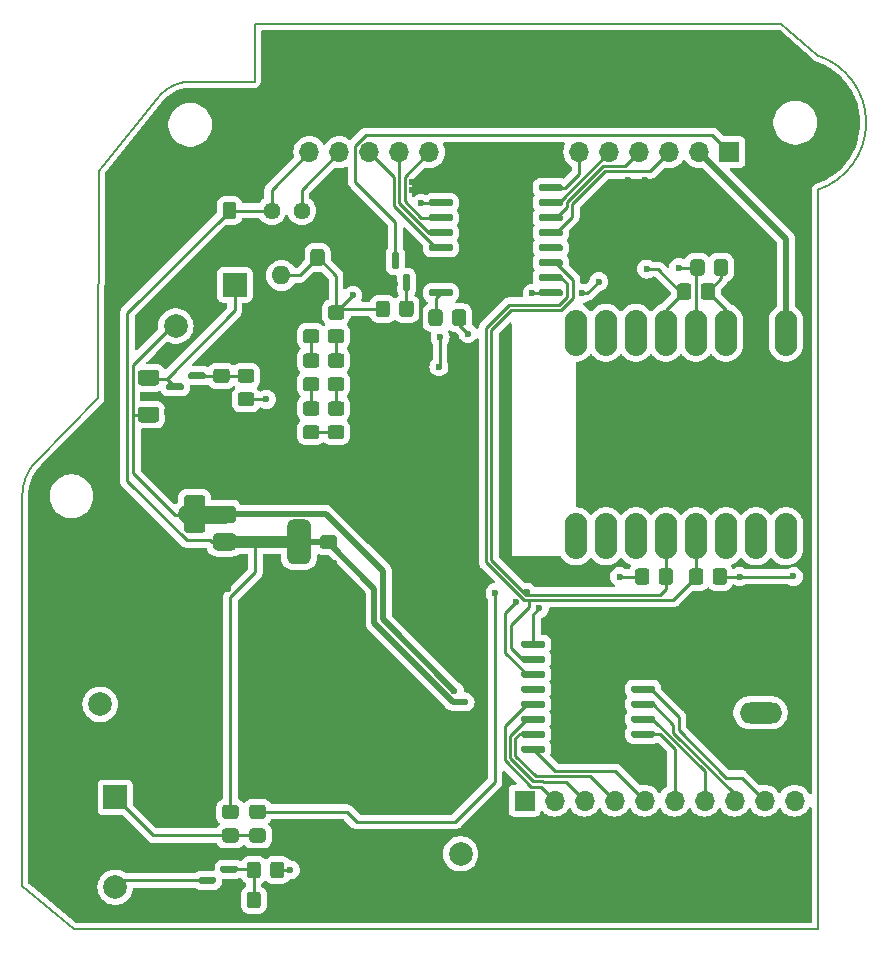
<source format=gbr>
G04 #@! TF.GenerationSoftware,KiCad,Pcbnew,8.0.8+1*
G04 #@! TF.ProjectId,airsoft_bomb_v2,61697273-6f66-4745-9f62-6f6d625f7632,rev?*
G04 #@! TF.SameCoordinates,Original*
G04 #@! TF.FileFunction,Copper,L2,Bot*
G04 #@! TF.FilePolarity,Positive*
%FSLAX46Y46*%
G04 Gerber Fmt 4.6, Leading zero omitted, Abs format (unit mm)*
%MOMM*%
%LPD*%
G01*
G04 APERTURE LIST*
G04 #@! TA.AperFunction,Profile*
%ADD10C,0.200000*%
G04 #@! TD*
G04 #@! TA.AperFunction,ComponentPad*
%ADD11R,1.700000X1.700000*%
G04 #@! TD*
G04 #@! TA.AperFunction,ComponentPad*
%ADD12O,1.700000X1.700000*%
G04 #@! TD*
G04 #@! TA.AperFunction,ComponentPad*
%ADD13R,2.000000X2.000000*%
G04 #@! TD*
G04 #@! TA.AperFunction,ComponentPad*
%ADD14C,2.000000*%
G04 #@! TD*
G04 #@! TA.AperFunction,ComponentPad*
%ADD15C,1.600000*%
G04 #@! TD*
G04 #@! TA.AperFunction,ComponentPad*
%ADD16O,1.600000X1.600000*%
G04 #@! TD*
G04 #@! TA.AperFunction,ComponentPad*
%ADD17O,1.905000X3.905000*%
G04 #@! TD*
G04 #@! TA.AperFunction,ComponentPad*
%ADD18C,1.440000*%
G04 #@! TD*
G04 #@! TA.AperFunction,ComponentPad*
%ADD19O,3.600000X1.800000*%
G04 #@! TD*
G04 #@! TA.AperFunction,ViaPad*
%ADD20C,0.600000*%
G04 #@! TD*
G04 #@! TA.AperFunction,Conductor*
%ADD21C,0.250000*%
G04 #@! TD*
G04 #@! TA.AperFunction,Conductor*
%ADD22C,0.500000*%
G04 #@! TD*
G04 #@! TA.AperFunction,Conductor*
%ADD23C,1.000000*%
G04 #@! TD*
G04 #@! TA.AperFunction,Conductor*
%ADD24C,1.500000*%
G04 #@! TD*
G04 APERTURE END LIST*
D10*
X178890534Y-60866736D02*
X175878500Y-58216800D01*
X116027200Y-134823200D02*
X111607600Y-131216400D01*
X131300000Y-58216800D02*
X131300000Y-63100000D01*
X178890534Y-60866736D02*
G75*
G02*
X178943000Y-72262999I-1827134J-5706664D01*
G01*
X111607601Y-98145600D02*
G75*
G02*
X112827677Y-95200077I4165599J0D01*
G01*
X175878500Y-58216800D02*
X131300000Y-58216800D01*
X118059200Y-89916000D02*
X118100000Y-70700000D01*
X116027200Y-134823200D02*
X178943000Y-134874000D01*
X178943000Y-134874000D02*
X178943000Y-72263000D01*
X123354416Y-64154416D02*
G75*
G02*
X125900000Y-63100001I2545584J-2545584D01*
G01*
X112827676Y-95200076D02*
X118059200Y-89916000D01*
X123354416Y-64154416D02*
X118100000Y-70700000D01*
X131300000Y-63100000D02*
X125900000Y-63100000D01*
X111607600Y-131216400D02*
X111607600Y-98145600D01*
D11*
X154140000Y-123975000D03*
D12*
X156680000Y-123975000D03*
X159220000Y-123975000D03*
X161760000Y-123975000D03*
X164300000Y-123975000D03*
X166840000Y-123975000D03*
X169380000Y-123975000D03*
X171920000Y-123975000D03*
X174460000Y-123975000D03*
X177000000Y-123975000D03*
D13*
X119481600Y-123708000D03*
D14*
X119481600Y-131308000D03*
D11*
X171470000Y-69075000D03*
D12*
X168930000Y-69075000D03*
X166390000Y-69075000D03*
X163850000Y-69075000D03*
X161310000Y-69075000D03*
X158770000Y-69075000D03*
X156230000Y-69075000D03*
X153690000Y-69075000D03*
X151150000Y-69075000D03*
X148610000Y-69075000D03*
X146070000Y-69075000D03*
X143530000Y-69075000D03*
X140990000Y-69075000D03*
X138450000Y-69075000D03*
X135910000Y-69075000D03*
X133370000Y-69075000D03*
G04 #@! TA.AperFunction,SMDPad,CuDef*
G36*
G01*
X144289200Y-80844500D02*
X143989200Y-80844500D01*
G75*
G02*
X143839200Y-80694500I0J150000D01*
G01*
X143839200Y-79519500D01*
G75*
G02*
X143989200Y-79369500I150000J0D01*
G01*
X144289200Y-79369500D01*
G75*
G02*
X144439200Y-79519500I0J-150000D01*
G01*
X144439200Y-80694500D01*
G75*
G02*
X144289200Y-80844500I-150000J0D01*
G01*
G37*
G04 #@! TD.AperFunction*
G04 #@! TA.AperFunction,SMDPad,CuDef*
G36*
G01*
X142389200Y-80844500D02*
X142089200Y-80844500D01*
G75*
G02*
X141939200Y-80694500I0J150000D01*
G01*
X141939200Y-79519500D01*
G75*
G02*
X142089200Y-79369500I150000J0D01*
G01*
X142389200Y-79369500D01*
G75*
G02*
X142539200Y-79519500I0J-150000D01*
G01*
X142539200Y-80694500D01*
G75*
G02*
X142389200Y-80844500I-150000J0D01*
G01*
G37*
G04 #@! TD.AperFunction*
G04 #@! TA.AperFunction,SMDPad,CuDef*
G36*
G01*
X143339200Y-78969500D02*
X143039200Y-78969500D01*
G75*
G02*
X142889200Y-78819500I0J150000D01*
G01*
X142889200Y-77644500D01*
G75*
G02*
X143039200Y-77494500I150000J0D01*
G01*
X143339200Y-77494500D01*
G75*
G02*
X143489200Y-77644500I0J-150000D01*
G01*
X143489200Y-78819500D01*
G75*
G02*
X143339200Y-78969500I-150000J0D01*
G01*
G37*
G04 #@! TD.AperFunction*
D13*
X129604000Y-80301600D03*
D14*
X124604000Y-83801600D03*
D13*
X123211600Y-112324000D03*
D14*
X118211600Y-115824000D03*
G04 #@! TA.AperFunction,SMDPad,CuDef*
G36*
G01*
X170256000Y-80423600D02*
X170256000Y-81323600D01*
G75*
G02*
X170006000Y-81573600I-250000J0D01*
G01*
X169306000Y-81573600D01*
G75*
G02*
X169056000Y-81323600I0J250000D01*
G01*
X169056000Y-80423600D01*
G75*
G02*
X169306000Y-80173600I250000J0D01*
G01*
X170006000Y-80173600D01*
G75*
G02*
X170256000Y-80423600I0J-250000D01*
G01*
G37*
G04 #@! TD.AperFunction*
G04 #@! TA.AperFunction,SMDPad,CuDef*
G36*
G01*
X168256000Y-80423600D02*
X168256000Y-81323600D01*
G75*
G02*
X168006000Y-81573600I-250000J0D01*
G01*
X167306000Y-81573600D01*
G75*
G02*
X167056000Y-81323600I0J250000D01*
G01*
X167056000Y-80423600D01*
G75*
G02*
X167306000Y-80173600I250000J0D01*
G01*
X168006000Y-80173600D01*
G75*
G02*
X168256000Y-80423600I0J-250000D01*
G01*
G37*
G04 #@! TD.AperFunction*
G04 #@! TA.AperFunction,SMDPad,CuDef*
G36*
G01*
X129742600Y-73540600D02*
X129742600Y-74490600D01*
G75*
G02*
X129492600Y-74740600I-250000J0D01*
G01*
X128817600Y-74740600D01*
G75*
G02*
X128567600Y-74490600I0J250000D01*
G01*
X128567600Y-73540600D01*
G75*
G02*
X128817600Y-73290600I250000J0D01*
G01*
X129492600Y-73290600D01*
G75*
G02*
X129742600Y-73540600I0J-250000D01*
G01*
G37*
G04 #@! TD.AperFunction*
G04 #@! TA.AperFunction,SMDPad,CuDef*
G36*
G01*
X127667600Y-73540600D02*
X127667600Y-74490600D01*
G75*
G02*
X127417600Y-74740600I-250000J0D01*
G01*
X126742600Y-74740600D01*
G75*
G02*
X126492600Y-74490600I0J250000D01*
G01*
X126492600Y-73540600D01*
G75*
G02*
X126742600Y-73290600I250000J0D01*
G01*
X127417600Y-73290600D01*
G75*
G02*
X127667600Y-73540600I0J-250000D01*
G01*
G37*
G04 #@! TD.AperFunction*
G04 #@! TA.AperFunction,SMDPad,CuDef*
G36*
G01*
X125550000Y-99975000D02*
X126850000Y-99975000D01*
G75*
G02*
X127100000Y-100225000I0J-250000D01*
G01*
X127100000Y-101050000D01*
G75*
G02*
X126850000Y-101300000I-250000J0D01*
G01*
X125550000Y-101300000D01*
G75*
G02*
X125300000Y-101050000I0J250000D01*
G01*
X125300000Y-100225000D01*
G75*
G02*
X125550000Y-99975000I250000J0D01*
G01*
G37*
G04 #@! TD.AperFunction*
G04 #@! TA.AperFunction,SMDPad,CuDef*
G36*
G01*
X125550000Y-103100000D02*
X126850000Y-103100000D01*
G75*
G02*
X127100000Y-103350000I0J-250000D01*
G01*
X127100000Y-104175000D01*
G75*
G02*
X126850000Y-104425000I-250000J0D01*
G01*
X125550000Y-104425000D01*
G75*
G02*
X125300000Y-104175000I0J250000D01*
G01*
X125300000Y-103350000D01*
G75*
G02*
X125550000Y-103100000I250000J0D01*
G01*
G37*
G04 #@! TD.AperFunction*
G04 #@! TA.AperFunction,SMDPad,CuDef*
G36*
G01*
X141538400Y-82796800D02*
X141538400Y-81896800D01*
G75*
G02*
X141788400Y-81646800I250000J0D01*
G01*
X142488400Y-81646800D01*
G75*
G02*
X142738400Y-81896800I0J-250000D01*
G01*
X142738400Y-82796800D01*
G75*
G02*
X142488400Y-83046800I-250000J0D01*
G01*
X141788400Y-83046800D01*
G75*
G02*
X141538400Y-82796800I0J250000D01*
G01*
G37*
G04 #@! TD.AperFunction*
G04 #@! TA.AperFunction,SMDPad,CuDef*
G36*
G01*
X143538400Y-82796800D02*
X143538400Y-81896800D01*
G75*
G02*
X143788400Y-81646800I250000J0D01*
G01*
X144488400Y-81646800D01*
G75*
G02*
X144738400Y-81896800I0J-250000D01*
G01*
X144738400Y-82796800D01*
G75*
G02*
X144488400Y-83046800I-250000J0D01*
G01*
X143788400Y-83046800D01*
G75*
G02*
X143538400Y-82796800I0J250000D01*
G01*
G37*
G04 #@! TD.AperFunction*
G04 #@! TA.AperFunction,SMDPad,CuDef*
G36*
G01*
X135617800Y-86115600D02*
X136517800Y-86115600D01*
G75*
G02*
X136767800Y-86365600I0J-250000D01*
G01*
X136767800Y-87065600D01*
G75*
G02*
X136517800Y-87315600I-250000J0D01*
G01*
X135617800Y-87315600D01*
G75*
G02*
X135367800Y-87065600I0J250000D01*
G01*
X135367800Y-86365600D01*
G75*
G02*
X135617800Y-86115600I250000J0D01*
G01*
G37*
G04 #@! TD.AperFunction*
G04 #@! TA.AperFunction,SMDPad,CuDef*
G36*
G01*
X135617800Y-88115600D02*
X136517800Y-88115600D01*
G75*
G02*
X136767800Y-88365600I0J-250000D01*
G01*
X136767800Y-89065600D01*
G75*
G02*
X136517800Y-89315600I-250000J0D01*
G01*
X135617800Y-89315600D01*
G75*
G02*
X135367800Y-89065600I0J250000D01*
G01*
X135367800Y-88365600D01*
G75*
G02*
X135617800Y-88115600I250000J0D01*
G01*
G37*
G04 #@! TD.AperFunction*
G04 #@! TA.AperFunction,SMDPad,CuDef*
G36*
G01*
X165187000Y-110568600D02*
X165187000Y-110868600D01*
G75*
G02*
X165037000Y-111018600I-150000J0D01*
G01*
X163287000Y-111018600D01*
G75*
G02*
X163137000Y-110868600I0J150000D01*
G01*
X163137000Y-110568600D01*
G75*
G02*
X163287000Y-110418600I150000J0D01*
G01*
X165037000Y-110418600D01*
G75*
G02*
X165187000Y-110568600I0J-150000D01*
G01*
G37*
G04 #@! TD.AperFunction*
G04 #@! TA.AperFunction,SMDPad,CuDef*
G36*
G01*
X165187000Y-111838600D02*
X165187000Y-112138600D01*
G75*
G02*
X165037000Y-112288600I-150000J0D01*
G01*
X163287000Y-112288600D01*
G75*
G02*
X163137000Y-112138600I0J150000D01*
G01*
X163137000Y-111838600D01*
G75*
G02*
X163287000Y-111688600I150000J0D01*
G01*
X165037000Y-111688600D01*
G75*
G02*
X165187000Y-111838600I0J-150000D01*
G01*
G37*
G04 #@! TD.AperFunction*
G04 #@! TA.AperFunction,SMDPad,CuDef*
G36*
G01*
X165187000Y-113108600D02*
X165187000Y-113408600D01*
G75*
G02*
X165037000Y-113558600I-150000J0D01*
G01*
X163287000Y-113558600D01*
G75*
G02*
X163137000Y-113408600I0J150000D01*
G01*
X163137000Y-113108600D01*
G75*
G02*
X163287000Y-112958600I150000J0D01*
G01*
X165037000Y-112958600D01*
G75*
G02*
X165187000Y-113108600I0J-150000D01*
G01*
G37*
G04 #@! TD.AperFunction*
G04 #@! TA.AperFunction,SMDPad,CuDef*
G36*
G01*
X165187000Y-114378600D02*
X165187000Y-114678600D01*
G75*
G02*
X165037000Y-114828600I-150000J0D01*
G01*
X163287000Y-114828600D01*
G75*
G02*
X163137000Y-114678600I0J150000D01*
G01*
X163137000Y-114378600D01*
G75*
G02*
X163287000Y-114228600I150000J0D01*
G01*
X165037000Y-114228600D01*
G75*
G02*
X165187000Y-114378600I0J-150000D01*
G01*
G37*
G04 #@! TD.AperFunction*
G04 #@! TA.AperFunction,SMDPad,CuDef*
G36*
G01*
X165187000Y-115648600D02*
X165187000Y-115948600D01*
G75*
G02*
X165037000Y-116098600I-150000J0D01*
G01*
X163287000Y-116098600D01*
G75*
G02*
X163137000Y-115948600I0J150000D01*
G01*
X163137000Y-115648600D01*
G75*
G02*
X163287000Y-115498600I150000J0D01*
G01*
X165037000Y-115498600D01*
G75*
G02*
X165187000Y-115648600I0J-150000D01*
G01*
G37*
G04 #@! TD.AperFunction*
G04 #@! TA.AperFunction,SMDPad,CuDef*
G36*
G01*
X165187000Y-116918600D02*
X165187000Y-117218600D01*
G75*
G02*
X165037000Y-117368600I-150000J0D01*
G01*
X163287000Y-117368600D01*
G75*
G02*
X163137000Y-117218600I0J150000D01*
G01*
X163137000Y-116918600D01*
G75*
G02*
X163287000Y-116768600I150000J0D01*
G01*
X165037000Y-116768600D01*
G75*
G02*
X165187000Y-116918600I0J-150000D01*
G01*
G37*
G04 #@! TD.AperFunction*
G04 #@! TA.AperFunction,SMDPad,CuDef*
G36*
G01*
X165187000Y-118188600D02*
X165187000Y-118488600D01*
G75*
G02*
X165037000Y-118638600I-150000J0D01*
G01*
X163287000Y-118638600D01*
G75*
G02*
X163137000Y-118488600I0J150000D01*
G01*
X163137000Y-118188600D01*
G75*
G02*
X163287000Y-118038600I150000J0D01*
G01*
X165037000Y-118038600D01*
G75*
G02*
X165187000Y-118188600I0J-150000D01*
G01*
G37*
G04 #@! TD.AperFunction*
G04 #@! TA.AperFunction,SMDPad,CuDef*
G36*
G01*
X165187000Y-119458600D02*
X165187000Y-119758600D01*
G75*
G02*
X165037000Y-119908600I-150000J0D01*
G01*
X163287000Y-119908600D01*
G75*
G02*
X163137000Y-119758600I0J150000D01*
G01*
X163137000Y-119458600D01*
G75*
G02*
X163287000Y-119308600I150000J0D01*
G01*
X165037000Y-119308600D01*
G75*
G02*
X165187000Y-119458600I0J-150000D01*
G01*
G37*
G04 #@! TD.AperFunction*
G04 #@! TA.AperFunction,SMDPad,CuDef*
G36*
G01*
X155887000Y-119458600D02*
X155887000Y-119758600D01*
G75*
G02*
X155737000Y-119908600I-150000J0D01*
G01*
X153987000Y-119908600D01*
G75*
G02*
X153837000Y-119758600I0J150000D01*
G01*
X153837000Y-119458600D01*
G75*
G02*
X153987000Y-119308600I150000J0D01*
G01*
X155737000Y-119308600D01*
G75*
G02*
X155887000Y-119458600I0J-150000D01*
G01*
G37*
G04 #@! TD.AperFunction*
G04 #@! TA.AperFunction,SMDPad,CuDef*
G36*
G01*
X155887000Y-118188600D02*
X155887000Y-118488600D01*
G75*
G02*
X155737000Y-118638600I-150000J0D01*
G01*
X153987000Y-118638600D01*
G75*
G02*
X153837000Y-118488600I0J150000D01*
G01*
X153837000Y-118188600D01*
G75*
G02*
X153987000Y-118038600I150000J0D01*
G01*
X155737000Y-118038600D01*
G75*
G02*
X155887000Y-118188600I0J-150000D01*
G01*
G37*
G04 #@! TD.AperFunction*
G04 #@! TA.AperFunction,SMDPad,CuDef*
G36*
G01*
X155887000Y-116918600D02*
X155887000Y-117218600D01*
G75*
G02*
X155737000Y-117368600I-150000J0D01*
G01*
X153987000Y-117368600D01*
G75*
G02*
X153837000Y-117218600I0J150000D01*
G01*
X153837000Y-116918600D01*
G75*
G02*
X153987000Y-116768600I150000J0D01*
G01*
X155737000Y-116768600D01*
G75*
G02*
X155887000Y-116918600I0J-150000D01*
G01*
G37*
G04 #@! TD.AperFunction*
G04 #@! TA.AperFunction,SMDPad,CuDef*
G36*
G01*
X155887000Y-115648600D02*
X155887000Y-115948600D01*
G75*
G02*
X155737000Y-116098600I-150000J0D01*
G01*
X153987000Y-116098600D01*
G75*
G02*
X153837000Y-115948600I0J150000D01*
G01*
X153837000Y-115648600D01*
G75*
G02*
X153987000Y-115498600I150000J0D01*
G01*
X155737000Y-115498600D01*
G75*
G02*
X155887000Y-115648600I0J-150000D01*
G01*
G37*
G04 #@! TD.AperFunction*
G04 #@! TA.AperFunction,SMDPad,CuDef*
G36*
G01*
X155887000Y-114378600D02*
X155887000Y-114678600D01*
G75*
G02*
X155737000Y-114828600I-150000J0D01*
G01*
X153987000Y-114828600D01*
G75*
G02*
X153837000Y-114678600I0J150000D01*
G01*
X153837000Y-114378600D01*
G75*
G02*
X153987000Y-114228600I150000J0D01*
G01*
X155737000Y-114228600D01*
G75*
G02*
X155887000Y-114378600I0J-150000D01*
G01*
G37*
G04 #@! TD.AperFunction*
G04 #@! TA.AperFunction,SMDPad,CuDef*
G36*
G01*
X155887000Y-113108600D02*
X155887000Y-113408600D01*
G75*
G02*
X155737000Y-113558600I-150000J0D01*
G01*
X153987000Y-113558600D01*
G75*
G02*
X153837000Y-113408600I0J150000D01*
G01*
X153837000Y-113108600D01*
G75*
G02*
X153987000Y-112958600I150000J0D01*
G01*
X155737000Y-112958600D01*
G75*
G02*
X155887000Y-113108600I0J-150000D01*
G01*
G37*
G04 #@! TD.AperFunction*
G04 #@! TA.AperFunction,SMDPad,CuDef*
G36*
G01*
X155887000Y-111838600D02*
X155887000Y-112138600D01*
G75*
G02*
X155737000Y-112288600I-150000J0D01*
G01*
X153987000Y-112288600D01*
G75*
G02*
X153837000Y-112138600I0J150000D01*
G01*
X153837000Y-111838600D01*
G75*
G02*
X153987000Y-111688600I150000J0D01*
G01*
X155737000Y-111688600D01*
G75*
G02*
X155887000Y-111838600I0J-150000D01*
G01*
G37*
G04 #@! TD.AperFunction*
G04 #@! TA.AperFunction,SMDPad,CuDef*
G36*
G01*
X155887000Y-110568600D02*
X155887000Y-110868600D01*
G75*
G02*
X155737000Y-111018600I-150000J0D01*
G01*
X153987000Y-111018600D01*
G75*
G02*
X153837000Y-110868600I0J150000D01*
G01*
X153837000Y-110568600D01*
G75*
G02*
X153987000Y-110418600I150000J0D01*
G01*
X155737000Y-110418600D01*
G75*
G02*
X155887000Y-110568600I0J-150000D01*
G01*
G37*
G04 #@! TD.AperFunction*
G04 #@! TA.AperFunction,SMDPad,CuDef*
G36*
G01*
X171373600Y-78391600D02*
X171373600Y-79291600D01*
G75*
G02*
X171123600Y-79541600I-250000J0D01*
G01*
X170423600Y-79541600D01*
G75*
G02*
X170173600Y-79291600I0J250000D01*
G01*
X170173600Y-78391600D01*
G75*
G02*
X170423600Y-78141600I250000J0D01*
G01*
X171123600Y-78141600D01*
G75*
G02*
X171373600Y-78391600I0J-250000D01*
G01*
G37*
G04 #@! TD.AperFunction*
G04 #@! TA.AperFunction,SMDPad,CuDef*
G36*
G01*
X169373600Y-78391600D02*
X169373600Y-79291600D01*
G75*
G02*
X169123600Y-79541600I-250000J0D01*
G01*
X168423600Y-79541600D01*
G75*
G02*
X168173600Y-79291600I0J250000D01*
G01*
X168173600Y-78391600D01*
G75*
G02*
X168423600Y-78141600I250000J0D01*
G01*
X169123600Y-78141600D01*
G75*
G02*
X169373600Y-78391600I0J-250000D01*
G01*
G37*
G04 #@! TD.AperFunction*
G04 #@! TA.AperFunction,SMDPad,CuDef*
G36*
G01*
X137726000Y-90179600D02*
X138626000Y-90179600D01*
G75*
G02*
X138876000Y-90429600I0J-250000D01*
G01*
X138876000Y-91129600D01*
G75*
G02*
X138626000Y-91379600I-250000J0D01*
G01*
X137726000Y-91379600D01*
G75*
G02*
X137476000Y-91129600I0J250000D01*
G01*
X137476000Y-90429600D01*
G75*
G02*
X137726000Y-90179600I250000J0D01*
G01*
G37*
G04 #@! TD.AperFunction*
G04 #@! TA.AperFunction,SMDPad,CuDef*
G36*
G01*
X137726000Y-92179600D02*
X138626000Y-92179600D01*
G75*
G02*
X138876000Y-92429600I0J-250000D01*
G01*
X138876000Y-93129600D01*
G75*
G02*
X138626000Y-93379600I-250000J0D01*
G01*
X137726000Y-93379600D01*
G75*
G02*
X137476000Y-93129600I0J250000D01*
G01*
X137476000Y-92429600D01*
G75*
G02*
X137726000Y-92179600I250000J0D01*
G01*
G37*
G04 #@! TD.AperFunction*
G04 #@! TA.AperFunction,SMDPad,CuDef*
G36*
G01*
X171272000Y-104553600D02*
X171272000Y-105453600D01*
G75*
G02*
X171022000Y-105703600I-250000J0D01*
G01*
X170322000Y-105703600D01*
G75*
G02*
X170072000Y-105453600I0J250000D01*
G01*
X170072000Y-104553600D01*
G75*
G02*
X170322000Y-104303600I250000J0D01*
G01*
X171022000Y-104303600D01*
G75*
G02*
X171272000Y-104553600I0J-250000D01*
G01*
G37*
G04 #@! TD.AperFunction*
G04 #@! TA.AperFunction,SMDPad,CuDef*
G36*
G01*
X169272000Y-104553600D02*
X169272000Y-105453600D01*
G75*
G02*
X169022000Y-105703600I-250000J0D01*
G01*
X168322000Y-105703600D01*
G75*
G02*
X168072000Y-105453600I0J250000D01*
G01*
X168072000Y-104553600D01*
G75*
G02*
X168322000Y-104303600I250000J0D01*
G01*
X169022000Y-104303600D01*
G75*
G02*
X169272000Y-104553600I0J-250000D01*
G01*
G37*
G04 #@! TD.AperFunction*
G04 #@! TA.AperFunction,SMDPad,CuDef*
G36*
G01*
X129866500Y-129633800D02*
X129866500Y-129933800D01*
G75*
G02*
X129716500Y-130083800I-150000J0D01*
G01*
X128541500Y-130083800D01*
G75*
G02*
X128391500Y-129933800I0J150000D01*
G01*
X128391500Y-129633800D01*
G75*
G02*
X128541500Y-129483800I150000J0D01*
G01*
X129716500Y-129483800D01*
G75*
G02*
X129866500Y-129633800I0J-150000D01*
G01*
G37*
G04 #@! TD.AperFunction*
G04 #@! TA.AperFunction,SMDPad,CuDef*
G36*
G01*
X129866500Y-131533800D02*
X129866500Y-131833800D01*
G75*
G02*
X129716500Y-131983800I-150000J0D01*
G01*
X128541500Y-131983800D01*
G75*
G02*
X128391500Y-131833800I0J150000D01*
G01*
X128391500Y-131533800D01*
G75*
G02*
X128541500Y-131383800I150000J0D01*
G01*
X129716500Y-131383800D01*
G75*
G02*
X129866500Y-131533800I0J-150000D01*
G01*
G37*
G04 #@! TD.AperFunction*
G04 #@! TA.AperFunction,SMDPad,CuDef*
G36*
G01*
X127991500Y-130583800D02*
X127991500Y-130883800D01*
G75*
G02*
X127841500Y-131033800I-150000J0D01*
G01*
X126666500Y-131033800D01*
G75*
G02*
X126516500Y-130883800I0J150000D01*
G01*
X126516500Y-130583800D01*
G75*
G02*
X126666500Y-130433800I150000J0D01*
G01*
X127841500Y-130433800D01*
G75*
G02*
X127991500Y-130583800I0J-150000D01*
G01*
G37*
G04 #@! TD.AperFunction*
G04 #@! TA.AperFunction,SMDPad,CuDef*
G36*
G01*
X137054500Y-101499000D02*
X138004500Y-101499000D01*
G75*
G02*
X138254500Y-101749000I0J-250000D01*
G01*
X138254500Y-102424000D01*
G75*
G02*
X138004500Y-102674000I-250000J0D01*
G01*
X137054500Y-102674000D01*
G75*
G02*
X136804500Y-102424000I0J250000D01*
G01*
X136804500Y-101749000D01*
G75*
G02*
X137054500Y-101499000I250000J0D01*
G01*
G37*
G04 #@! TD.AperFunction*
G04 #@! TA.AperFunction,SMDPad,CuDef*
G36*
G01*
X137054500Y-103574000D02*
X138004500Y-103574000D01*
G75*
G02*
X138254500Y-103824000I0J-250000D01*
G01*
X138254500Y-104499000D01*
G75*
G02*
X138004500Y-104749000I-250000J0D01*
G01*
X137054500Y-104749000D01*
G75*
G02*
X136804500Y-104499000I0J250000D01*
G01*
X136804500Y-103824000D01*
G75*
G02*
X137054500Y-103574000I250000J0D01*
G01*
G37*
G04 #@! TD.AperFunction*
G04 #@! TA.AperFunction,SMDPad,CuDef*
G36*
G01*
X135617800Y-82051600D02*
X136517800Y-82051600D01*
G75*
G02*
X136767800Y-82301600I0J-250000D01*
G01*
X136767800Y-83001600D01*
G75*
G02*
X136517800Y-83251600I-250000J0D01*
G01*
X135617800Y-83251600D01*
G75*
G02*
X135367800Y-83001600I0J250000D01*
G01*
X135367800Y-82301600D01*
G75*
G02*
X135617800Y-82051600I250000J0D01*
G01*
G37*
G04 #@! TD.AperFunction*
G04 #@! TA.AperFunction,SMDPad,CuDef*
G36*
G01*
X135617800Y-84051600D02*
X136517800Y-84051600D01*
G75*
G02*
X136767800Y-84301600I0J-250000D01*
G01*
X136767800Y-85001600D01*
G75*
G02*
X136517800Y-85251600I-250000J0D01*
G01*
X135617800Y-85251600D01*
G75*
G02*
X135367800Y-85001600I0J250000D01*
G01*
X135367800Y-84301600D01*
G75*
G02*
X135617800Y-84051600I250000J0D01*
G01*
G37*
G04 #@! TD.AperFunction*
D15*
X133553200Y-87122000D03*
D16*
X133553200Y-79502000D03*
G04 #@! TA.AperFunction,SMDPad,CuDef*
G36*
G01*
X139209400Y-77528000D02*
X139209400Y-78428000D01*
G75*
G02*
X138959400Y-78678000I-250000J0D01*
G01*
X138259400Y-78678000D01*
G75*
G02*
X138009400Y-78428000I0J250000D01*
G01*
X138009400Y-77528000D01*
G75*
G02*
X138259400Y-77278000I250000J0D01*
G01*
X138959400Y-77278000D01*
G75*
G02*
X139209400Y-77528000I0J-250000D01*
G01*
G37*
G04 #@! TD.AperFunction*
G04 #@! TA.AperFunction,SMDPad,CuDef*
G36*
G01*
X137209400Y-77528000D02*
X137209400Y-78428000D01*
G75*
G02*
X136959400Y-78678000I-250000J0D01*
G01*
X136259400Y-78678000D01*
G75*
G02*
X136009400Y-78428000I0J250000D01*
G01*
X136009400Y-77528000D01*
G75*
G02*
X136259400Y-77278000I250000J0D01*
G01*
X136959400Y-77278000D01*
G75*
G02*
X137209400Y-77528000I0J-250000D01*
G01*
G37*
G04 #@! TD.AperFunction*
D17*
X158490000Y-84344000D03*
X161030000Y-84344000D03*
X163570000Y-84344000D03*
X166110000Y-84344000D03*
X171190000Y-84344000D03*
X168650000Y-84344000D03*
X176270000Y-101584000D03*
X176270000Y-84344000D03*
X173730000Y-101584000D03*
X171190000Y-101584000D03*
X168650000Y-101584000D03*
X166110000Y-101584000D03*
X163570000Y-101584000D03*
X161030000Y-101584000D03*
X158490000Y-101584000D03*
X173730000Y-84344000D03*
G04 #@! TA.AperFunction,SMDPad,CuDef*
G36*
G01*
X131081500Y-124325800D02*
X131981500Y-124325800D01*
G75*
G02*
X132231500Y-124575800I0J-250000D01*
G01*
X132231500Y-125275800D01*
G75*
G02*
X131981500Y-125525800I-250000J0D01*
G01*
X131081500Y-125525800D01*
G75*
G02*
X130831500Y-125275800I0J250000D01*
G01*
X130831500Y-124575800D01*
G75*
G02*
X131081500Y-124325800I250000J0D01*
G01*
G37*
G04 #@! TD.AperFunction*
G04 #@! TA.AperFunction,SMDPad,CuDef*
G36*
G01*
X131081500Y-126325800D02*
X131981500Y-126325800D01*
G75*
G02*
X132231500Y-126575800I0J-250000D01*
G01*
X132231500Y-127275800D01*
G75*
G02*
X131981500Y-127525800I-250000J0D01*
G01*
X131081500Y-127525800D01*
G75*
G02*
X130831500Y-127275800I0J250000D01*
G01*
X130831500Y-126575800D01*
G75*
G02*
X131081500Y-126325800I250000J0D01*
G01*
G37*
G04 #@! TD.AperFunction*
G04 #@! TA.AperFunction,SMDPad,CuDef*
G36*
G01*
X128023200Y-87401600D02*
X128923200Y-87401600D01*
G75*
G02*
X129173200Y-87651600I0J-250000D01*
G01*
X129173200Y-88351600D01*
G75*
G02*
X128923200Y-88601600I-250000J0D01*
G01*
X128023200Y-88601600D01*
G75*
G02*
X127773200Y-88351600I0J250000D01*
G01*
X127773200Y-87651600D01*
G75*
G02*
X128023200Y-87401600I250000J0D01*
G01*
G37*
G04 #@! TD.AperFunction*
G04 #@! TA.AperFunction,SMDPad,CuDef*
G36*
G01*
X128023200Y-89401600D02*
X128923200Y-89401600D01*
G75*
G02*
X129173200Y-89651600I0J-250000D01*
G01*
X129173200Y-90351600D01*
G75*
G02*
X128923200Y-90601600I-250000J0D01*
G01*
X128023200Y-90601600D01*
G75*
G02*
X127773200Y-90351600I0J250000D01*
G01*
X127773200Y-89651600D01*
G75*
G02*
X128023200Y-89401600I250000J0D01*
G01*
G37*
G04 #@! TD.AperFunction*
G04 #@! TA.AperFunction,SMDPad,CuDef*
G36*
G01*
X127151000Y-87850800D02*
X127151000Y-88150800D01*
G75*
G02*
X127001000Y-88300800I-150000J0D01*
G01*
X125826000Y-88300800D01*
G75*
G02*
X125676000Y-88150800I0J150000D01*
G01*
X125676000Y-87850800D01*
G75*
G02*
X125826000Y-87700800I150000J0D01*
G01*
X127001000Y-87700800D01*
G75*
G02*
X127151000Y-87850800I0J-150000D01*
G01*
G37*
G04 #@! TD.AperFunction*
G04 #@! TA.AperFunction,SMDPad,CuDef*
G36*
G01*
X127151000Y-89750800D02*
X127151000Y-90050800D01*
G75*
G02*
X127001000Y-90200800I-150000J0D01*
G01*
X125826000Y-90200800D01*
G75*
G02*
X125676000Y-90050800I0J150000D01*
G01*
X125676000Y-89750800D01*
G75*
G02*
X125826000Y-89600800I150000J0D01*
G01*
X127001000Y-89600800D01*
G75*
G02*
X127151000Y-89750800I0J-150000D01*
G01*
G37*
G04 #@! TD.AperFunction*
G04 #@! TA.AperFunction,SMDPad,CuDef*
G36*
G01*
X125276000Y-88800800D02*
X125276000Y-89100800D01*
G75*
G02*
X125126000Y-89250800I-150000J0D01*
G01*
X123951000Y-89250800D01*
G75*
G02*
X123801000Y-89100800I0J150000D01*
G01*
X123801000Y-88800800D01*
G75*
G02*
X123951000Y-88650800I150000J0D01*
G01*
X125126000Y-88650800D01*
G75*
G02*
X125276000Y-88800800I0J-150000D01*
G01*
G37*
G04 #@! TD.AperFunction*
G04 #@! TA.AperFunction,SMDPad,CuDef*
G36*
G01*
X130607000Y-132834800D02*
X130607000Y-131934800D01*
G75*
G02*
X130857000Y-131684800I250000J0D01*
G01*
X131557000Y-131684800D01*
G75*
G02*
X131807000Y-131934800I0J-250000D01*
G01*
X131807000Y-132834800D01*
G75*
G02*
X131557000Y-133084800I-250000J0D01*
G01*
X130857000Y-133084800D01*
G75*
G02*
X130607000Y-132834800I0J250000D01*
G01*
G37*
G04 #@! TD.AperFunction*
G04 #@! TA.AperFunction,SMDPad,CuDef*
G36*
G01*
X132607000Y-132834800D02*
X132607000Y-131934800D01*
G75*
G02*
X132857000Y-131684800I250000J0D01*
G01*
X133557000Y-131684800D01*
G75*
G02*
X133807000Y-131934800I0J-250000D01*
G01*
X133807000Y-132834800D01*
G75*
G02*
X133557000Y-133084800I-250000J0D01*
G01*
X132857000Y-133084800D01*
G75*
G02*
X132607000Y-132834800I0J250000D01*
G01*
G37*
G04 #@! TD.AperFunction*
D18*
X132732600Y-74015600D03*
X135272600Y-74015600D03*
X137812600Y-74015600D03*
G04 #@! TA.AperFunction,SMDPad,CuDef*
G36*
G01*
X163500000Y-105453600D02*
X163500000Y-104553600D01*
G75*
G02*
X163750000Y-104303600I250000J0D01*
G01*
X164450000Y-104303600D01*
G75*
G02*
X164700000Y-104553600I0J-250000D01*
G01*
X164700000Y-105453600D01*
G75*
G02*
X164450000Y-105703600I-250000J0D01*
G01*
X163750000Y-105703600D01*
G75*
G02*
X163500000Y-105453600I0J250000D01*
G01*
G37*
G04 #@! TD.AperFunction*
G04 #@! TA.AperFunction,SMDPad,CuDef*
G36*
G01*
X165500000Y-105453600D02*
X165500000Y-104553600D01*
G75*
G02*
X165750000Y-104303600I250000J0D01*
G01*
X166450000Y-104303600D01*
G75*
G02*
X166700000Y-104553600I0J-250000D01*
G01*
X166700000Y-105453600D01*
G75*
G02*
X166450000Y-105703600I-250000J0D01*
G01*
X165750000Y-105703600D01*
G75*
G02*
X165500000Y-105453600I0J250000D01*
G01*
G37*
G04 #@! TD.AperFunction*
G04 #@! TA.AperFunction,SMDPad,CuDef*
G36*
G01*
X146037400Y-81125200D02*
X146037400Y-80825200D01*
G75*
G02*
X146187400Y-80675200I150000J0D01*
G01*
X147937400Y-80675200D01*
G75*
G02*
X148087400Y-80825200I0J-150000D01*
G01*
X148087400Y-81125200D01*
G75*
G02*
X147937400Y-81275200I-150000J0D01*
G01*
X146187400Y-81275200D01*
G75*
G02*
X146037400Y-81125200I0J150000D01*
G01*
G37*
G04 #@! TD.AperFunction*
G04 #@! TA.AperFunction,SMDPad,CuDef*
G36*
G01*
X146037400Y-79855200D02*
X146037400Y-79555200D01*
G75*
G02*
X146187400Y-79405200I150000J0D01*
G01*
X147937400Y-79405200D01*
G75*
G02*
X148087400Y-79555200I0J-150000D01*
G01*
X148087400Y-79855200D01*
G75*
G02*
X147937400Y-80005200I-150000J0D01*
G01*
X146187400Y-80005200D01*
G75*
G02*
X146037400Y-79855200I0J150000D01*
G01*
G37*
G04 #@! TD.AperFunction*
G04 #@! TA.AperFunction,SMDPad,CuDef*
G36*
G01*
X146037400Y-78585200D02*
X146037400Y-78285200D01*
G75*
G02*
X146187400Y-78135200I150000J0D01*
G01*
X147937400Y-78135200D01*
G75*
G02*
X148087400Y-78285200I0J-150000D01*
G01*
X148087400Y-78585200D01*
G75*
G02*
X147937400Y-78735200I-150000J0D01*
G01*
X146187400Y-78735200D01*
G75*
G02*
X146037400Y-78585200I0J150000D01*
G01*
G37*
G04 #@! TD.AperFunction*
G04 #@! TA.AperFunction,SMDPad,CuDef*
G36*
G01*
X146037400Y-77315200D02*
X146037400Y-77015200D01*
G75*
G02*
X146187400Y-76865200I150000J0D01*
G01*
X147937400Y-76865200D01*
G75*
G02*
X148087400Y-77015200I0J-150000D01*
G01*
X148087400Y-77315200D01*
G75*
G02*
X147937400Y-77465200I-150000J0D01*
G01*
X146187400Y-77465200D01*
G75*
G02*
X146037400Y-77315200I0J150000D01*
G01*
G37*
G04 #@! TD.AperFunction*
G04 #@! TA.AperFunction,SMDPad,CuDef*
G36*
G01*
X146037400Y-76045200D02*
X146037400Y-75745200D01*
G75*
G02*
X146187400Y-75595200I150000J0D01*
G01*
X147937400Y-75595200D01*
G75*
G02*
X148087400Y-75745200I0J-150000D01*
G01*
X148087400Y-76045200D01*
G75*
G02*
X147937400Y-76195200I-150000J0D01*
G01*
X146187400Y-76195200D01*
G75*
G02*
X146037400Y-76045200I0J150000D01*
G01*
G37*
G04 #@! TD.AperFunction*
G04 #@! TA.AperFunction,SMDPad,CuDef*
G36*
G01*
X146037400Y-74775200D02*
X146037400Y-74475200D01*
G75*
G02*
X146187400Y-74325200I150000J0D01*
G01*
X147937400Y-74325200D01*
G75*
G02*
X148087400Y-74475200I0J-150000D01*
G01*
X148087400Y-74775200D01*
G75*
G02*
X147937400Y-74925200I-150000J0D01*
G01*
X146187400Y-74925200D01*
G75*
G02*
X146037400Y-74775200I0J150000D01*
G01*
G37*
G04 #@! TD.AperFunction*
G04 #@! TA.AperFunction,SMDPad,CuDef*
G36*
G01*
X146037400Y-73505200D02*
X146037400Y-73205200D01*
G75*
G02*
X146187400Y-73055200I150000J0D01*
G01*
X147937400Y-73055200D01*
G75*
G02*
X148087400Y-73205200I0J-150000D01*
G01*
X148087400Y-73505200D01*
G75*
G02*
X147937400Y-73655200I-150000J0D01*
G01*
X146187400Y-73655200D01*
G75*
G02*
X146037400Y-73505200I0J150000D01*
G01*
G37*
G04 #@! TD.AperFunction*
G04 #@! TA.AperFunction,SMDPad,CuDef*
G36*
G01*
X146037400Y-72235200D02*
X146037400Y-71935200D01*
G75*
G02*
X146187400Y-71785200I150000J0D01*
G01*
X147937400Y-71785200D01*
G75*
G02*
X148087400Y-71935200I0J-150000D01*
G01*
X148087400Y-72235200D01*
G75*
G02*
X147937400Y-72385200I-150000J0D01*
G01*
X146187400Y-72385200D01*
G75*
G02*
X146037400Y-72235200I0J150000D01*
G01*
G37*
G04 #@! TD.AperFunction*
G04 #@! TA.AperFunction,SMDPad,CuDef*
G36*
G01*
X155337400Y-72235200D02*
X155337400Y-71935200D01*
G75*
G02*
X155487400Y-71785200I150000J0D01*
G01*
X157237400Y-71785200D01*
G75*
G02*
X157387400Y-71935200I0J-150000D01*
G01*
X157387400Y-72235200D01*
G75*
G02*
X157237400Y-72385200I-150000J0D01*
G01*
X155487400Y-72385200D01*
G75*
G02*
X155337400Y-72235200I0J150000D01*
G01*
G37*
G04 #@! TD.AperFunction*
G04 #@! TA.AperFunction,SMDPad,CuDef*
G36*
G01*
X155337400Y-73505200D02*
X155337400Y-73205200D01*
G75*
G02*
X155487400Y-73055200I150000J0D01*
G01*
X157237400Y-73055200D01*
G75*
G02*
X157387400Y-73205200I0J-150000D01*
G01*
X157387400Y-73505200D01*
G75*
G02*
X157237400Y-73655200I-150000J0D01*
G01*
X155487400Y-73655200D01*
G75*
G02*
X155337400Y-73505200I0J150000D01*
G01*
G37*
G04 #@! TD.AperFunction*
G04 #@! TA.AperFunction,SMDPad,CuDef*
G36*
G01*
X155337400Y-74775200D02*
X155337400Y-74475200D01*
G75*
G02*
X155487400Y-74325200I150000J0D01*
G01*
X157237400Y-74325200D01*
G75*
G02*
X157387400Y-74475200I0J-150000D01*
G01*
X157387400Y-74775200D01*
G75*
G02*
X157237400Y-74925200I-150000J0D01*
G01*
X155487400Y-74925200D01*
G75*
G02*
X155337400Y-74775200I0J150000D01*
G01*
G37*
G04 #@! TD.AperFunction*
G04 #@! TA.AperFunction,SMDPad,CuDef*
G36*
G01*
X155337400Y-76045200D02*
X155337400Y-75745200D01*
G75*
G02*
X155487400Y-75595200I150000J0D01*
G01*
X157237400Y-75595200D01*
G75*
G02*
X157387400Y-75745200I0J-150000D01*
G01*
X157387400Y-76045200D01*
G75*
G02*
X157237400Y-76195200I-150000J0D01*
G01*
X155487400Y-76195200D01*
G75*
G02*
X155337400Y-76045200I0J150000D01*
G01*
G37*
G04 #@! TD.AperFunction*
G04 #@! TA.AperFunction,SMDPad,CuDef*
G36*
G01*
X155337400Y-77315200D02*
X155337400Y-77015200D01*
G75*
G02*
X155487400Y-76865200I150000J0D01*
G01*
X157237400Y-76865200D01*
G75*
G02*
X157387400Y-77015200I0J-150000D01*
G01*
X157387400Y-77315200D01*
G75*
G02*
X157237400Y-77465200I-150000J0D01*
G01*
X155487400Y-77465200D01*
G75*
G02*
X155337400Y-77315200I0J150000D01*
G01*
G37*
G04 #@! TD.AperFunction*
G04 #@! TA.AperFunction,SMDPad,CuDef*
G36*
G01*
X155337400Y-78585200D02*
X155337400Y-78285200D01*
G75*
G02*
X155487400Y-78135200I150000J0D01*
G01*
X157237400Y-78135200D01*
G75*
G02*
X157387400Y-78285200I0J-150000D01*
G01*
X157387400Y-78585200D01*
G75*
G02*
X157237400Y-78735200I-150000J0D01*
G01*
X155487400Y-78735200D01*
G75*
G02*
X155337400Y-78585200I0J150000D01*
G01*
G37*
G04 #@! TD.AperFunction*
G04 #@! TA.AperFunction,SMDPad,CuDef*
G36*
G01*
X155337400Y-79855200D02*
X155337400Y-79555200D01*
G75*
G02*
X155487400Y-79405200I150000J0D01*
G01*
X157237400Y-79405200D01*
G75*
G02*
X157387400Y-79555200I0J-150000D01*
G01*
X157387400Y-79855200D01*
G75*
G02*
X157237400Y-80005200I-150000J0D01*
G01*
X155487400Y-80005200D01*
G75*
G02*
X155337400Y-79855200I0J150000D01*
G01*
G37*
G04 #@! TD.AperFunction*
G04 #@! TA.AperFunction,SMDPad,CuDef*
G36*
G01*
X155337400Y-81125200D02*
X155337400Y-80825200D01*
G75*
G02*
X155487400Y-80675200I150000J0D01*
G01*
X157237400Y-80675200D01*
G75*
G02*
X157387400Y-80825200I0J-150000D01*
G01*
X157387400Y-81125200D01*
G75*
G02*
X157237400Y-81275200I-150000J0D01*
G01*
X155487400Y-81275200D01*
G75*
G02*
X155337400Y-81125200I0J150000D01*
G01*
G37*
G04 #@! TD.AperFunction*
G04 #@! TA.AperFunction,SMDPad,CuDef*
G36*
G01*
X138626000Y-85251600D02*
X137726000Y-85251600D01*
G75*
G02*
X137476000Y-85001600I0J250000D01*
G01*
X137476000Y-84301600D01*
G75*
G02*
X137726000Y-84051600I250000J0D01*
G01*
X138626000Y-84051600D01*
G75*
G02*
X138876000Y-84301600I0J-250000D01*
G01*
X138876000Y-85001600D01*
G75*
G02*
X138626000Y-85251600I-250000J0D01*
G01*
G37*
G04 #@! TD.AperFunction*
G04 #@! TA.AperFunction,SMDPad,CuDef*
G36*
G01*
X138626000Y-83251600D02*
X137726000Y-83251600D01*
G75*
G02*
X137476000Y-83001600I0J250000D01*
G01*
X137476000Y-82301600D01*
G75*
G02*
X137726000Y-82051600I250000J0D01*
G01*
X138626000Y-82051600D01*
G75*
G02*
X138876000Y-82301600I0J-250000D01*
G01*
X138876000Y-83001600D01*
G75*
G02*
X138626000Y-83251600I-250000J0D01*
G01*
G37*
G04 #@! TD.AperFunction*
G04 #@! TA.AperFunction,SMDPad,CuDef*
G36*
G01*
X145997600Y-83533400D02*
X145997600Y-82633400D01*
G75*
G02*
X146247600Y-82383400I250000J0D01*
G01*
X146947600Y-82383400D01*
G75*
G02*
X147197600Y-82633400I0J-250000D01*
G01*
X147197600Y-83533400D01*
G75*
G02*
X146947600Y-83783400I-250000J0D01*
G01*
X146247600Y-83783400D01*
G75*
G02*
X145997600Y-83533400I0J250000D01*
G01*
G37*
G04 #@! TD.AperFunction*
G04 #@! TA.AperFunction,SMDPad,CuDef*
G36*
G01*
X147997600Y-83533400D02*
X147997600Y-82633400D01*
G75*
G02*
X148247600Y-82383400I250000J0D01*
G01*
X148947600Y-82383400D01*
G75*
G02*
X149197600Y-82633400I0J-250000D01*
G01*
X149197600Y-83533400D01*
G75*
G02*
X148947600Y-83783400I-250000J0D01*
G01*
X148247600Y-83783400D01*
G75*
G02*
X147997600Y-83533400I0J250000D01*
G01*
G37*
G04 #@! TD.AperFunction*
G04 #@! TA.AperFunction,SMDPad,CuDef*
G36*
G01*
X136517800Y-93379600D02*
X135617800Y-93379600D01*
G75*
G02*
X135367800Y-93129600I0J250000D01*
G01*
X135367800Y-92429600D01*
G75*
G02*
X135617800Y-92179600I250000J0D01*
G01*
X136517800Y-92179600D01*
G75*
G02*
X136767800Y-92429600I0J-250000D01*
G01*
X136767800Y-93129600D01*
G75*
G02*
X136517800Y-93379600I-250000J0D01*
G01*
G37*
G04 #@! TD.AperFunction*
G04 #@! TA.AperFunction,SMDPad,CuDef*
G36*
G01*
X136517800Y-91379600D02*
X135617800Y-91379600D01*
G75*
G02*
X135367800Y-91129600I0J250000D01*
G01*
X135367800Y-90429600D01*
G75*
G02*
X135617800Y-90179600I250000J0D01*
G01*
X136517800Y-90179600D01*
G75*
G02*
X136767800Y-90429600I0J-250000D01*
G01*
X136767800Y-91129600D01*
G75*
G02*
X136517800Y-91379600I-250000J0D01*
G01*
G37*
G04 #@! TD.AperFunction*
G04 #@! TA.AperFunction,SMDPad,CuDef*
G36*
G01*
X128781500Y-124325800D02*
X129681500Y-124325800D01*
G75*
G02*
X129931500Y-124575800I0J-250000D01*
G01*
X129931500Y-125275800D01*
G75*
G02*
X129681500Y-125525800I-250000J0D01*
G01*
X128781500Y-125525800D01*
G75*
G02*
X128531500Y-125275800I0J250000D01*
G01*
X128531500Y-124575800D01*
G75*
G02*
X128781500Y-124325800I250000J0D01*
G01*
G37*
G04 #@! TD.AperFunction*
G04 #@! TA.AperFunction,SMDPad,CuDef*
G36*
G01*
X128781500Y-126325800D02*
X129681500Y-126325800D01*
G75*
G02*
X129931500Y-126575800I0J-250000D01*
G01*
X129931500Y-127275800D01*
G75*
G02*
X129681500Y-127525800I-250000J0D01*
G01*
X128781500Y-127525800D01*
G75*
G02*
X128531500Y-127275800I0J250000D01*
G01*
X128531500Y-126575800D01*
G75*
G02*
X128781500Y-126325800I250000J0D01*
G01*
G37*
G04 #@! TD.AperFunction*
D13*
X145224000Y-123473200D03*
D14*
X148724000Y-128473200D03*
G04 #@! TA.AperFunction,SMDPad,CuDef*
G36*
G01*
X122950000Y-91962500D02*
X121650000Y-91962500D01*
G75*
G02*
X121400000Y-91712500I0J250000D01*
G01*
X121400000Y-90887500D01*
G75*
G02*
X121650000Y-90637500I250000J0D01*
G01*
X122950000Y-90637500D01*
G75*
G02*
X123200000Y-90887500I0J-250000D01*
G01*
X123200000Y-91712500D01*
G75*
G02*
X122950000Y-91962500I-250000J0D01*
G01*
G37*
G04 #@! TD.AperFunction*
G04 #@! TA.AperFunction,SMDPad,CuDef*
G36*
G01*
X122950000Y-88837500D02*
X121650000Y-88837500D01*
G75*
G02*
X121400000Y-88587500I0J250000D01*
G01*
X121400000Y-87762500D01*
G75*
G02*
X121650000Y-87512500I250000J0D01*
G01*
X122950000Y-87512500D01*
G75*
G02*
X123200000Y-87762500I0J-250000D01*
G01*
X123200000Y-88587500D01*
G75*
G02*
X122950000Y-88837500I-250000J0D01*
G01*
G37*
G04 #@! TD.AperFunction*
G04 #@! TA.AperFunction,SMDPad,CuDef*
G36*
G01*
X130607000Y-130294800D02*
X130607000Y-129394800D01*
G75*
G02*
X130857000Y-129144800I250000J0D01*
G01*
X131557000Y-129144800D01*
G75*
G02*
X131807000Y-129394800I0J-250000D01*
G01*
X131807000Y-130294800D01*
G75*
G02*
X131557000Y-130544800I-250000J0D01*
G01*
X130857000Y-130544800D01*
G75*
G02*
X130607000Y-130294800I0J250000D01*
G01*
G37*
G04 #@! TD.AperFunction*
G04 #@! TA.AperFunction,SMDPad,CuDef*
G36*
G01*
X132607000Y-130294800D02*
X132607000Y-129394800D01*
G75*
G02*
X132857000Y-129144800I250000J0D01*
G01*
X133557000Y-129144800D01*
G75*
G02*
X133807000Y-129394800I0J-250000D01*
G01*
X133807000Y-130294800D01*
G75*
G02*
X133557000Y-130544800I-250000J0D01*
G01*
X132857000Y-130544800D01*
G75*
G02*
X132607000Y-130294800I0J250000D01*
G01*
G37*
G04 #@! TD.AperFunction*
G04 #@! TA.AperFunction,ComponentPad*
G36*
G01*
X172567000Y-112130000D02*
X175667000Y-112130000D01*
G75*
G02*
X175917000Y-112380000I0J-250000D01*
G01*
X175917000Y-113680000D01*
G75*
G02*
X175667000Y-113930000I-250000J0D01*
G01*
X172567000Y-113930000D01*
G75*
G02*
X172317000Y-113680000I0J250000D01*
G01*
X172317000Y-112380000D01*
G75*
G02*
X172567000Y-112130000I250000J0D01*
G01*
G37*
G04 #@! TD.AperFunction*
D19*
X174117000Y-116530000D03*
G04 #@! TA.AperFunction,SMDPad,CuDef*
G36*
G01*
X138626000Y-89315600D02*
X137726000Y-89315600D01*
G75*
G02*
X137476000Y-89065600I0J250000D01*
G01*
X137476000Y-88365600D01*
G75*
G02*
X137726000Y-88115600I250000J0D01*
G01*
X138626000Y-88115600D01*
G75*
G02*
X138876000Y-88365600I0J-250000D01*
G01*
X138876000Y-89065600D01*
G75*
G02*
X138626000Y-89315600I-250000J0D01*
G01*
G37*
G04 #@! TD.AperFunction*
G04 #@! TA.AperFunction,SMDPad,CuDef*
G36*
G01*
X138626000Y-87315600D02*
X137726000Y-87315600D01*
G75*
G02*
X137476000Y-87065600I0J250000D01*
G01*
X137476000Y-86365600D01*
G75*
G02*
X137726000Y-86115600I250000J0D01*
G01*
X138626000Y-86115600D01*
G75*
G02*
X138876000Y-86365600I0J-250000D01*
G01*
X138876000Y-87065600D01*
G75*
G02*
X138626000Y-87315600I-250000J0D01*
G01*
G37*
G04 #@! TD.AperFunction*
G04 #@! TA.AperFunction,SMDPad,CuDef*
G36*
G01*
X126850000Y-99425000D02*
X125550000Y-99425000D01*
G75*
G02*
X125300000Y-99175000I0J250000D01*
G01*
X125300000Y-98350000D01*
G75*
G02*
X125550000Y-98100000I250000J0D01*
G01*
X126850000Y-98100000D01*
G75*
G02*
X127100000Y-98350000I0J-250000D01*
G01*
X127100000Y-99175000D01*
G75*
G02*
X126850000Y-99425000I-250000J0D01*
G01*
G37*
G04 #@! TD.AperFunction*
G04 #@! TA.AperFunction,SMDPad,CuDef*
G36*
G01*
X126850000Y-96300000D02*
X125550000Y-96300000D01*
G75*
G02*
X125300000Y-96050000I0J250000D01*
G01*
X125300000Y-95225000D01*
G75*
G02*
X125550000Y-94975000I250000J0D01*
G01*
X126850000Y-94975000D01*
G75*
G02*
X127100000Y-95225000I0J-250000D01*
G01*
X127100000Y-96050000D01*
G75*
G02*
X126850000Y-96300000I-250000J0D01*
G01*
G37*
G04 #@! TD.AperFunction*
G04 #@! TA.AperFunction,SMDPad,CuDef*
G36*
G01*
X127740700Y-104732200D02*
X127740700Y-103982200D01*
G75*
G02*
X128115700Y-103607200I375000J0D01*
G01*
X129365700Y-103607200D01*
G75*
G02*
X129740700Y-103982200I0J-375000D01*
G01*
X129740700Y-104732200D01*
G75*
G02*
X129365700Y-105107200I-375000J0D01*
G01*
X128115700Y-105107200D01*
G75*
G02*
X127740700Y-104732200I0J375000D01*
G01*
G37*
G04 #@! TD.AperFunction*
G04 #@! TA.AperFunction,SMDPad,CuDef*
G36*
G01*
X127740700Y-102432200D02*
X127740700Y-101682200D01*
G75*
G02*
X128115700Y-101307200I375000J0D01*
G01*
X129365700Y-101307200D01*
G75*
G02*
X129740700Y-101682200I0J-375000D01*
G01*
X129740700Y-102432200D01*
G75*
G02*
X129365700Y-102807200I-375000J0D01*
G01*
X128115700Y-102807200D01*
G75*
G02*
X127740700Y-102432200I0J375000D01*
G01*
G37*
G04 #@! TD.AperFunction*
G04 #@! TA.AperFunction,SMDPad,CuDef*
G36*
G01*
X134040700Y-103457200D02*
X134040700Y-100657200D01*
G75*
G02*
X134540700Y-100157200I500000J0D01*
G01*
X135540700Y-100157200D01*
G75*
G02*
X136040700Y-100657200I0J-500000D01*
G01*
X136040700Y-103457200D01*
G75*
G02*
X135540700Y-103957200I-500000J0D01*
G01*
X134540700Y-103957200D01*
G75*
G02*
X134040700Y-103457200I0J500000D01*
G01*
G37*
G04 #@! TD.AperFunction*
G04 #@! TA.AperFunction,SMDPad,CuDef*
G36*
G01*
X127740700Y-100132200D02*
X127740700Y-99382200D01*
G75*
G02*
X128115700Y-99007200I375000J0D01*
G01*
X129365700Y-99007200D01*
G75*
G02*
X129740700Y-99382200I0J-375000D01*
G01*
X129740700Y-100132200D01*
G75*
G02*
X129365700Y-100507200I-375000J0D01*
G01*
X128115700Y-100507200D01*
G75*
G02*
X127740700Y-100132200I0J375000D01*
G01*
G37*
G04 #@! TD.AperFunction*
G04 #@! TA.AperFunction,SMDPad,CuDef*
G36*
G01*
X130106000Y-87401600D02*
X131006000Y-87401600D01*
G75*
G02*
X131256000Y-87651600I0J-250000D01*
G01*
X131256000Y-88351600D01*
G75*
G02*
X131006000Y-88601600I-250000J0D01*
G01*
X130106000Y-88601600D01*
G75*
G02*
X129856000Y-88351600I0J250000D01*
G01*
X129856000Y-87651600D01*
G75*
G02*
X130106000Y-87401600I250000J0D01*
G01*
G37*
G04 #@! TD.AperFunction*
G04 #@! TA.AperFunction,SMDPad,CuDef*
G36*
G01*
X130106000Y-89401600D02*
X131006000Y-89401600D01*
G75*
G02*
X131256000Y-89651600I0J-250000D01*
G01*
X131256000Y-90351600D01*
G75*
G02*
X131006000Y-90601600I-250000J0D01*
G01*
X130106000Y-90601600D01*
G75*
G02*
X129856000Y-90351600I0J250000D01*
G01*
X129856000Y-89651600D01*
G75*
G02*
X130106000Y-89401600I250000J0D01*
G01*
G37*
G04 #@! TD.AperFunction*
D20*
X176902748Y-104995348D03*
X154787600Y-81026000D03*
X149352000Y-84429600D03*
X160420141Y-80043599D03*
X151638000Y-106375200D03*
X172339000Y-105003600D03*
X162179000Y-105003600D03*
X158998378Y-81026000D03*
X155397200Y-107696000D03*
X158902400Y-112623600D03*
X119500000Y-93200000D03*
X149707600Y-85445600D03*
X151130000Y-77876400D03*
X136245600Y-105562400D03*
X132300000Y-77600000D03*
X158902400Y-111150400D03*
X144605000Y-72300000D03*
X157480000Y-108407200D03*
X145300000Y-72300000D03*
X134569200Y-123342400D03*
X146456400Y-105105200D03*
X171200000Y-76700000D03*
X146456400Y-93878400D03*
X158902400Y-109728000D03*
X128998138Y-106083978D03*
X152527000Y-87884000D03*
X129286000Y-86360000D03*
X157480000Y-111150400D03*
X146456400Y-102108000D03*
X146456400Y-96469200D03*
X143459200Y-95351600D03*
X152527000Y-101346000D03*
X143814800Y-84988400D03*
X143459200Y-107289600D03*
X143459200Y-100990400D03*
X161696400Y-77927200D03*
X135686800Y-97189800D03*
X135331200Y-126492000D03*
X141782800Y-78740000D03*
X146456400Y-99161600D03*
X157480000Y-112623600D03*
X149400000Y-121800000D03*
X140970000Y-111252000D03*
X146456400Y-108407200D03*
X129500000Y-91300000D03*
X163474400Y-108407200D03*
X162001200Y-108407200D03*
X142400000Y-120700000D03*
X119500000Y-92100000D03*
X119500000Y-95700000D03*
X152527000Y-94107000D03*
X139997000Y-78536800D03*
X126800000Y-94200000D03*
X165709600Y-77927200D03*
X133604000Y-126492000D03*
X127000000Y-105100000D03*
X157480000Y-109728000D03*
X136347200Y-123342400D03*
X165862000Y-81026000D03*
X142544800Y-113030000D03*
X162900000Y-71400000D03*
X147878800Y-111252000D03*
X143154400Y-80213200D03*
X141600000Y-122000000D03*
X135280400Y-105613200D03*
X125600000Y-94200000D03*
X143459200Y-103987600D03*
X143459200Y-90170000D03*
X149900000Y-117312200D03*
X140970000Y-87122000D03*
X164322400Y-71400000D03*
X163474400Y-81076800D03*
X131267200Y-77571600D03*
X141020800Y-127101600D03*
X163017200Y-77927200D03*
X140258800Y-123342400D03*
X146456400Y-91287600D03*
X125400000Y-105100000D03*
X119500000Y-90900000D03*
X127300000Y-91300000D03*
X149148800Y-79908400D03*
X143459200Y-92760800D03*
X144605000Y-71600000D03*
X144983200Y-83921600D03*
X162001200Y-109677200D03*
X160426400Y-109677200D03*
X157480000Y-114046000D03*
X122800000Y-92800000D03*
X121900000Y-93700000D03*
X152527000Y-84963000D03*
X149860000Y-113182400D03*
X164236400Y-77927200D03*
X121900000Y-92800000D03*
X123900000Y-91100000D03*
X147800000Y-121800000D03*
X119500000Y-94500000D03*
X131622800Y-86360000D03*
X142875000Y-116459000D03*
X139344400Y-106883200D03*
X125679200Y-74523600D03*
X160426400Y-108407200D03*
X143459200Y-98044000D03*
X140868400Y-90170000D03*
X125679200Y-73507600D03*
X137769600Y-97189800D03*
X160477200Y-77927200D03*
X145300000Y-71600000D03*
X164592000Y-81076800D03*
X162153600Y-81076800D03*
X148894800Y-78943200D03*
X168400000Y-71400000D03*
X165694000Y-71400000D03*
X146500000Y-117300000D03*
X138480800Y-123342400D03*
X148539200Y-86715600D03*
X144780000Y-77419200D03*
X152527000Y-90805000D03*
X139446000Y-109524800D03*
X142494000Y-86233000D03*
X167000000Y-71400000D03*
X158902400Y-108407200D03*
X137109200Y-126492000D03*
X128200000Y-106100000D03*
X145796000Y-127101600D03*
X126200000Y-105100000D03*
X150164800Y-78740000D03*
X152527000Y-97409000D03*
X139700000Y-87122000D03*
X160426400Y-111150400D03*
X139997000Y-77520800D03*
X132842000Y-123342400D03*
X149098000Y-115620800D03*
X148183600Y-114655600D03*
X164465000Y-78968600D03*
X146979658Y-84749658D03*
X167182800Y-78841600D03*
X146886340Y-87247140D03*
X145400000Y-73400000D03*
X139598400Y-81178400D03*
X154315844Y-106316356D03*
X153416000Y-107188000D03*
X134300000Y-129844800D03*
X132283200Y-90001600D03*
D21*
X170672000Y-105003600D02*
X172339000Y-105003600D01*
X154838400Y-80975200D02*
X156362400Y-80975200D01*
X148597600Y-83083400D02*
X148597600Y-83675200D01*
X139954000Y-125780800D02*
X139099000Y-124925800D01*
X154862000Y-108231200D02*
X154862000Y-110718600D01*
X169656000Y-80873600D02*
X171190000Y-82407600D01*
X155397200Y-107696000D02*
X154862000Y-108231200D01*
X170773600Y-78841600D02*
X170773600Y-79756000D01*
X154787600Y-81026000D02*
X154838400Y-80975200D01*
X151638000Y-122377200D02*
X148234400Y-125780800D01*
X148234400Y-125780800D02*
X139954000Y-125780800D01*
X148597600Y-83675200D02*
X149352000Y-84429600D01*
X151638000Y-106375200D02*
X151638000Y-122377200D01*
X176894496Y-105003600D02*
X172339000Y-105003600D01*
X176902748Y-104995348D02*
X176894496Y-105003600D01*
X160420141Y-80043599D02*
X159437740Y-81026000D01*
X159437740Y-81026000D02*
X158998378Y-81026000D01*
X164100000Y-105003600D02*
X162179000Y-105003600D01*
X139099000Y-124925800D02*
X131531500Y-124925800D01*
X171190000Y-82407600D02*
X171190000Y-85344000D01*
X170773600Y-79756000D02*
X169656000Y-80873600D01*
X127254000Y-130733800D02*
X120055800Y-130733800D01*
X126449100Y-89936400D02*
X128408000Y-89936400D01*
X120500000Y-96900000D02*
X120500000Y-82670700D01*
D22*
X141427200Y-108959861D02*
X141427200Y-106019600D01*
D21*
X131331900Y-104634100D02*
X131331900Y-102158800D01*
D22*
X135040700Y-102057200D02*
X137464800Y-102057200D01*
D21*
X129155100Y-74015600D02*
X132732600Y-74015600D01*
D22*
X176270000Y-85344000D02*
X176270000Y-76415000D01*
X176270000Y-76415000D02*
X168930000Y-69075000D01*
D21*
X132732600Y-72252400D02*
X135910000Y-69075000D01*
D22*
X137464800Y-102057200D02*
X141427200Y-106019600D01*
D21*
X131331900Y-102158800D02*
X131433500Y-102057200D01*
X127740700Y-102057200D02*
X127713800Y-102084100D01*
X127695130Y-102084100D02*
X127539230Y-101928200D01*
X129231500Y-124925800D02*
X129231500Y-106734500D01*
D23*
X131433500Y-102057200D02*
X135040700Y-102057200D01*
D21*
X127539230Y-101928200D02*
X125528200Y-101928200D01*
X128740700Y-102057200D02*
X127740700Y-102057200D01*
X120500000Y-82670700D02*
X129155100Y-74015600D01*
D23*
X128740700Y-102057200D02*
X131433500Y-102057200D01*
D22*
X148088139Y-115620800D02*
X141427200Y-108959861D01*
D21*
X127713800Y-102084100D02*
X127695130Y-102084100D01*
D22*
X149098000Y-115620800D02*
X148088139Y-115620800D01*
D21*
X132732600Y-74015600D02*
X132732600Y-72252400D01*
X129231500Y-106734500D02*
X131331900Y-104634100D01*
X125528200Y-101928200D02*
X120500000Y-96900000D01*
X120950000Y-87101400D02*
X120950000Y-91250000D01*
X120950000Y-91250000D02*
X121000000Y-91300000D01*
D22*
X142127200Y-104535200D02*
X137299200Y-99707200D01*
D21*
X124604000Y-83801600D02*
X124249800Y-83801600D01*
D22*
X142127200Y-108599200D02*
X142127200Y-104535200D01*
X148183600Y-114655600D02*
X142127200Y-108599200D01*
D21*
X124506600Y-99767000D02*
X125624200Y-99767000D01*
X122300000Y-91300000D02*
X121000000Y-91300000D01*
D24*
X128726700Y-99771200D02*
X128722500Y-99767000D01*
D21*
X121000000Y-91300000D02*
X121000000Y-96260400D01*
D24*
X128722500Y-99767000D02*
X125624200Y-99767000D01*
D22*
X137299200Y-99707200D02*
X128790700Y-99707200D01*
D24*
X125624200Y-99767000D02*
X125577600Y-99720400D01*
D21*
X124249800Y-83801600D02*
X120950000Y-87101400D01*
X121000000Y-96260400D02*
X124506600Y-99767000D01*
X129604000Y-82462900D02*
X123827300Y-88239600D01*
X124538500Y-88950800D02*
X123827300Y-88239600D01*
X123827300Y-88239600D02*
X122601900Y-88239600D01*
X129604000Y-80301600D02*
X129604000Y-82462900D01*
X164162000Y-118338600D02*
X165593399Y-118338600D01*
X165593399Y-118338600D02*
X166840000Y-119585201D01*
X166840000Y-119585201D02*
X166840000Y-123975000D01*
X154862000Y-119608600D02*
X156723400Y-121470000D01*
X161795000Y-121470000D02*
X164300000Y-123975000D01*
X156723400Y-121470000D02*
X161795000Y-121470000D01*
X153711397Y-118338600D02*
X153365200Y-118684797D01*
X154862000Y-118338600D02*
X153711397Y-118338600D01*
X153365200Y-120190008D02*
X155075192Y-121900000D01*
X155877792Y-121900000D02*
X155897792Y-121920000D01*
X155075192Y-121900000D02*
X155877792Y-121900000D01*
X153365200Y-118684797D02*
X153365200Y-120190008D01*
X155897792Y-121920000D02*
X159705000Y-121920000D01*
X159705000Y-121920000D02*
X161760000Y-123975000D01*
X154345001Y-117068600D02*
X152915200Y-118498401D01*
X155691396Y-122350000D02*
X155718596Y-122377200D01*
X154888796Y-122350000D02*
X155691396Y-122350000D01*
X152915200Y-118498401D02*
X152915200Y-120376404D01*
X152915200Y-120376404D02*
X154888796Y-122350000D01*
X157622200Y-122377200D02*
X159220000Y-123975000D01*
X155718596Y-122377200D02*
X157622200Y-122377200D01*
X154345001Y-115798600D02*
X152465200Y-117678401D01*
X152465200Y-117678401D02*
X152465200Y-120562800D01*
X155505000Y-122800000D02*
X156680000Y-123975000D01*
X154702400Y-122800000D02*
X155505000Y-122800000D01*
X152465200Y-120562800D02*
X154702400Y-122800000D01*
X172506600Y-122021600D02*
X174460000Y-123975000D01*
X171185587Y-122021600D02*
X172506600Y-122021600D01*
X164820600Y-114528600D02*
X167187198Y-116895198D01*
X167187198Y-118023211D02*
X171185587Y-122021600D01*
X167187198Y-116895198D02*
X167187198Y-118023211D01*
X164973000Y-115798600D02*
X166737198Y-117562798D01*
X166737198Y-118209607D02*
X171920000Y-123392409D01*
X166737198Y-117562798D02*
X166737198Y-118209607D01*
X169380000Y-121488805D02*
X169380000Y-123975000D01*
X164959795Y-117068600D02*
X169380000Y-121488805D01*
X147062400Y-74625200D02*
X145403797Y-74625200D01*
X143980000Y-71165000D02*
X146070000Y-69075000D01*
X143980000Y-73201403D02*
X143980000Y-71165000D01*
X145403797Y-74625200D02*
X143980000Y-73201403D01*
X157581600Y-72085200D02*
X158770000Y-70896800D01*
X156362400Y-72085200D02*
X157581600Y-72085200D01*
X158770000Y-70896800D02*
X158770000Y-69075000D01*
X140716000Y-67614800D02*
X170009800Y-67614800D01*
X139815000Y-71579195D02*
X139815000Y-68515800D01*
X139815000Y-68515800D02*
X140716000Y-67614800D01*
X170009800Y-67614800D02*
X171470000Y-69075000D01*
X143189200Y-74953395D02*
X139815000Y-71579195D01*
X143189200Y-78232000D02*
X143189200Y-74953395D01*
X157712400Y-73706108D02*
X157712400Y-73308996D01*
X160771396Y-70250000D02*
X162675000Y-70250000D01*
X156793308Y-74625200D02*
X157712400Y-73706108D01*
X157712400Y-73308996D02*
X160771396Y-70250000D01*
X162675000Y-70250000D02*
X163850000Y-69075000D01*
X135272600Y-72252400D02*
X138450000Y-69075000D01*
X135272600Y-74015600D02*
X135272600Y-72252400D01*
X157029800Y-73355200D02*
X161310000Y-69075000D01*
X146037401Y-75895200D02*
X143530000Y-73387799D01*
X147062400Y-75895200D02*
X146037401Y-75895200D01*
X143530000Y-73387799D02*
X143530000Y-69075000D01*
X164765000Y-70700000D02*
X166390000Y-69075000D01*
X160957792Y-70700000D02*
X164765000Y-70700000D01*
X158162400Y-73495392D02*
X160957792Y-70700000D01*
X158162400Y-74526108D02*
X158162400Y-73495392D01*
X156793308Y-75895200D02*
X158162400Y-74526108D01*
X143080000Y-71165000D02*
X140990000Y-69075000D01*
X146631492Y-77165200D02*
X143080000Y-73613708D01*
X143080000Y-73613708D02*
X143080000Y-71165000D01*
X164465000Y-78968600D02*
X165430200Y-78968600D01*
X165430200Y-78968600D02*
X167335200Y-80873600D01*
X166110000Y-82419600D02*
X166110000Y-85344000D01*
X167656000Y-80873600D02*
X166110000Y-82419600D01*
X146886340Y-87247140D02*
X146979658Y-87153822D01*
X168650000Y-78965200D02*
X168650000Y-85344000D01*
X167182800Y-78841600D02*
X168773600Y-78841600D01*
X146979658Y-87153822D02*
X146979658Y-84749658D01*
X144139200Y-80107000D02*
X144139200Y-82346000D01*
X129129000Y-129783800D02*
X131146000Y-129783800D01*
X131207000Y-129844800D02*
X131207000Y-132384800D01*
X128473200Y-88001600D02*
X130556000Y-88001600D01*
X128473200Y-88001600D02*
X126414300Y-88001600D01*
X138176000Y-79544600D02*
X136609400Y-77978000D01*
X135085400Y-79502000D02*
X136609400Y-77978000D01*
X142138400Y-82346800D02*
X138480800Y-82346800D01*
X138176000Y-82651600D02*
X138176000Y-79544600D01*
X145444800Y-73355200D02*
X145400000Y-73400000D01*
X147062400Y-73355200D02*
X145444800Y-73355200D01*
X138176000Y-82600800D02*
X139598400Y-81178400D01*
X133553200Y-79502000D02*
X135085400Y-79502000D01*
X138176000Y-86715600D02*
X138176000Y-84651600D01*
X146597600Y-81440000D02*
X147062400Y-80975200D01*
X146597600Y-83083400D02*
X146597600Y-81440000D01*
X153924000Y-111988600D02*
X154862000Y-111988600D01*
X152951600Y-111016200D02*
X153924000Y-111988600D01*
X152951600Y-109099678D02*
X152951600Y-111016200D01*
X154940000Y-106977600D02*
X154482800Y-106977600D01*
X152830404Y-81991200D02*
X157047308Y-81991200D01*
X168672000Y-105003600D02*
X168672000Y-100606000D01*
X159512000Y-106984800D02*
X159504800Y-106977600D01*
X154940000Y-106977600D02*
X159504800Y-106977600D01*
X168672000Y-105003600D02*
X166690800Y-106984800D01*
X150876000Y-83945604D02*
X152830404Y-81991200D01*
X154093204Y-106977600D02*
X150876000Y-103760396D01*
X154482800Y-106977600D02*
X154482800Y-107568478D01*
X157712400Y-80191600D02*
X157226000Y-79705200D01*
X166690800Y-106984800D02*
X159512000Y-106984800D01*
X154940000Y-106977600D02*
X154093204Y-106977600D01*
X157047308Y-81991200D02*
X157712400Y-81326108D01*
X150876000Y-103760396D02*
X150876000Y-83945604D01*
X154482800Y-107568478D02*
X152951600Y-109099678D01*
X157712400Y-81326108D02*
X157712400Y-80191600D01*
X153416000Y-107188000D02*
X152501600Y-108102400D01*
X165608000Y-106527600D02*
X166100000Y-106035600D01*
X166100000Y-105003600D02*
X166100000Y-100594000D01*
X158242000Y-81432904D02*
X158242000Y-79883892D01*
X151326000Y-84132000D02*
X153016800Y-82441200D01*
X151326000Y-103574000D02*
X151326000Y-84132000D01*
X158242000Y-79883892D02*
X156793308Y-78435200D01*
X158699200Y-106527600D02*
X154279600Y-106527600D01*
X166100000Y-106035600D02*
X166100000Y-105003600D01*
X154279600Y-106527600D02*
X151326000Y-103574000D01*
X153016800Y-82441200D02*
X157233704Y-82441200D01*
X154527088Y-106527600D02*
X158699200Y-106527600D01*
X158699200Y-106527600D02*
X165608000Y-106527600D01*
X154315844Y-106316356D02*
X154527088Y-106527600D01*
X157233704Y-82441200D02*
X158242000Y-81432904D01*
X152501600Y-111455200D02*
X154305000Y-113258600D01*
X152501600Y-108102400D02*
X152501600Y-111455200D01*
X134300000Y-129844800D02*
X133207000Y-129844800D01*
X132283200Y-90001600D02*
X130556000Y-90001600D01*
X136067800Y-88715600D02*
X136067800Y-90779600D01*
X138176000Y-92779600D02*
X136067800Y-92779600D01*
X136067800Y-84651600D02*
X136067800Y-86715600D01*
X138176000Y-90779600D02*
X138176000Y-88715600D01*
X129231500Y-126925800D02*
X122699400Y-126925800D01*
X129231500Y-126925800D02*
X131531500Y-126925800D01*
X122699400Y-126925800D02*
X119481600Y-123708000D01*
G04 #@! TA.AperFunction,Conductor*
G36*
X175709928Y-58736985D02*
G01*
X175724795Y-58748201D01*
X178533663Y-61219394D01*
X178543550Y-61229126D01*
X178564330Y-61252007D01*
X178564333Y-61252009D01*
X178580318Y-61262292D01*
X178595138Y-61273478D01*
X178609407Y-61286032D01*
X178637103Y-61299745D01*
X178649170Y-61306585D01*
X178675164Y-61323308D01*
X178675166Y-61323308D01*
X178675167Y-61323309D01*
X178693261Y-61329102D01*
X178710469Y-61336070D01*
X178727508Y-61344507D01*
X178734415Y-61345892D01*
X178747735Y-61348564D01*
X178766075Y-61353734D01*
X179164710Y-61500034D01*
X179174271Y-61504004D01*
X179581755Y-61693602D01*
X179590972Y-61698369D01*
X179981163Y-61921390D01*
X179989953Y-61926915D01*
X180360111Y-62181790D01*
X180368408Y-62188031D01*
X180715943Y-62472977D01*
X180723690Y-62479891D01*
X181038593Y-62785559D01*
X181046168Y-62792911D01*
X181053308Y-62800448D01*
X181348475Y-63139355D01*
X181354958Y-63147459D01*
X181461829Y-63293186D01*
X181620738Y-63509871D01*
X181626522Y-63518493D01*
X181842158Y-63870985D01*
X181861053Y-63901871D01*
X181866095Y-63910947D01*
X182067724Y-64312586D01*
X182071990Y-64322052D01*
X182239317Y-64739162D01*
X182242775Y-64748950D01*
X182329470Y-65031464D01*
X182374619Y-65178592D01*
X182377247Y-65188636D01*
X182472689Y-65627812D01*
X182474467Y-65638041D01*
X182532832Y-66083654D01*
X182533748Y-66093996D01*
X182554630Y-66542925D01*
X182554678Y-66553308D01*
X182537930Y-67002418D01*
X182537109Y-67012768D01*
X182482849Y-67458900D01*
X182481165Y-67469145D01*
X182389774Y-67909169D01*
X182387239Y-67919238D01*
X182259353Y-68350085D01*
X182255984Y-68359906D01*
X182092507Y-68778533D01*
X182088329Y-68788037D01*
X181890402Y-69191527D01*
X181885443Y-69200649D01*
X181654458Y-69586158D01*
X181648754Y-69594833D01*
X181386321Y-69959679D01*
X181379910Y-69967847D01*
X181087878Y-70309455D01*
X181080807Y-70317057D01*
X180761230Y-70633028D01*
X180753548Y-70640013D01*
X180408641Y-70928156D01*
X180400401Y-70934473D01*
X180032613Y-71192740D01*
X180023874Y-71198346D01*
X179635761Y-71424945D01*
X179626584Y-71429800D01*
X179220870Y-71623139D01*
X179211318Y-71627209D01*
X178799500Y-71782664D01*
X178787802Y-71786429D01*
X178749811Y-71796608D01*
X178749809Y-71796609D01*
X178748239Y-71797516D01*
X178725173Y-71807854D01*
X178723437Y-71808427D01*
X178683282Y-71834785D01*
X178677242Y-71838506D01*
X178635687Y-71862499D01*
X178635681Y-71862504D01*
X178634407Y-71863778D01*
X178614788Y-71879746D01*
X178613266Y-71880745D01*
X178581302Y-71916596D01*
X178576430Y-71921754D01*
X178542500Y-71955684D01*
X178542499Y-71955686D01*
X178541595Y-71957253D01*
X178526778Y-71977753D01*
X178525568Y-71979110D01*
X178525565Y-71979114D01*
X178503985Y-72021987D01*
X178500614Y-72028232D01*
X178476606Y-72069817D01*
X178476137Y-72071569D01*
X178467134Y-72095198D01*
X178466316Y-72096822D01*
X178466314Y-72096828D01*
X178456565Y-72143826D01*
X178454926Y-72150729D01*
X178442500Y-72197108D01*
X178442500Y-72198910D01*
X178439917Y-72224090D01*
X178439549Y-72225863D01*
X178442297Y-72273795D01*
X178442500Y-72280892D01*
X178442500Y-123313567D01*
X178422815Y-123380606D01*
X178370011Y-123426361D01*
X178300853Y-123436305D01*
X178237297Y-123407280D01*
X178206118Y-123365972D01*
X178174035Y-123297171D01*
X178174034Y-123297169D01*
X178038494Y-123103597D01*
X177871402Y-122936506D01*
X177871395Y-122936501D01*
X177677834Y-122800967D01*
X177677830Y-122800965D01*
X177624149Y-122775933D01*
X177463663Y-122701097D01*
X177463659Y-122701096D01*
X177463655Y-122701094D01*
X177235413Y-122639938D01*
X177235403Y-122639936D01*
X177000001Y-122619341D01*
X176999999Y-122619341D01*
X176764596Y-122639936D01*
X176764586Y-122639938D01*
X176536344Y-122701094D01*
X176536335Y-122701098D01*
X176322171Y-122800964D01*
X176322169Y-122800965D01*
X176128597Y-122936505D01*
X175961505Y-123103597D01*
X175831575Y-123289158D01*
X175776998Y-123332783D01*
X175707500Y-123339977D01*
X175645145Y-123308454D01*
X175628425Y-123289158D01*
X175498494Y-123103597D01*
X175331402Y-122936506D01*
X175331395Y-122936501D01*
X175137834Y-122800967D01*
X175137830Y-122800965D01*
X175084149Y-122775933D01*
X174923663Y-122701097D01*
X174923659Y-122701096D01*
X174923655Y-122701094D01*
X174695413Y-122639938D01*
X174695403Y-122639936D01*
X174460001Y-122619341D01*
X174459999Y-122619341D01*
X174224596Y-122639936D01*
X174224586Y-122639938D01*
X174124126Y-122666856D01*
X174054276Y-122665193D01*
X174004352Y-122634762D01*
X172996798Y-121627208D01*
X172996778Y-121627186D01*
X172905336Y-121535744D01*
X172905332Y-121535741D01*
X172853738Y-121501267D01*
X172853735Y-121501263D01*
X172802889Y-121467289D01*
X172778944Y-121457371D01*
X172706101Y-121427199D01*
X172706098Y-121427197D01*
X172706097Y-121427197D01*
X172689055Y-121420138D01*
X172689053Y-121420137D01*
X172689052Y-121420137D01*
X172628629Y-121408118D01*
X172568210Y-121396100D01*
X172568207Y-121396100D01*
X172568206Y-121396100D01*
X171496039Y-121396100D01*
X171429000Y-121376415D01*
X171408358Y-121359781D01*
X167849017Y-117800440D01*
X167815532Y-117739117D01*
X167812698Y-117712759D01*
X167812698Y-116833591D01*
X167812697Y-116833587D01*
X167788662Y-116712753D01*
X167788661Y-116712746D01*
X167766068Y-116658202D01*
X167741510Y-116598912D01*
X167702551Y-116540607D01*
X167673056Y-116496465D01*
X167673054Y-116496462D01*
X167596370Y-116419778D01*
X171816500Y-116419778D01*
X171816500Y-116640222D01*
X171825358Y-116696149D01*
X171850985Y-116857952D01*
X171919103Y-117067603D01*
X171919104Y-117067606D01*
X172019187Y-117264025D01*
X172148752Y-117442358D01*
X172148756Y-117442363D01*
X172304636Y-117598243D01*
X172304641Y-117598247D01*
X172413370Y-117677242D01*
X172482978Y-117727815D01*
X172598614Y-117786735D01*
X172679393Y-117827895D01*
X172679396Y-117827896D01*
X172784221Y-117861955D01*
X172889049Y-117896015D01*
X173106778Y-117930500D01*
X173106779Y-117930500D01*
X175127221Y-117930500D01*
X175127222Y-117930500D01*
X175344951Y-117896015D01*
X175554606Y-117827895D01*
X175751022Y-117727815D01*
X175929365Y-117598242D01*
X176085242Y-117442365D01*
X176214815Y-117264022D01*
X176314895Y-117067606D01*
X176383015Y-116857951D01*
X176417500Y-116640222D01*
X176417500Y-116419778D01*
X176383015Y-116202049D01*
X176314895Y-115992394D01*
X176314895Y-115992393D01*
X176253117Y-115871149D01*
X176214815Y-115795978D01*
X176087544Y-115620803D01*
X176085247Y-115617641D01*
X176085243Y-115617636D01*
X175929363Y-115461756D01*
X175929358Y-115461752D01*
X175751025Y-115332187D01*
X175751024Y-115332186D01*
X175751022Y-115332185D01*
X175631483Y-115271276D01*
X175554606Y-115232104D01*
X175554603Y-115232103D01*
X175344952Y-115163985D01*
X175236086Y-115146742D01*
X175127222Y-115129500D01*
X173106778Y-115129500D01*
X173057897Y-115137242D01*
X172889047Y-115163985D01*
X172679396Y-115232103D01*
X172679393Y-115232104D01*
X172482974Y-115332187D01*
X172304641Y-115461752D01*
X172304636Y-115461756D01*
X172148756Y-115617636D01*
X172148752Y-115617641D01*
X172019187Y-115795974D01*
X171919104Y-115992393D01*
X171919103Y-115992396D01*
X171850985Y-116202047D01*
X171818154Y-116409337D01*
X171816500Y-116419778D01*
X167596370Y-116419778D01*
X167582835Y-116406243D01*
X167582804Y-116406214D01*
X165723819Y-114547229D01*
X165690334Y-114485906D01*
X165687500Y-114459548D01*
X165687500Y-114312913D01*
X165687499Y-114312898D01*
X165686962Y-114306078D01*
X165684598Y-114276031D01*
X165638744Y-114118202D01*
X165555081Y-113976735D01*
X165555079Y-113976733D01*
X165555076Y-113976729D01*
X165438870Y-113860523D01*
X165438862Y-113860517D01*
X165297396Y-113776855D01*
X165297393Y-113776854D01*
X165139573Y-113731002D01*
X165139567Y-113731001D01*
X165102701Y-113728100D01*
X165102694Y-113728100D01*
X163221306Y-113728100D01*
X163221298Y-113728100D01*
X163184432Y-113731001D01*
X163184426Y-113731002D01*
X163026606Y-113776854D01*
X163026603Y-113776855D01*
X162885137Y-113860517D01*
X162885129Y-113860523D01*
X162768923Y-113976729D01*
X162768917Y-113976737D01*
X162685255Y-114118203D01*
X162685254Y-114118206D01*
X162639402Y-114276026D01*
X162639401Y-114276032D01*
X162636500Y-114312898D01*
X162636500Y-114744301D01*
X162639401Y-114781167D01*
X162639402Y-114781173D01*
X162685254Y-114938993D01*
X162685255Y-114938996D01*
X162768917Y-115080462D01*
X162773702Y-115086631D01*
X162771256Y-115088527D01*
X162797857Y-115137242D01*
X162792873Y-115206934D01*
X162772069Y-115239303D01*
X162773702Y-115240569D01*
X162768917Y-115246737D01*
X162685255Y-115388203D01*
X162685254Y-115388206D01*
X162639402Y-115546026D01*
X162639401Y-115546032D01*
X162636500Y-115582898D01*
X162636500Y-116014301D01*
X162639401Y-116051167D01*
X162639402Y-116051173D01*
X162685254Y-116208993D01*
X162685255Y-116208996D01*
X162768917Y-116350462D01*
X162773702Y-116356631D01*
X162771256Y-116358527D01*
X162797857Y-116407242D01*
X162792873Y-116476934D01*
X162772069Y-116509303D01*
X162773702Y-116510569D01*
X162768917Y-116516737D01*
X162685255Y-116658203D01*
X162685254Y-116658206D01*
X162639402Y-116816026D01*
X162639401Y-116816032D01*
X162636500Y-116852898D01*
X162636500Y-117284301D01*
X162639401Y-117321167D01*
X162639402Y-117321173D01*
X162685254Y-117478993D01*
X162685255Y-117478996D01*
X162768917Y-117620462D01*
X162773702Y-117626631D01*
X162771256Y-117628527D01*
X162797857Y-117677242D01*
X162792873Y-117746934D01*
X162772069Y-117779303D01*
X162773702Y-117780569D01*
X162768917Y-117786737D01*
X162685255Y-117928203D01*
X162685254Y-117928206D01*
X162639402Y-118086026D01*
X162639401Y-118086032D01*
X162636500Y-118122898D01*
X162636500Y-118554301D01*
X162639401Y-118591167D01*
X162639402Y-118591173D01*
X162685254Y-118748993D01*
X162685255Y-118748996D01*
X162768917Y-118890462D01*
X162768923Y-118890470D01*
X162885129Y-119006676D01*
X162885133Y-119006679D01*
X162885135Y-119006681D01*
X163026602Y-119090344D01*
X163052004Y-119097724D01*
X163184426Y-119136197D01*
X163184429Y-119136197D01*
X163184431Y-119136198D01*
X163221306Y-119139100D01*
X163221314Y-119139100D01*
X165102686Y-119139100D01*
X165102694Y-119139100D01*
X165139569Y-119136198D01*
X165139571Y-119136197D01*
X165139573Y-119136197D01*
X165181191Y-119124105D01*
X165297398Y-119090344D01*
X165317132Y-119078673D01*
X165384852Y-119061490D01*
X165451115Y-119083649D01*
X165467933Y-119097724D01*
X166178181Y-119807972D01*
X166211666Y-119869295D01*
X166214500Y-119895653D01*
X166214500Y-122699773D01*
X166194815Y-122766812D01*
X166161623Y-122801348D01*
X165968597Y-122936505D01*
X165801505Y-123103597D01*
X165671575Y-123289158D01*
X165616998Y-123332783D01*
X165547500Y-123339977D01*
X165485145Y-123308454D01*
X165468425Y-123289158D01*
X165338494Y-123103597D01*
X165171402Y-122936506D01*
X165171395Y-122936501D01*
X164977834Y-122800967D01*
X164977830Y-122800965D01*
X164924149Y-122775933D01*
X164763663Y-122701097D01*
X164763659Y-122701096D01*
X164763655Y-122701094D01*
X164535413Y-122639938D01*
X164535403Y-122639936D01*
X164300001Y-122619341D01*
X164299999Y-122619341D01*
X164064596Y-122639936D01*
X164064586Y-122639938D01*
X163964126Y-122666856D01*
X163894276Y-122665193D01*
X163844352Y-122634762D01*
X162285198Y-121075608D01*
X162285178Y-121075586D01*
X162193736Y-120984144D01*
X162193728Y-120984138D01*
X162119432Y-120934495D01*
X162119431Y-120934494D01*
X162091290Y-120915690D01*
X162091286Y-120915688D01*
X162010792Y-120882347D01*
X161977453Y-120868537D01*
X161967427Y-120866543D01*
X161917029Y-120856518D01*
X161856610Y-120844500D01*
X161856607Y-120844500D01*
X161856606Y-120844500D01*
X157033852Y-120844500D01*
X156966813Y-120824815D01*
X156946171Y-120808181D01*
X156339212Y-120201222D01*
X156305727Y-120139899D01*
X156310711Y-120070207D01*
X156320162Y-120050419D01*
X156338742Y-120019001D01*
X156338744Y-120018998D01*
X156384598Y-119861169D01*
X156387500Y-119824294D01*
X156387500Y-119392906D01*
X156384598Y-119356031D01*
X156338744Y-119198202D01*
X156255081Y-119056735D01*
X156255078Y-119056732D01*
X156250298Y-119050569D01*
X156252750Y-119048666D01*
X156226155Y-119000021D01*
X156231104Y-118930326D01*
X156251940Y-118897904D01*
X156250298Y-118896631D01*
X156255075Y-118890470D01*
X156255081Y-118890465D01*
X156338744Y-118748998D01*
X156384598Y-118591169D01*
X156387500Y-118554294D01*
X156387500Y-118122906D01*
X156384598Y-118086031D01*
X156338744Y-117928202D01*
X156255081Y-117786735D01*
X156255078Y-117786732D01*
X156250298Y-117780569D01*
X156252750Y-117778666D01*
X156226155Y-117730021D01*
X156231104Y-117660326D01*
X156251940Y-117627904D01*
X156250298Y-117626631D01*
X156255075Y-117620470D01*
X156255081Y-117620465D01*
X156338744Y-117478998D01*
X156384598Y-117321169D01*
X156387500Y-117284294D01*
X156387500Y-116852906D01*
X156384598Y-116816031D01*
X156338744Y-116658202D01*
X156255081Y-116516735D01*
X156255078Y-116516732D01*
X156250298Y-116510569D01*
X156252750Y-116508666D01*
X156226155Y-116460021D01*
X156231104Y-116390326D01*
X156251940Y-116357904D01*
X156250298Y-116356631D01*
X156255075Y-116350470D01*
X156255081Y-116350465D01*
X156338744Y-116208998D01*
X156384598Y-116051169D01*
X156387500Y-116014294D01*
X156387500Y-115582906D01*
X156384598Y-115546031D01*
X156360112Y-115461752D01*
X156338745Y-115388206D01*
X156338744Y-115388203D01*
X156338744Y-115388202D01*
X156255081Y-115246735D01*
X156255078Y-115246732D01*
X156250298Y-115240569D01*
X156252750Y-115238666D01*
X156226155Y-115190021D01*
X156231104Y-115120326D01*
X156251940Y-115087904D01*
X156250298Y-115086631D01*
X156255075Y-115080470D01*
X156255081Y-115080465D01*
X156338744Y-114938998D01*
X156384598Y-114781169D01*
X156387500Y-114744294D01*
X156387500Y-114312906D01*
X156384598Y-114276031D01*
X156338744Y-114118202D01*
X156255081Y-113976735D01*
X156255078Y-113976732D01*
X156250298Y-113970569D01*
X156252750Y-113968666D01*
X156226155Y-113920021D01*
X156231104Y-113850326D01*
X156251940Y-113817904D01*
X156250298Y-113816631D01*
X156255075Y-113810470D01*
X156255081Y-113810465D01*
X156338744Y-113668998D01*
X156384598Y-113511169D01*
X156387500Y-113474294D01*
X156387500Y-113042906D01*
X156384598Y-113006031D01*
X156338744Y-112848202D01*
X156255081Y-112706735D01*
X156255078Y-112706732D01*
X156250298Y-112700569D01*
X156252750Y-112698666D01*
X156226155Y-112650021D01*
X156231104Y-112580326D01*
X156251940Y-112547904D01*
X156250298Y-112546631D01*
X156255075Y-112540470D01*
X156255081Y-112540465D01*
X156338744Y-112398998D01*
X156384598Y-112241169D01*
X156387500Y-112204294D01*
X156387500Y-111772906D01*
X156384598Y-111736031D01*
X156338744Y-111578202D01*
X156255081Y-111436735D01*
X156255078Y-111436732D01*
X156250298Y-111430569D01*
X156252750Y-111428666D01*
X156226155Y-111380021D01*
X156231104Y-111310326D01*
X156251940Y-111277904D01*
X156250298Y-111276631D01*
X156255075Y-111270470D01*
X156255081Y-111270465D01*
X156338744Y-111128998D01*
X156384598Y-110971169D01*
X156387500Y-110934294D01*
X156387500Y-110502906D01*
X156384598Y-110466031D01*
X156338744Y-110308202D01*
X156255081Y-110166735D01*
X156255079Y-110166733D01*
X156255076Y-110166729D01*
X156138870Y-110050523D01*
X156138862Y-110050517D01*
X155997396Y-109966855D01*
X155997393Y-109966854D01*
X155839573Y-109921002D01*
X155839567Y-109921001D01*
X155802701Y-109918100D01*
X155802694Y-109918100D01*
X155611500Y-109918100D01*
X155544461Y-109898415D01*
X155498706Y-109845611D01*
X155487500Y-109794100D01*
X155487500Y-108600477D01*
X155507185Y-108533438D01*
X155559989Y-108487683D01*
X155570546Y-108483435D01*
X155576452Y-108481368D01*
X155576455Y-108481368D01*
X155746722Y-108421789D01*
X155899462Y-108325816D01*
X156027016Y-108198262D01*
X156122989Y-108045522D01*
X156182568Y-107875255D01*
X156182569Y-107875250D01*
X156200826Y-107713216D01*
X156227893Y-107648802D01*
X156285487Y-107609247D01*
X156324046Y-107603100D01*
X159401984Y-107603100D01*
X159426176Y-107605483D01*
X159450391Y-107610299D01*
X159450392Y-107610300D01*
X159450393Y-107610300D01*
X166752407Y-107610300D01*
X166812829Y-107598281D01*
X166873252Y-107586263D01*
X166873255Y-107586261D01*
X166873258Y-107586261D01*
X166906587Y-107572454D01*
X166906586Y-107572454D01*
X166906592Y-107572452D01*
X166987086Y-107539112D01*
X167044217Y-107500937D01*
X167089533Y-107470658D01*
X167176658Y-107383533D01*
X167176659Y-107383531D01*
X167183725Y-107376465D01*
X167183728Y-107376461D01*
X168319771Y-106240418D01*
X168381094Y-106206933D01*
X168407452Y-106204099D01*
X169072002Y-106204099D01*
X169072008Y-106204099D01*
X169174797Y-106193599D01*
X169341334Y-106138414D01*
X169490656Y-106046312D01*
X169584319Y-105952649D01*
X169645642Y-105919164D01*
X169715334Y-105924148D01*
X169759681Y-105952649D01*
X169853344Y-106046312D01*
X170002666Y-106138414D01*
X170169203Y-106193599D01*
X170271991Y-106204100D01*
X171072008Y-106204099D01*
X171072016Y-106204098D01*
X171072019Y-106204098D01*
X171151782Y-106195950D01*
X171174797Y-106193599D01*
X171341334Y-106138414D01*
X171490656Y-106046312D01*
X171614712Y-105922256D01*
X171706814Y-105772934D01*
X171717716Y-105740032D01*
X171757488Y-105682587D01*
X171822004Y-105655764D01*
X171890780Y-105668079D01*
X171901392Y-105674041D01*
X171989478Y-105729389D01*
X172136162Y-105780716D01*
X172159745Y-105788968D01*
X172159750Y-105788969D01*
X172338996Y-105809165D01*
X172339000Y-105809165D01*
X172339004Y-105809165D01*
X172518249Y-105788969D01*
X172518252Y-105788968D01*
X172518255Y-105788968D01*
X172688522Y-105729389D01*
X172817883Y-105648105D01*
X172883855Y-105629100D01*
X176371026Y-105629100D01*
X176436997Y-105648105D01*
X176465683Y-105666130D01*
X176542015Y-105714093D01*
X176553226Y-105721137D01*
X176607228Y-105740033D01*
X176723493Y-105780716D01*
X176723498Y-105780717D01*
X176902744Y-105800913D01*
X176902748Y-105800913D01*
X176902752Y-105800913D01*
X177081997Y-105780717D01*
X177082000Y-105780716D01*
X177082003Y-105780716D01*
X177252270Y-105721137D01*
X177405010Y-105625164D01*
X177532564Y-105497610D01*
X177628537Y-105344870D01*
X177688116Y-105174603D01*
X177688117Y-105174597D01*
X177708313Y-104995351D01*
X177708313Y-104995344D01*
X177688117Y-104816098D01*
X177688116Y-104816093D01*
X177628537Y-104645826D01*
X177532564Y-104493086D01*
X177405010Y-104365532D01*
X177353486Y-104333157D01*
X177252271Y-104269559D01*
X177082002Y-104209979D01*
X177081997Y-104209978D01*
X176902752Y-104189783D01*
X176902744Y-104189783D01*
X176782664Y-104203312D01*
X176713842Y-104191257D01*
X176681500Y-104161452D01*
X176670955Y-104199365D01*
X176618810Y-104245870D01*
X176606649Y-104250864D01*
X176553226Y-104269558D01*
X176410732Y-104359094D01*
X176344760Y-104378100D01*
X172883855Y-104378100D01*
X172817883Y-104359094D01*
X172688523Y-104277811D01*
X172518254Y-104218231D01*
X172518249Y-104218230D01*
X172339004Y-104198035D01*
X172338996Y-104198035D01*
X172159750Y-104218230D01*
X172159745Y-104218231D01*
X171989476Y-104277811D01*
X171901394Y-104333157D01*
X171834157Y-104352157D01*
X171767322Y-104331789D01*
X171722108Y-104278521D01*
X171717716Y-104267167D01*
X171712314Y-104250864D01*
X171706814Y-104234266D01*
X171640412Y-104126611D01*
X171621973Y-104059220D01*
X171642896Y-103992557D01*
X171696538Y-103947787D01*
X171707635Y-103943585D01*
X171747752Y-103930550D01*
X171747758Y-103930548D01*
X171798511Y-103904688D01*
X171951538Y-103826717D01*
X172136566Y-103692286D01*
X172298286Y-103530566D01*
X172359683Y-103446059D01*
X172415012Y-103403396D01*
X172484625Y-103397417D01*
X172546420Y-103430023D01*
X172560314Y-103446056D01*
X172621714Y-103530566D01*
X172783434Y-103692286D01*
X172968462Y-103826717D01*
X173121489Y-103904688D01*
X173172244Y-103930549D01*
X173389751Y-104001221D01*
X173389752Y-104001221D01*
X173389755Y-104001222D01*
X173615646Y-104037000D01*
X173615647Y-104037000D01*
X173844353Y-104037000D01*
X173844354Y-104037000D01*
X174070245Y-104001222D01*
X174070248Y-104001221D01*
X174070249Y-104001221D01*
X174287755Y-103930549D01*
X174287755Y-103930548D01*
X174287758Y-103930548D01*
X174491538Y-103826717D01*
X174676566Y-103692286D01*
X174838286Y-103530566D01*
X174899683Y-103446059D01*
X174955012Y-103403396D01*
X175024625Y-103397417D01*
X175086420Y-103430023D01*
X175100314Y-103446056D01*
X175161714Y-103530566D01*
X175323434Y-103692286D01*
X175508462Y-103826717D01*
X175661489Y-103904688D01*
X175712244Y-103930549D01*
X175929751Y-104001221D01*
X175929752Y-104001221D01*
X175929755Y-104001222D01*
X176155646Y-104037000D01*
X176155647Y-104037000D01*
X176384352Y-104037000D01*
X176384354Y-104037000D01*
X176546296Y-104011350D01*
X176615587Y-104020304D01*
X176652886Y-104051702D01*
X176666566Y-104009892D01*
X176720745Y-103965774D01*
X176730464Y-103962161D01*
X176827753Y-103930550D01*
X176827755Y-103930548D01*
X176827758Y-103930548D01*
X177031538Y-103826717D01*
X177216566Y-103692286D01*
X177378286Y-103530566D01*
X177512717Y-103345538D01*
X177616548Y-103141758D01*
X177687222Y-102924245D01*
X177723000Y-102698354D01*
X177723000Y-100469646D01*
X177687222Y-100243755D01*
X177687221Y-100243751D01*
X177687221Y-100243750D01*
X177616549Y-100026244D01*
X177578950Y-99952452D01*
X177512717Y-99822462D01*
X177378286Y-99637434D01*
X177216566Y-99475714D01*
X177031538Y-99341283D01*
X176827755Y-99237450D01*
X176610248Y-99166778D01*
X176440826Y-99139944D01*
X176384354Y-99131000D01*
X176155646Y-99131000D01*
X176080349Y-99142926D01*
X175929753Y-99166778D01*
X175929750Y-99166778D01*
X175712244Y-99237450D01*
X175508461Y-99341283D01*
X175402896Y-99417980D01*
X175323434Y-99475714D01*
X175323432Y-99475716D01*
X175323431Y-99475716D01*
X175161715Y-99637432D01*
X175100318Y-99721938D01*
X175044987Y-99764603D01*
X174975374Y-99770582D01*
X174913579Y-99737976D01*
X174899682Y-99721938D01*
X174888773Y-99706923D01*
X174838286Y-99637434D01*
X174676566Y-99475714D01*
X174491538Y-99341283D01*
X174287755Y-99237450D01*
X174070248Y-99166778D01*
X173900826Y-99139944D01*
X173844354Y-99131000D01*
X173615646Y-99131000D01*
X173540349Y-99142926D01*
X173389753Y-99166778D01*
X173389750Y-99166778D01*
X173172244Y-99237450D01*
X172968461Y-99341283D01*
X172862896Y-99417980D01*
X172783434Y-99475714D01*
X172783432Y-99475716D01*
X172783431Y-99475716D01*
X172621715Y-99637432D01*
X172560318Y-99721938D01*
X172504987Y-99764603D01*
X172435374Y-99770582D01*
X172373579Y-99737976D01*
X172359682Y-99721938D01*
X172348773Y-99706923D01*
X172298286Y-99637434D01*
X172136566Y-99475714D01*
X171951538Y-99341283D01*
X171747755Y-99237450D01*
X171530248Y-99166778D01*
X171360826Y-99139944D01*
X171304354Y-99131000D01*
X171075646Y-99131000D01*
X171000349Y-99142926D01*
X170849753Y-99166778D01*
X170849750Y-99166778D01*
X170632244Y-99237450D01*
X170428461Y-99341283D01*
X170322896Y-99417980D01*
X170243434Y-99475714D01*
X170243432Y-99475716D01*
X170243431Y-99475716D01*
X170081715Y-99637432D01*
X170020318Y-99721938D01*
X169964987Y-99764603D01*
X169895374Y-99770582D01*
X169833579Y-99737976D01*
X169819682Y-99721938D01*
X169808773Y-99706923D01*
X169758286Y-99637434D01*
X169596566Y-99475714D01*
X169411538Y-99341283D01*
X169207755Y-99237450D01*
X168990248Y-99166778D01*
X168820826Y-99139944D01*
X168764354Y-99131000D01*
X168535646Y-99131000D01*
X168460349Y-99142926D01*
X168309753Y-99166778D01*
X168309750Y-99166778D01*
X168092244Y-99237450D01*
X167888461Y-99341283D01*
X167782896Y-99417980D01*
X167703434Y-99475714D01*
X167703432Y-99475716D01*
X167703431Y-99475716D01*
X167541715Y-99637432D01*
X167480318Y-99721938D01*
X167424987Y-99764603D01*
X167355374Y-99770582D01*
X167293579Y-99737976D01*
X167279682Y-99721938D01*
X167268773Y-99706923D01*
X167218286Y-99637434D01*
X167056566Y-99475714D01*
X166871538Y-99341283D01*
X166667755Y-99237450D01*
X166450248Y-99166778D01*
X166280826Y-99139944D01*
X166224354Y-99131000D01*
X165995646Y-99131000D01*
X165920349Y-99142926D01*
X165769753Y-99166778D01*
X165769750Y-99166778D01*
X165552244Y-99237450D01*
X165348461Y-99341283D01*
X165242896Y-99417980D01*
X165163434Y-99475714D01*
X165163432Y-99475716D01*
X165163431Y-99475716D01*
X165001715Y-99637432D01*
X164940318Y-99721938D01*
X164884987Y-99764603D01*
X164815374Y-99770582D01*
X164753579Y-99737976D01*
X164739682Y-99721938D01*
X164728773Y-99706923D01*
X164678286Y-99637434D01*
X164516566Y-99475714D01*
X164331538Y-99341283D01*
X164127755Y-99237450D01*
X163910248Y-99166778D01*
X163740826Y-99139944D01*
X163684354Y-99131000D01*
X163455646Y-99131000D01*
X163380349Y-99142926D01*
X163229753Y-99166778D01*
X163229750Y-99166778D01*
X163012244Y-99237450D01*
X162808461Y-99341283D01*
X162702896Y-99417980D01*
X162623434Y-99475714D01*
X162623432Y-99475716D01*
X162623431Y-99475716D01*
X162461715Y-99637432D01*
X162400318Y-99721938D01*
X162344987Y-99764603D01*
X162275374Y-99770582D01*
X162213579Y-99737976D01*
X162199682Y-99721938D01*
X162188773Y-99706923D01*
X162138286Y-99637434D01*
X161976566Y-99475714D01*
X161791538Y-99341283D01*
X161587755Y-99237450D01*
X161370248Y-99166778D01*
X161200826Y-99139944D01*
X161144354Y-99131000D01*
X160915646Y-99131000D01*
X160840349Y-99142926D01*
X160689753Y-99166778D01*
X160689750Y-99166778D01*
X160472244Y-99237450D01*
X160268461Y-99341283D01*
X160162896Y-99417980D01*
X160083434Y-99475714D01*
X160083432Y-99475716D01*
X160083431Y-99475716D01*
X159921715Y-99637432D01*
X159860318Y-99721938D01*
X159804987Y-99764603D01*
X159735374Y-99770582D01*
X159673579Y-99737976D01*
X159659682Y-99721938D01*
X159648773Y-99706923D01*
X159598286Y-99637434D01*
X159436566Y-99475714D01*
X159251538Y-99341283D01*
X159047755Y-99237450D01*
X158830247Y-99166778D01*
X158600602Y-99130405D01*
X158537467Y-99100476D01*
X158500536Y-99041164D01*
X158496000Y-99007932D01*
X158496000Y-86920067D01*
X158515685Y-86853028D01*
X158568489Y-86807273D01*
X158600602Y-86797594D01*
X158604352Y-86797000D01*
X158604354Y-86797000D01*
X158830245Y-86761222D01*
X158830248Y-86761221D01*
X158830249Y-86761221D01*
X159047755Y-86690549D01*
X159047755Y-86690548D01*
X159047758Y-86690548D01*
X159251538Y-86586717D01*
X159436566Y-86452286D01*
X159598286Y-86290566D01*
X159659683Y-86206059D01*
X159715012Y-86163396D01*
X159784625Y-86157417D01*
X159846420Y-86190023D01*
X159860314Y-86206056D01*
X159921714Y-86290566D01*
X160083434Y-86452286D01*
X160268462Y-86586717D01*
X160387253Y-86647244D01*
X160472244Y-86690549D01*
X160689751Y-86761221D01*
X160689752Y-86761221D01*
X160689755Y-86761222D01*
X160915646Y-86797000D01*
X160915647Y-86797000D01*
X161144353Y-86797000D01*
X161144354Y-86797000D01*
X161370245Y-86761222D01*
X161370248Y-86761221D01*
X161370249Y-86761221D01*
X161587755Y-86690549D01*
X161587755Y-86690548D01*
X161587758Y-86690548D01*
X161791538Y-86586717D01*
X161976566Y-86452286D01*
X162138286Y-86290566D01*
X162199683Y-86206059D01*
X162255012Y-86163396D01*
X162324625Y-86157417D01*
X162386420Y-86190023D01*
X162400314Y-86206056D01*
X162461714Y-86290566D01*
X162623434Y-86452286D01*
X162808462Y-86586717D01*
X162927253Y-86647244D01*
X163012244Y-86690549D01*
X163229751Y-86761221D01*
X163229752Y-86761221D01*
X163229755Y-86761222D01*
X163455646Y-86797000D01*
X163455647Y-86797000D01*
X163684353Y-86797000D01*
X163684354Y-86797000D01*
X163910245Y-86761222D01*
X163910248Y-86761221D01*
X163910249Y-86761221D01*
X164127755Y-86690549D01*
X164127755Y-86690548D01*
X164127758Y-86690548D01*
X164331538Y-86586717D01*
X164516566Y-86452286D01*
X164678286Y-86290566D01*
X164739683Y-86206059D01*
X164795012Y-86163396D01*
X164864625Y-86157417D01*
X164926420Y-86190023D01*
X164940314Y-86206056D01*
X165001714Y-86290566D01*
X165163434Y-86452286D01*
X165348462Y-86586717D01*
X165467253Y-86647244D01*
X165552244Y-86690549D01*
X165769751Y-86761221D01*
X165769752Y-86761221D01*
X165769755Y-86761222D01*
X165995646Y-86797000D01*
X165995647Y-86797000D01*
X166224353Y-86797000D01*
X166224354Y-86797000D01*
X166450245Y-86761222D01*
X166450248Y-86761221D01*
X166450249Y-86761221D01*
X166667755Y-86690549D01*
X166667755Y-86690548D01*
X166667758Y-86690548D01*
X166871538Y-86586717D01*
X167056566Y-86452286D01*
X167218286Y-86290566D01*
X167279683Y-86206059D01*
X167335012Y-86163396D01*
X167404625Y-86157417D01*
X167466420Y-86190023D01*
X167480314Y-86206056D01*
X167541714Y-86290566D01*
X167703434Y-86452286D01*
X167888462Y-86586717D01*
X168007253Y-86647244D01*
X168092244Y-86690549D01*
X168309751Y-86761221D01*
X168309752Y-86761221D01*
X168309755Y-86761222D01*
X168535646Y-86797000D01*
X168535647Y-86797000D01*
X168764353Y-86797000D01*
X168764354Y-86797000D01*
X168990245Y-86761222D01*
X168990248Y-86761221D01*
X168990249Y-86761221D01*
X169207755Y-86690549D01*
X169207755Y-86690548D01*
X169207758Y-86690548D01*
X169411538Y-86586717D01*
X169596566Y-86452286D01*
X169758286Y-86290566D01*
X169819683Y-86206059D01*
X169875012Y-86163396D01*
X169944625Y-86157417D01*
X170006420Y-86190023D01*
X170020314Y-86206056D01*
X170081714Y-86290566D01*
X170243434Y-86452286D01*
X170428462Y-86586717D01*
X170547253Y-86647244D01*
X170632244Y-86690549D01*
X170849751Y-86761221D01*
X170849752Y-86761221D01*
X170849755Y-86761222D01*
X171075646Y-86797000D01*
X171075647Y-86797000D01*
X171304353Y-86797000D01*
X171304354Y-86797000D01*
X171530245Y-86761222D01*
X171530248Y-86761221D01*
X171530249Y-86761221D01*
X171747755Y-86690549D01*
X171747755Y-86690548D01*
X171747758Y-86690548D01*
X171951538Y-86586717D01*
X172136566Y-86452286D01*
X172298286Y-86290566D01*
X172432717Y-86105538D01*
X172536548Y-85901758D01*
X172538113Y-85896942D01*
X172607221Y-85684249D01*
X172607221Y-85684248D01*
X172607222Y-85684245D01*
X172643000Y-85458354D01*
X172643000Y-83229646D01*
X172607222Y-83003755D01*
X172607221Y-83003751D01*
X172607221Y-83003750D01*
X172536549Y-82786244D01*
X172489478Y-82693862D01*
X172432717Y-82582462D01*
X172298286Y-82397434D01*
X172136566Y-82235714D01*
X171951538Y-82101283D01*
X171940498Y-82095658D01*
X171747762Y-81997453D01*
X171689591Y-81978552D01*
X171652653Y-81966550D01*
X171603292Y-81936301D01*
X170792818Y-81125827D01*
X170759333Y-81064504D01*
X170756499Y-81038146D01*
X170756499Y-80709052D01*
X170776184Y-80642013D01*
X170792818Y-80621371D01*
X170961578Y-80452611D01*
X171172329Y-80241860D01*
X171172333Y-80241858D01*
X171259458Y-80154733D01*
X171293716Y-80103463D01*
X171327912Y-80052286D01*
X171327913Y-80052281D01*
X171329086Y-80050089D01*
X171330005Y-80049152D01*
X171331297Y-80047220D01*
X171331663Y-80047464D01*
X171378042Y-80000239D01*
X171399446Y-79990823D01*
X171442934Y-79976414D01*
X171592256Y-79884312D01*
X171716312Y-79760256D01*
X171808414Y-79610934D01*
X171863599Y-79444397D01*
X171874100Y-79341609D01*
X171874099Y-78341592D01*
X171863599Y-78238803D01*
X171808414Y-78072266D01*
X171716312Y-77922944D01*
X171592256Y-77798888D01*
X171442934Y-77706786D01*
X171276397Y-77651601D01*
X171276395Y-77651600D01*
X171173610Y-77641100D01*
X170373598Y-77641100D01*
X170373580Y-77641101D01*
X170270803Y-77651600D01*
X170270800Y-77651601D01*
X170104268Y-77706785D01*
X170104263Y-77706787D01*
X169954942Y-77798889D01*
X169861281Y-77892551D01*
X169799958Y-77926036D01*
X169730266Y-77921052D01*
X169685919Y-77892551D01*
X169592257Y-77798889D01*
X169592256Y-77798888D01*
X169442934Y-77706786D01*
X169276397Y-77651601D01*
X169276395Y-77651600D01*
X169173610Y-77641100D01*
X168373598Y-77641100D01*
X168373580Y-77641101D01*
X168270803Y-77651600D01*
X168270800Y-77651601D01*
X168104268Y-77706785D01*
X168104263Y-77706787D01*
X167954942Y-77798889D01*
X167830889Y-77922942D01*
X167738787Y-78072263D01*
X167735736Y-78078809D01*
X167732860Y-78077467D01*
X167700845Y-78123304D01*
X167636220Y-78149861D01*
X167567495Y-78137263D01*
X167557336Y-78131528D01*
X167532324Y-78115811D01*
X167362054Y-78056231D01*
X167362049Y-78056230D01*
X167182804Y-78036035D01*
X167182796Y-78036035D01*
X167003550Y-78056230D01*
X167003545Y-78056231D01*
X166833276Y-78115811D01*
X166680537Y-78211784D01*
X166552984Y-78339337D01*
X166457011Y-78492076D01*
X166397431Y-78662345D01*
X166397430Y-78662349D01*
X166386880Y-78755992D01*
X166359814Y-78820405D01*
X166302219Y-78859961D01*
X166232382Y-78862098D01*
X166175979Y-78829789D01*
X165920398Y-78574208D01*
X165920378Y-78574186D01*
X165828936Y-78482744D01*
X165828928Y-78482738D01*
X165769257Y-78442867D01*
X165769255Y-78442866D01*
X165726486Y-78414288D01*
X165726487Y-78414288D01*
X165726485Y-78414287D01*
X165681153Y-78395511D01*
X165635821Y-78376734D01*
X165635819Y-78376732D01*
X165612655Y-78367138D01*
X165612653Y-78367137D01*
X165612652Y-78367137D01*
X165552229Y-78355118D01*
X165491810Y-78343100D01*
X165491807Y-78343100D01*
X165491806Y-78343100D01*
X165009855Y-78343100D01*
X164943883Y-78324094D01*
X164814523Y-78242811D01*
X164644254Y-78183231D01*
X164644249Y-78183230D01*
X164465004Y-78163035D01*
X164464996Y-78163035D01*
X164285750Y-78183230D01*
X164285745Y-78183231D01*
X164115476Y-78242811D01*
X163962737Y-78338784D01*
X163835184Y-78466337D01*
X163739211Y-78619076D01*
X163679631Y-78789345D01*
X163679630Y-78789350D01*
X163659435Y-78968596D01*
X163659435Y-78968603D01*
X163679630Y-79147849D01*
X163679631Y-79147854D01*
X163739211Y-79318123D01*
X163823729Y-79452631D01*
X163835184Y-79470862D01*
X163962738Y-79598416D01*
X164115478Y-79694389D01*
X164285745Y-79753968D01*
X164285750Y-79753969D01*
X164464996Y-79774165D01*
X164465000Y-79774165D01*
X164465004Y-79774165D01*
X164644249Y-79753969D01*
X164644252Y-79753968D01*
X164644255Y-79753968D01*
X164814522Y-79694389D01*
X164943883Y-79613105D01*
X165009855Y-79594100D01*
X165119748Y-79594100D01*
X165186787Y-79613785D01*
X165207429Y-79630419D01*
X166519181Y-80942171D01*
X166552666Y-81003494D01*
X166555500Y-81029852D01*
X166555500Y-81038147D01*
X166535815Y-81105186D01*
X166519181Y-81125828D01*
X165714484Y-81930524D01*
X165665123Y-81960774D01*
X165647344Y-81966551D01*
X165555034Y-81996545D01*
X165552236Y-81997454D01*
X165348461Y-82101283D01*
X165256860Y-82167836D01*
X165163434Y-82235714D01*
X165163432Y-82235716D01*
X165163431Y-82235716D01*
X165001715Y-82397432D01*
X164940318Y-82481938D01*
X164884987Y-82524603D01*
X164815374Y-82530582D01*
X164753579Y-82497976D01*
X164739682Y-82481938D01*
X164696693Y-82422769D01*
X164678286Y-82397434D01*
X164516566Y-82235714D01*
X164331538Y-82101283D01*
X164316820Y-82093784D01*
X164127755Y-81997450D01*
X163910248Y-81926778D01*
X163739719Y-81899769D01*
X163684354Y-81891000D01*
X163455646Y-81891000D01*
X163380349Y-81902926D01*
X163229753Y-81926778D01*
X163229750Y-81926778D01*
X163012244Y-81997450D01*
X162808461Y-82101283D01*
X162716860Y-82167836D01*
X162623434Y-82235714D01*
X162623432Y-82235716D01*
X162623431Y-82235716D01*
X162461715Y-82397432D01*
X162400318Y-82481938D01*
X162344987Y-82524603D01*
X162275374Y-82530582D01*
X162213579Y-82497976D01*
X162199682Y-82481938D01*
X162156693Y-82422769D01*
X162138286Y-82397434D01*
X161976566Y-82235714D01*
X161791538Y-82101283D01*
X161776820Y-82093784D01*
X161587755Y-81997450D01*
X161370248Y-81926778D01*
X161199719Y-81899769D01*
X161144354Y-81891000D01*
X160915646Y-81891000D01*
X160840349Y-81902926D01*
X160689753Y-81926778D01*
X160689750Y-81926778D01*
X160472244Y-81997450D01*
X160268461Y-82101283D01*
X160176860Y-82167836D01*
X160083434Y-82235714D01*
X160083432Y-82235716D01*
X160083431Y-82235716D01*
X159921715Y-82397432D01*
X159860318Y-82481938D01*
X159804987Y-82524603D01*
X159735374Y-82530582D01*
X159673579Y-82497976D01*
X159659682Y-82481938D01*
X159616693Y-82422769D01*
X159598286Y-82397434D01*
X159436566Y-82235714D01*
X159251538Y-82101283D01*
X159140133Y-82044519D01*
X159089338Y-81996545D01*
X159072543Y-81928724D01*
X159095080Y-81862590D01*
X159149795Y-81819138D01*
X159171034Y-81813741D01*
X159170846Y-81812917D01*
X159177631Y-81811368D01*
X159177633Y-81811368D01*
X159347900Y-81751789D01*
X159358075Y-81745396D01*
X159440270Y-81693749D01*
X159491931Y-81661288D01*
X159533713Y-81644664D01*
X159563719Y-81638696D01*
X159582890Y-81634882D01*
X159620192Y-81627463D01*
X159653532Y-81613652D01*
X159734026Y-81580312D01*
X159810053Y-81529511D01*
X159836473Y-81511858D01*
X159923598Y-81424733D01*
X159923599Y-81424731D01*
X159930665Y-81417665D01*
X159930668Y-81417661D01*
X160478520Y-80869808D01*
X160539841Y-80836325D01*
X160552297Y-80834273D01*
X160599396Y-80828967D01*
X160769663Y-80769388D01*
X160922403Y-80673415D01*
X161049957Y-80545861D01*
X161145930Y-80393121D01*
X161205509Y-80222854D01*
X161205510Y-80222848D01*
X161225706Y-80043602D01*
X161225706Y-80043595D01*
X161205510Y-79864349D01*
X161205509Y-79864344D01*
X161202258Y-79855052D01*
X161145930Y-79694077D01*
X161139347Y-79683601D01*
X161085822Y-79598416D01*
X161049957Y-79541337D01*
X160922403Y-79413783D01*
X160892364Y-79394908D01*
X160769664Y-79317810D01*
X160599395Y-79258230D01*
X160599390Y-79258229D01*
X160420145Y-79238034D01*
X160420137Y-79238034D01*
X160240891Y-79258229D01*
X160240886Y-79258230D01*
X160070617Y-79317810D01*
X159917878Y-79413783D01*
X159790325Y-79541336D01*
X159694351Y-79694077D01*
X159634771Y-79864349D01*
X159629467Y-79911424D01*
X159602399Y-79975838D01*
X159593928Y-79985220D01*
X159351908Y-80227240D01*
X159290585Y-80260725D01*
X159223274Y-80256601D01*
X159177639Y-80240633D01*
X159177627Y-80240630D01*
X158998382Y-80220435D01*
X158991500Y-80220435D01*
X158924461Y-80200750D01*
X158878706Y-80147946D01*
X158867500Y-80096435D01*
X158867500Y-79822286D01*
X158866569Y-79817607D01*
X158866567Y-79817599D01*
X158863800Y-79803690D01*
X158850891Y-79738786D01*
X158843463Y-79701440D01*
X158840542Y-79694389D01*
X158816891Y-79637289D01*
X158816891Y-79637288D01*
X158796314Y-79587611D01*
X158796313Y-79587609D01*
X158782802Y-79567389D01*
X158753083Y-79522911D01*
X158727858Y-79485159D01*
X158727856Y-79485156D01*
X158637637Y-79394937D01*
X158637606Y-79394908D01*
X157924219Y-78681521D01*
X157890734Y-78620198D01*
X157887900Y-78593840D01*
X157887900Y-78219513D01*
X157887899Y-78219498D01*
X157887652Y-78216365D01*
X157884998Y-78182631D01*
X157881010Y-78168905D01*
X157848275Y-78056230D01*
X157839144Y-78024802D01*
X157755481Y-77883335D01*
X157755478Y-77883332D01*
X157750698Y-77877169D01*
X157753150Y-77875266D01*
X157726555Y-77826621D01*
X157731504Y-77756926D01*
X157752340Y-77724504D01*
X157750698Y-77723231D01*
X157755475Y-77717070D01*
X157755481Y-77717065D01*
X157839144Y-77575598D01*
X157884998Y-77417769D01*
X157887900Y-77380894D01*
X157887900Y-76949506D01*
X157884998Y-76912631D01*
X157864822Y-76843187D01*
X157839145Y-76754806D01*
X157839144Y-76754803D01*
X157839144Y-76754802D01*
X157755481Y-76613335D01*
X157755478Y-76613332D01*
X157750698Y-76607169D01*
X157753150Y-76605266D01*
X157726555Y-76556621D01*
X157731504Y-76486926D01*
X157752340Y-76454504D01*
X157750698Y-76453231D01*
X157755475Y-76447070D01*
X157755481Y-76447065D01*
X157839144Y-76305598D01*
X157884998Y-76147769D01*
X157887900Y-76110894D01*
X157887900Y-75736560D01*
X157907585Y-75669521D01*
X157924219Y-75648879D01*
X158237832Y-75335266D01*
X158648257Y-74924842D01*
X158650500Y-74921486D01*
X158716711Y-74822394D01*
X158763863Y-74708560D01*
X158787900Y-74587714D01*
X158787900Y-73805844D01*
X158807585Y-73738805D01*
X158824219Y-73718163D01*
X161180563Y-71361819D01*
X161241886Y-71328334D01*
X161268244Y-71325500D01*
X164826607Y-71325500D01*
X164887029Y-71313481D01*
X164947452Y-71301463D01*
X164992245Y-71282909D01*
X165061286Y-71254312D01*
X165112509Y-71220084D01*
X165163733Y-71185858D01*
X165250858Y-71098733D01*
X165250859Y-71098731D01*
X165257925Y-71091665D01*
X165257928Y-71091661D01*
X165934353Y-70415235D01*
X165995674Y-70381752D01*
X166054125Y-70383143D01*
X166060332Y-70384806D01*
X166154592Y-70410063D01*
X166334634Y-70425815D01*
X166389999Y-70430659D01*
X166390000Y-70430659D01*
X166390001Y-70430659D01*
X166445366Y-70425815D01*
X166625408Y-70410063D01*
X166853663Y-70348903D01*
X167067830Y-70249035D01*
X167261401Y-70113495D01*
X167428495Y-69946401D01*
X167558425Y-69760842D01*
X167613002Y-69717217D01*
X167682500Y-69710023D01*
X167744855Y-69741546D01*
X167761575Y-69760842D01*
X167891500Y-69946395D01*
X167891505Y-69946401D01*
X168058599Y-70113495D01*
X168155384Y-70181265D01*
X168252165Y-70249032D01*
X168252167Y-70249033D01*
X168252170Y-70249035D01*
X168466337Y-70348903D01*
X168466343Y-70348904D01*
X168466344Y-70348905D01*
X168521285Y-70363626D01*
X168694592Y-70410063D01*
X168874634Y-70425815D01*
X168929999Y-70430659D01*
X168930000Y-70430659D01*
X168930001Y-70430659D01*
X168965284Y-70427571D01*
X169143013Y-70412022D01*
X169211512Y-70425788D01*
X169241501Y-70447869D01*
X175483181Y-76689548D01*
X175516666Y-76750871D01*
X175519500Y-76777229D01*
X175519500Y-82030082D01*
X175499815Y-82097121D01*
X175468386Y-82130399D01*
X175323434Y-82235714D01*
X175323432Y-82235716D01*
X175323431Y-82235716D01*
X175161716Y-82397431D01*
X175161716Y-82397432D01*
X175161714Y-82397434D01*
X175143307Y-82422769D01*
X175027283Y-82582461D01*
X174923450Y-82786244D01*
X174852778Y-83003750D01*
X174852778Y-83003753D01*
X174817000Y-83229646D01*
X174817000Y-85458353D01*
X174852778Y-85684246D01*
X174852778Y-85684249D01*
X174923450Y-85901755D01*
X174923452Y-85901758D01*
X175027283Y-86105538D01*
X175161714Y-86290566D01*
X175323434Y-86452286D01*
X175508462Y-86586717D01*
X175627253Y-86647244D01*
X175712244Y-86690549D01*
X175929751Y-86761221D01*
X175929752Y-86761221D01*
X175929755Y-86761222D01*
X176155646Y-86797000D01*
X176155647Y-86797000D01*
X176384353Y-86797000D01*
X176384354Y-86797000D01*
X176610245Y-86761222D01*
X176610248Y-86761221D01*
X176610249Y-86761221D01*
X176827755Y-86690549D01*
X176827755Y-86690548D01*
X176827758Y-86690548D01*
X177031538Y-86586717D01*
X177216566Y-86452286D01*
X177378286Y-86290566D01*
X177512717Y-86105538D01*
X177616548Y-85901758D01*
X177618113Y-85896942D01*
X177687221Y-85684249D01*
X177687221Y-85684248D01*
X177687222Y-85684245D01*
X177723000Y-85458354D01*
X177723000Y-83229646D01*
X177687222Y-83003755D01*
X177687221Y-83003751D01*
X177687221Y-83003750D01*
X177616549Y-82786244D01*
X177569478Y-82693862D01*
X177512717Y-82582462D01*
X177378286Y-82397434D01*
X177216566Y-82235714D01*
X177071613Y-82130399D01*
X177028949Y-82075070D01*
X177020500Y-82030082D01*
X177020500Y-76341081D01*
X177020499Y-76341080D01*
X177013442Y-76305598D01*
X176991659Y-76196088D01*
X176956370Y-76110894D01*
X176956370Y-76110893D01*
X176935087Y-76059511D01*
X176935080Y-76059498D01*
X176852952Y-75936585D01*
X176852951Y-75936584D01*
X176748416Y-75832049D01*
X174221471Y-73305104D01*
X171553548Y-70637180D01*
X171520063Y-70575857D01*
X171525047Y-70506165D01*
X171566919Y-70450232D01*
X171632383Y-70425815D01*
X171641229Y-70425499D01*
X172367871Y-70425499D01*
X172367872Y-70425499D01*
X172427483Y-70419091D01*
X172562331Y-70368796D01*
X172677546Y-70282546D01*
X172763796Y-70167331D01*
X172814091Y-70032483D01*
X172820500Y-69972873D01*
X172820499Y-68177128D01*
X172814091Y-68117517D01*
X172763796Y-67982669D01*
X172763795Y-67982668D01*
X172763793Y-67982664D01*
X172677547Y-67867455D01*
X172677544Y-67867452D01*
X172562335Y-67781206D01*
X172562328Y-67781202D01*
X172427482Y-67730908D01*
X172427483Y-67730908D01*
X172367883Y-67724501D01*
X172367881Y-67724500D01*
X172367873Y-67724500D01*
X172367865Y-67724500D01*
X171055453Y-67724500D01*
X170988414Y-67704815D01*
X170967772Y-67688181D01*
X170502728Y-67223138D01*
X170502725Y-67223134D01*
X170502725Y-67223135D01*
X170495658Y-67216068D01*
X170495658Y-67216067D01*
X170408533Y-67128942D01*
X170408532Y-67128941D01*
X170408531Y-67128940D01*
X170357309Y-67094715D01*
X170306087Y-67060489D01*
X170306086Y-67060488D01*
X170306083Y-67060486D01*
X170306080Y-67060485D01*
X170225592Y-67027147D01*
X170192253Y-67013337D01*
X170182227Y-67011343D01*
X170131829Y-67001318D01*
X170071410Y-66989300D01*
X170071407Y-66989300D01*
X170071406Y-66989300D01*
X140777606Y-66989300D01*
X140654393Y-66989300D01*
X140654389Y-66989300D01*
X140562340Y-67007610D01*
X140533548Y-67013337D01*
X140533547Y-67013337D01*
X140419716Y-67060487D01*
X140341143Y-67112989D01*
X140341142Y-67112990D01*
X140317263Y-67128944D01*
X140317262Y-67128945D01*
X139446911Y-67999297D01*
X139385588Y-68032782D01*
X139315896Y-68027798D01*
X139288107Y-68013191D01*
X139127834Y-67900967D01*
X139127830Y-67900965D01*
X139127828Y-67900964D01*
X138913663Y-67801097D01*
X138913659Y-67801096D01*
X138913655Y-67801094D01*
X138685413Y-67739938D01*
X138685403Y-67739936D01*
X138450001Y-67719341D01*
X138449999Y-67719341D01*
X138214596Y-67739936D01*
X138214586Y-67739938D01*
X137986344Y-67801094D01*
X137986335Y-67801098D01*
X137772171Y-67900964D01*
X137772169Y-67900965D01*
X137578597Y-68036505D01*
X137411505Y-68203597D01*
X137281575Y-68389158D01*
X137226998Y-68432783D01*
X137157500Y-68439977D01*
X137095145Y-68408454D01*
X137078425Y-68389158D01*
X136948494Y-68203597D01*
X136781402Y-68036506D01*
X136781395Y-68036501D01*
X136587834Y-67900967D01*
X136587830Y-67900965D01*
X136587828Y-67900964D01*
X136373663Y-67801097D01*
X136373659Y-67801096D01*
X136373655Y-67801094D01*
X136145413Y-67739938D01*
X136145403Y-67739936D01*
X135910001Y-67719341D01*
X135909999Y-67719341D01*
X135674596Y-67739936D01*
X135674586Y-67739938D01*
X135446344Y-67801094D01*
X135446335Y-67801098D01*
X135232171Y-67900964D01*
X135232169Y-67900965D01*
X135038597Y-68036505D01*
X134871505Y-68203597D01*
X134735965Y-68397169D01*
X134735964Y-68397171D01*
X134636098Y-68611335D01*
X134636094Y-68611344D01*
X134574938Y-68839586D01*
X134574936Y-68839596D01*
X134554341Y-69074999D01*
X134554341Y-69075000D01*
X134574936Y-69310403D01*
X134574938Y-69310413D01*
X134601856Y-69410872D01*
X134600193Y-69480722D01*
X134569762Y-69530646D01*
X133447024Y-70653385D01*
X132333870Y-71766539D01*
X132333867Y-71766542D01*
X132309911Y-71790498D01*
X132246742Y-71853666D01*
X132233978Y-71872769D01*
X132213947Y-71902748D01*
X132197942Y-71926701D01*
X132178287Y-71956115D01*
X132178285Y-71956118D01*
X132165015Y-71988157D01*
X132144947Y-72036607D01*
X132139423Y-72049943D01*
X132131137Y-72069945D01*
X132131135Y-72069953D01*
X132107100Y-72190789D01*
X132107100Y-72899073D01*
X132087415Y-72966112D01*
X132054224Y-73000648D01*
X131945083Y-73077069D01*
X131794069Y-73228082D01*
X131717649Y-73337223D01*
X131663072Y-73380848D01*
X131616074Y-73390100D01*
X130322901Y-73390100D01*
X130255862Y-73370415D01*
X130210107Y-73317611D01*
X130205195Y-73305104D01*
X130177414Y-73221266D01*
X130085312Y-73071944D01*
X129961256Y-72947888D01*
X129858043Y-72884226D01*
X129811936Y-72855787D01*
X129811931Y-72855785D01*
X129756358Y-72837370D01*
X129645397Y-72800601D01*
X129645395Y-72800600D01*
X129542610Y-72790100D01*
X128767598Y-72790100D01*
X128767580Y-72790101D01*
X128664803Y-72800600D01*
X128664800Y-72800601D01*
X128498268Y-72855785D01*
X128498263Y-72855787D01*
X128348942Y-72947889D01*
X128224889Y-73071942D01*
X128132787Y-73221263D01*
X128132785Y-73221268D01*
X128130527Y-73228082D01*
X128077601Y-73387803D01*
X128077601Y-73387804D01*
X128077600Y-73387804D01*
X128067100Y-73490583D01*
X128067100Y-74167647D01*
X128047415Y-74234686D01*
X128030781Y-74255328D01*
X120014143Y-82271965D01*
X120014140Y-82271968D01*
X120003771Y-82287488D01*
X119945689Y-82374412D01*
X119945685Y-82374419D01*
X119927490Y-82418348D01*
X119898538Y-82488244D01*
X119898535Y-82488254D01*
X119890380Y-82529250D01*
X119890381Y-82529251D01*
X119890381Y-82529252D01*
X119879614Y-82583388D01*
X119878289Y-82590048D01*
X119878288Y-82590054D01*
X119874500Y-82609094D01*
X119874500Y-96961611D01*
X119898535Y-97082444D01*
X119898540Y-97082461D01*
X119945685Y-97196280D01*
X119945690Y-97196289D01*
X119979914Y-97247507D01*
X119979915Y-97247509D01*
X120014140Y-97298731D01*
X120014141Y-97298732D01*
X120014142Y-97298733D01*
X120101267Y-97385858D01*
X120101268Y-97385858D01*
X120108335Y-97392925D01*
X120108334Y-97392925D01*
X120108338Y-97392928D01*
X125129463Y-102414055D01*
X125129467Y-102414058D01*
X125231910Y-102482509D01*
X125231911Y-102482509D01*
X125231915Y-102482512D01*
X125294227Y-102508322D01*
X125345748Y-102529663D01*
X125365797Y-102533651D01*
X125399396Y-102540334D01*
X125466592Y-102553701D01*
X125466594Y-102553701D01*
X125595921Y-102553701D01*
X125595941Y-102553700D01*
X127146810Y-102553700D01*
X127213849Y-102573385D01*
X127259604Y-102626189D01*
X127267143Y-102647768D01*
X127278330Y-102692755D01*
X127289059Y-102735895D01*
X127289060Y-102735896D01*
X127373667Y-102906492D01*
X127373669Y-102906495D01*
X127492977Y-103054921D01*
X127492978Y-103054922D01*
X127641404Y-103174230D01*
X127641407Y-103174232D01*
X127812002Y-103258839D01*
X127812003Y-103258839D01*
X127812007Y-103258841D01*
X127996811Y-103304800D01*
X128039577Y-103307700D01*
X129441822Y-103307699D01*
X129484589Y-103304800D01*
X129669393Y-103258841D01*
X129839996Y-103174230D01*
X129950937Y-103085052D01*
X130015521Y-103058394D01*
X130028624Y-103057700D01*
X130582400Y-103057700D01*
X130649439Y-103077385D01*
X130695194Y-103130189D01*
X130706400Y-103181700D01*
X130706400Y-104323647D01*
X130686715Y-104390686D01*
X130670081Y-104411328D01*
X129736539Y-105344870D01*
X128832770Y-106248639D01*
X128832767Y-106248642D01*
X128789205Y-106292203D01*
X128745644Y-106335764D01*
X128714458Y-106382436D01*
X128714457Y-106382435D01*
X128677192Y-106438207D01*
X128677185Y-106438219D01*
X128655016Y-106491741D01*
X128655016Y-106491743D01*
X128630037Y-106552048D01*
X128630036Y-106552052D01*
X128630036Y-106552053D01*
X128630035Y-106552054D01*
X128623176Y-106586535D01*
X128623177Y-106586536D01*
X128607398Y-106665869D01*
X128607396Y-106665878D01*
X128606000Y-106672894D01*
X128606000Y-123753783D01*
X128586315Y-123820822D01*
X128533511Y-123866577D01*
X128521010Y-123871486D01*
X128462169Y-123890985D01*
X128462166Y-123890986D01*
X128462163Y-123890987D01*
X128312842Y-123983089D01*
X128188789Y-124107142D01*
X128096687Y-124256463D01*
X128096685Y-124256468D01*
X128074196Y-124324337D01*
X128041501Y-124423003D01*
X128041501Y-124423004D01*
X128041500Y-124423004D01*
X128031000Y-124525783D01*
X128031000Y-125325801D01*
X128031001Y-125325819D01*
X128041500Y-125428596D01*
X128041501Y-125428599D01*
X128096685Y-125595131D01*
X128096687Y-125595136D01*
X128188789Y-125744457D01*
X128282451Y-125838119D01*
X128315936Y-125899442D01*
X128310952Y-125969134D01*
X128282451Y-126013481D01*
X128188789Y-126107142D01*
X128105981Y-126241397D01*
X128054033Y-126288121D01*
X128000442Y-126300300D01*
X123009853Y-126300300D01*
X122942814Y-126280615D01*
X122922172Y-126263981D01*
X121018418Y-124360227D01*
X120984933Y-124298904D01*
X120982099Y-124272546D01*
X120982099Y-122660129D01*
X120982098Y-122660123D01*
X120982097Y-122660116D01*
X120975691Y-122600517D01*
X120975411Y-122599767D01*
X120925397Y-122465671D01*
X120925393Y-122465664D01*
X120839147Y-122350455D01*
X120839144Y-122350452D01*
X120723935Y-122264206D01*
X120723928Y-122264202D01*
X120589082Y-122213908D01*
X120589083Y-122213908D01*
X120529483Y-122207501D01*
X120529481Y-122207500D01*
X120529473Y-122207500D01*
X120529464Y-122207500D01*
X118433729Y-122207500D01*
X118433723Y-122207501D01*
X118374116Y-122213908D01*
X118239271Y-122264202D01*
X118239264Y-122264206D01*
X118124055Y-122350452D01*
X118124052Y-122350455D01*
X118037806Y-122465664D01*
X118037802Y-122465671D01*
X117987508Y-122600517D01*
X117981101Y-122660116D01*
X117981101Y-122660123D01*
X117981100Y-122660135D01*
X117981100Y-124755870D01*
X117981101Y-124755876D01*
X117987508Y-124815483D01*
X118037802Y-124950328D01*
X118037806Y-124950335D01*
X118124052Y-125065544D01*
X118124055Y-125065547D01*
X118239264Y-125151793D01*
X118239271Y-125151797D01*
X118374117Y-125202091D01*
X118374116Y-125202091D01*
X118381044Y-125202835D01*
X118433727Y-125208500D01*
X120046146Y-125208499D01*
X120113185Y-125228184D01*
X120133827Y-125244818D01*
X122300662Y-127411654D01*
X122300665Y-127411657D01*
X122326015Y-127428595D01*
X122403114Y-127480111D01*
X122516948Y-127527263D01*
X122623289Y-127548415D01*
X122637788Y-127551299D01*
X122637792Y-127551300D01*
X122637793Y-127551300D01*
X122637794Y-127551300D01*
X128000442Y-127551300D01*
X128067481Y-127570985D01*
X128105979Y-127610201D01*
X128188788Y-127744456D01*
X128312844Y-127868512D01*
X128462166Y-127960614D01*
X128628703Y-128015799D01*
X128731491Y-128026300D01*
X129731508Y-128026299D01*
X129731516Y-128026298D01*
X129731519Y-128026298D01*
X129787802Y-128020548D01*
X129834297Y-128015799D01*
X130000834Y-127960614D01*
X130150156Y-127868512D01*
X130274212Y-127744456D01*
X130275961Y-127741619D01*
X130277669Y-127740083D01*
X130278693Y-127738789D01*
X130278914Y-127738963D01*
X130327906Y-127694896D01*
X130396868Y-127683672D01*
X130460951Y-127711513D01*
X130487037Y-127741617D01*
X130488788Y-127744456D01*
X130612844Y-127868512D01*
X130762166Y-127960614D01*
X130928703Y-128015799D01*
X131031491Y-128026300D01*
X132031508Y-128026299D01*
X132031516Y-128026298D01*
X132031519Y-128026298D01*
X132087802Y-128020548D01*
X132134297Y-128015799D01*
X132300834Y-127960614D01*
X132450156Y-127868512D01*
X132574212Y-127744456D01*
X132666314Y-127595134D01*
X132721499Y-127428597D01*
X132732000Y-127325809D01*
X132731999Y-126525792D01*
X132721499Y-126423003D01*
X132666314Y-126256466D01*
X132574212Y-126107144D01*
X132480549Y-126013481D01*
X132447064Y-125952158D01*
X132452048Y-125882466D01*
X132480549Y-125838119D01*
X132574212Y-125744456D01*
X132657019Y-125610202D01*
X132708967Y-125563479D01*
X132762558Y-125551300D01*
X138788548Y-125551300D01*
X138855587Y-125570985D01*
X138876229Y-125587619D01*
X139555263Y-126266655D01*
X139555267Y-126266658D01*
X139657710Y-126335109D01*
X139657711Y-126335109D01*
X139657715Y-126335112D01*
X139724396Y-126362731D01*
X139724398Y-126362733D01*
X139771543Y-126382261D01*
X139771548Y-126382263D01*
X139791597Y-126386251D01*
X139825196Y-126392934D01*
X139892392Y-126406301D01*
X139892394Y-126406301D01*
X140021721Y-126406301D01*
X140021741Y-126406300D01*
X148296007Y-126406300D01*
X148356429Y-126394281D01*
X148416852Y-126382263D01*
X148416855Y-126382261D01*
X148416858Y-126382261D01*
X148450187Y-126368454D01*
X148450186Y-126368454D01*
X148450192Y-126368452D01*
X148530686Y-126335112D01*
X148582784Y-126300300D01*
X148633133Y-126266658D01*
X148720258Y-126179533D01*
X148720259Y-126179531D01*
X148727325Y-126172465D01*
X148727328Y-126172461D01*
X152036729Y-122863060D01*
X152036733Y-122863058D01*
X152123858Y-122775933D01*
X152192311Y-122673486D01*
X152239463Y-122559652D01*
X152263500Y-122438806D01*
X152263500Y-121545052D01*
X152283185Y-121478013D01*
X152335989Y-121432258D01*
X152405147Y-121422314D01*
X152468703Y-121451339D01*
X152475181Y-121457371D01*
X153430629Y-122412819D01*
X153464114Y-122474142D01*
X153459130Y-122543834D01*
X153417258Y-122599767D01*
X153351794Y-122624184D01*
X153342949Y-122624500D01*
X153242130Y-122624500D01*
X153242123Y-122624501D01*
X153182516Y-122630908D01*
X153047671Y-122681202D01*
X153047664Y-122681206D01*
X152932455Y-122767452D01*
X152932452Y-122767455D01*
X152846206Y-122882664D01*
X152846202Y-122882671D01*
X152795908Y-123017517D01*
X152789501Y-123077116D01*
X152789500Y-123077135D01*
X152789500Y-124872870D01*
X152789501Y-124872876D01*
X152795908Y-124932483D01*
X152846202Y-125067328D01*
X152846206Y-125067335D01*
X152932452Y-125182544D01*
X152932455Y-125182547D01*
X153047664Y-125268793D01*
X153047671Y-125268797D01*
X153182517Y-125319091D01*
X153182516Y-125319091D01*
X153189444Y-125319835D01*
X153242127Y-125325500D01*
X155037872Y-125325499D01*
X155097483Y-125319091D01*
X155232331Y-125268796D01*
X155347546Y-125182546D01*
X155433796Y-125067331D01*
X155482810Y-124935916D01*
X155524681Y-124879984D01*
X155590145Y-124855566D01*
X155658418Y-124870417D01*
X155686673Y-124891569D01*
X155808599Y-125013495D01*
X155905384Y-125081265D01*
X156002165Y-125149032D01*
X156002167Y-125149033D01*
X156002170Y-125149035D01*
X156216337Y-125248903D01*
X156444592Y-125310063D01*
X156621034Y-125325500D01*
X156679999Y-125330659D01*
X156680000Y-125330659D01*
X156680001Y-125330659D01*
X156738966Y-125325500D01*
X156915408Y-125310063D01*
X157143663Y-125248903D01*
X157357830Y-125149035D01*
X157551401Y-125013495D01*
X157718495Y-124846401D01*
X157848425Y-124660842D01*
X157903002Y-124617217D01*
X157972500Y-124610023D01*
X158034855Y-124641546D01*
X158051575Y-124660842D01*
X158181500Y-124846395D01*
X158181505Y-124846401D01*
X158348599Y-125013495D01*
X158445384Y-125081265D01*
X158542165Y-125149032D01*
X158542167Y-125149033D01*
X158542170Y-125149035D01*
X158756337Y-125248903D01*
X158984592Y-125310063D01*
X159161034Y-125325500D01*
X159219999Y-125330659D01*
X159220000Y-125330659D01*
X159220001Y-125330659D01*
X159278966Y-125325500D01*
X159455408Y-125310063D01*
X159683663Y-125248903D01*
X159897830Y-125149035D01*
X160091401Y-125013495D01*
X160258495Y-124846401D01*
X160388425Y-124660842D01*
X160443002Y-124617217D01*
X160512500Y-124610023D01*
X160574855Y-124641546D01*
X160591575Y-124660842D01*
X160721500Y-124846395D01*
X160721505Y-124846401D01*
X160888599Y-125013495D01*
X160985384Y-125081265D01*
X161082165Y-125149032D01*
X161082167Y-125149033D01*
X161082170Y-125149035D01*
X161296337Y-125248903D01*
X161524592Y-125310063D01*
X161701034Y-125325500D01*
X161759999Y-125330659D01*
X161760000Y-125330659D01*
X161760001Y-125330659D01*
X161818966Y-125325500D01*
X161995408Y-125310063D01*
X162223663Y-125248903D01*
X162437830Y-125149035D01*
X162631401Y-125013495D01*
X162798495Y-124846401D01*
X162928425Y-124660842D01*
X162983002Y-124617217D01*
X163052500Y-124610023D01*
X163114855Y-124641546D01*
X163131575Y-124660842D01*
X163261500Y-124846395D01*
X163261505Y-124846401D01*
X163428599Y-125013495D01*
X163525384Y-125081265D01*
X163622165Y-125149032D01*
X163622167Y-125149033D01*
X163622170Y-125149035D01*
X163836337Y-125248903D01*
X164064592Y-125310063D01*
X164241034Y-125325500D01*
X164299999Y-125330659D01*
X164300000Y-125330659D01*
X164300001Y-125330659D01*
X164358966Y-125325500D01*
X164535408Y-125310063D01*
X164763663Y-125248903D01*
X164977830Y-125149035D01*
X165171401Y-125013495D01*
X165338495Y-124846401D01*
X165468425Y-124660842D01*
X165523002Y-124617217D01*
X165592500Y-124610023D01*
X165654855Y-124641546D01*
X165671575Y-124660842D01*
X165801500Y-124846395D01*
X165801505Y-124846401D01*
X165968599Y-125013495D01*
X166065384Y-125081265D01*
X166162165Y-125149032D01*
X166162167Y-125149033D01*
X166162170Y-125149035D01*
X166376337Y-125248903D01*
X166604592Y-125310063D01*
X166781034Y-125325500D01*
X166839999Y-125330659D01*
X166840000Y-125330659D01*
X166840001Y-125330659D01*
X166898966Y-125325500D01*
X167075408Y-125310063D01*
X167303663Y-125248903D01*
X167517830Y-125149035D01*
X167711401Y-125013495D01*
X167878495Y-124846401D01*
X168008425Y-124660842D01*
X168063002Y-124617217D01*
X168132500Y-124610023D01*
X168194855Y-124641546D01*
X168211575Y-124660842D01*
X168341500Y-124846395D01*
X168341505Y-124846401D01*
X168508599Y-125013495D01*
X168605384Y-125081265D01*
X168702165Y-125149032D01*
X168702167Y-125149033D01*
X168702170Y-125149035D01*
X168916337Y-125248903D01*
X169144592Y-125310063D01*
X169321034Y-125325500D01*
X169379999Y-125330659D01*
X169380000Y-125330659D01*
X169380001Y-125330659D01*
X169438966Y-125325500D01*
X169615408Y-125310063D01*
X169843663Y-125248903D01*
X170057830Y-125149035D01*
X170251401Y-125013495D01*
X170418495Y-124846401D01*
X170548425Y-124660842D01*
X170603002Y-124617217D01*
X170672500Y-124610023D01*
X170734855Y-124641546D01*
X170751575Y-124660842D01*
X170881500Y-124846395D01*
X170881505Y-124846401D01*
X171048599Y-125013495D01*
X171145384Y-125081265D01*
X171242165Y-125149032D01*
X171242167Y-125149033D01*
X171242170Y-125149035D01*
X171456337Y-125248903D01*
X171684592Y-125310063D01*
X171861034Y-125325500D01*
X171919999Y-125330659D01*
X171920000Y-125330659D01*
X171920001Y-125330659D01*
X171978966Y-125325500D01*
X172155408Y-125310063D01*
X172383663Y-125248903D01*
X172597830Y-125149035D01*
X172791401Y-125013495D01*
X172958495Y-124846401D01*
X173088425Y-124660842D01*
X173143002Y-124617217D01*
X173212500Y-124610023D01*
X173274855Y-124641546D01*
X173291575Y-124660842D01*
X173421500Y-124846395D01*
X173421505Y-124846401D01*
X173588599Y-125013495D01*
X173685384Y-125081265D01*
X173782165Y-125149032D01*
X173782167Y-125149033D01*
X173782170Y-125149035D01*
X173996337Y-125248903D01*
X174224592Y-125310063D01*
X174401034Y-125325500D01*
X174459999Y-125330659D01*
X174460000Y-125330659D01*
X174460001Y-125330659D01*
X174518966Y-125325500D01*
X174695408Y-125310063D01*
X174923663Y-125248903D01*
X175137830Y-125149035D01*
X175331401Y-125013495D01*
X175498495Y-124846401D01*
X175628425Y-124660842D01*
X175683002Y-124617217D01*
X175752500Y-124610023D01*
X175814855Y-124641546D01*
X175831575Y-124660842D01*
X175961500Y-124846395D01*
X175961505Y-124846401D01*
X176128599Y-125013495D01*
X176225384Y-125081265D01*
X176322165Y-125149032D01*
X176322167Y-125149033D01*
X176322170Y-125149035D01*
X176536337Y-125248903D01*
X176764592Y-125310063D01*
X176941034Y-125325500D01*
X176999999Y-125330659D01*
X177000000Y-125330659D01*
X177000001Y-125330659D01*
X177058966Y-125325500D01*
X177235408Y-125310063D01*
X177463663Y-125248903D01*
X177677830Y-125149035D01*
X177871401Y-125013495D01*
X178038495Y-124846401D01*
X178174035Y-124652830D01*
X178206118Y-124584025D01*
X178252290Y-124531588D01*
X178319484Y-124512436D01*
X178386365Y-124532652D01*
X178431699Y-124585817D01*
X178442500Y-124636432D01*
X178442500Y-134248994D01*
X178422815Y-134316033D01*
X178370011Y-134361788D01*
X178318400Y-134372994D01*
X116249802Y-134322878D01*
X116182778Y-134303139D01*
X116171501Y-134294947D01*
X112511432Y-131307994D01*
X117975957Y-131307994D01*
X117975957Y-131308005D01*
X117996490Y-131555812D01*
X117996492Y-131555824D01*
X118057536Y-131796881D01*
X118157426Y-132024606D01*
X118293433Y-132232782D01*
X118293436Y-132232785D01*
X118461856Y-132415738D01*
X118658091Y-132568474D01*
X118876790Y-132686828D01*
X119111986Y-132767571D01*
X119357265Y-132808500D01*
X119605935Y-132808500D01*
X119851214Y-132767571D01*
X120086410Y-132686828D01*
X120305109Y-132568474D01*
X120501344Y-132415738D01*
X120669764Y-132232785D01*
X120805773Y-132024607D01*
X120905663Y-131796881D01*
X120966708Y-131555821D01*
X120973565Y-131473058D01*
X120998719Y-131407876D01*
X121055121Y-131366637D01*
X121097142Y-131359300D01*
X126170691Y-131359300D01*
X126237730Y-131378985D01*
X126258372Y-131395619D01*
X126264629Y-131401876D01*
X126264633Y-131401879D01*
X126264635Y-131401881D01*
X126406102Y-131485544D01*
X126447724Y-131497636D01*
X126563926Y-131531397D01*
X126563929Y-131531397D01*
X126563931Y-131531398D01*
X126600806Y-131534300D01*
X126600814Y-131534300D01*
X127907186Y-131534300D01*
X127907194Y-131534300D01*
X127944069Y-131531398D01*
X127944071Y-131531397D01*
X127944073Y-131531397D01*
X127985691Y-131519305D01*
X128101898Y-131485544D01*
X128243365Y-131401881D01*
X128359581Y-131285665D01*
X128443244Y-131144198D01*
X128478669Y-131022265D01*
X128489097Y-130986373D01*
X128489098Y-130986367D01*
X128492000Y-130949494D01*
X128492000Y-130708300D01*
X128511685Y-130641261D01*
X128564489Y-130595506D01*
X128616000Y-130584300D01*
X129782186Y-130584300D01*
X129782194Y-130584300D01*
X129819069Y-130581398D01*
X129819071Y-130581397D01*
X129819073Y-130581397D01*
X129976892Y-130535546D01*
X129976892Y-130535545D01*
X129976898Y-130535544D01*
X129985976Y-130530174D01*
X130053695Y-130512989D01*
X130119959Y-130535145D01*
X130163726Y-130589608D01*
X130166805Y-130597897D01*
X130172185Y-130614132D01*
X130172186Y-130614134D01*
X130264288Y-130763456D01*
X130388344Y-130887512D01*
X130522597Y-130970319D01*
X130569321Y-131022265D01*
X130581500Y-131075857D01*
X130581500Y-131153742D01*
X130561815Y-131220781D01*
X130522598Y-131259279D01*
X130479826Y-131285662D01*
X130388342Y-131342089D01*
X130264289Y-131466142D01*
X130172187Y-131615463D01*
X130172185Y-131615468D01*
X130144349Y-131699470D01*
X130117001Y-131782003D01*
X130117001Y-131782004D01*
X130117000Y-131782004D01*
X130106500Y-131884783D01*
X130106500Y-132884801D01*
X130106501Y-132884819D01*
X130117000Y-132987596D01*
X130117001Y-132987599D01*
X130172185Y-133154131D01*
X130172186Y-133154134D01*
X130264288Y-133303456D01*
X130388344Y-133427512D01*
X130537666Y-133519614D01*
X130704203Y-133574799D01*
X130806991Y-133585300D01*
X131607008Y-133585299D01*
X131607016Y-133585298D01*
X131607019Y-133585298D01*
X131663302Y-133579548D01*
X131709797Y-133574799D01*
X131876334Y-133519614D01*
X132025656Y-133427512D01*
X132149712Y-133303456D01*
X132241814Y-133154134D01*
X132296999Y-132987597D01*
X132307500Y-132884809D01*
X132307499Y-131884792D01*
X132296999Y-131782003D01*
X132241814Y-131615466D01*
X132149712Y-131466144D01*
X132025656Y-131342088D01*
X131891402Y-131259280D01*
X131844679Y-131207333D01*
X131832500Y-131153742D01*
X131832500Y-131075857D01*
X131852185Y-131008818D01*
X131891401Y-130970320D01*
X132025656Y-130887512D01*
X132119319Y-130793849D01*
X132180642Y-130760364D01*
X132250334Y-130765348D01*
X132294681Y-130793849D01*
X132388344Y-130887512D01*
X132537666Y-130979614D01*
X132704203Y-131034799D01*
X132806991Y-131045300D01*
X133607008Y-131045299D01*
X133607016Y-131045298D01*
X133607019Y-131045298D01*
X133663302Y-131039548D01*
X133709797Y-131034799D01*
X133876334Y-130979614D01*
X134025656Y-130887512D01*
X134149712Y-130763456D01*
X134183417Y-130708809D01*
X134235362Y-130662085D01*
X134293036Y-130652343D01*
X134293036Y-130650365D01*
X134300003Y-130650365D01*
X134479249Y-130630169D01*
X134479252Y-130630168D01*
X134479255Y-130630168D01*
X134649522Y-130570589D01*
X134802262Y-130474616D01*
X134929816Y-130347062D01*
X135025789Y-130194322D01*
X135085368Y-130024055D01*
X135090100Y-129982056D01*
X135105565Y-129844803D01*
X135105565Y-129844796D01*
X135085369Y-129665550D01*
X135085368Y-129665545D01*
X135055763Y-129580938D01*
X135025789Y-129495278D01*
X134929816Y-129342538D01*
X134802262Y-129214984D01*
X134762193Y-129189807D01*
X134649523Y-129119011D01*
X134479254Y-129059431D01*
X134479249Y-129059430D01*
X134300004Y-129039235D01*
X134293037Y-129039235D01*
X134293037Y-129037201D01*
X134234000Y-129026850D01*
X134183418Y-128980790D01*
X134149713Y-128926145D01*
X134025657Y-128802089D01*
X134025656Y-128802088D01*
X133876334Y-128709986D01*
X133709797Y-128654801D01*
X133709795Y-128654800D01*
X133607010Y-128644300D01*
X132806998Y-128644300D01*
X132806980Y-128644301D01*
X132704203Y-128654800D01*
X132704200Y-128654801D01*
X132537668Y-128709985D01*
X132537663Y-128709987D01*
X132388342Y-128802089D01*
X132294681Y-128895751D01*
X132233358Y-128929236D01*
X132163666Y-128924252D01*
X132119319Y-128895751D01*
X132025657Y-128802089D01*
X132025656Y-128802088D01*
X131876334Y-128709986D01*
X131709797Y-128654801D01*
X131709795Y-128654800D01*
X131607010Y-128644300D01*
X130806998Y-128644300D01*
X130806980Y-128644301D01*
X130704203Y-128654800D01*
X130704200Y-128654801D01*
X130537668Y-128709985D01*
X130537663Y-128709987D01*
X130388342Y-128802089D01*
X130264288Y-128926143D01*
X130264285Y-128926147D01*
X130203503Y-129024690D01*
X130151555Y-129071415D01*
X130082593Y-129082636D01*
X130034844Y-129066325D01*
X129976896Y-129032055D01*
X129976893Y-129032054D01*
X129819073Y-128986202D01*
X129819067Y-128986201D01*
X129782201Y-128983300D01*
X129782194Y-128983300D01*
X128475806Y-128983300D01*
X128475798Y-128983300D01*
X128438932Y-128986201D01*
X128438926Y-128986202D01*
X128281106Y-129032054D01*
X128281103Y-129032055D01*
X128139637Y-129115717D01*
X128139629Y-129115723D01*
X128023423Y-129231929D01*
X128023417Y-129231937D01*
X127939755Y-129373403D01*
X127939754Y-129373406D01*
X127893902Y-129531226D01*
X127893901Y-129531232D01*
X127891000Y-129568098D01*
X127891000Y-129809300D01*
X127871315Y-129876339D01*
X127818511Y-129922094D01*
X127767000Y-129933300D01*
X126600798Y-129933300D01*
X126563932Y-129936201D01*
X126563926Y-129936202D01*
X126406106Y-129982054D01*
X126406103Y-129982055D01*
X126264637Y-130065717D01*
X126264629Y-130065723D01*
X126258372Y-130071981D01*
X126197049Y-130105466D01*
X126170691Y-130108300D01*
X120425760Y-130108300D01*
X120358721Y-130088615D01*
X120349606Y-130082160D01*
X120305109Y-130047526D01*
X120305107Y-130047525D01*
X120305106Y-130047524D01*
X120086411Y-129929172D01*
X120086402Y-129929169D01*
X119851216Y-129848429D01*
X119605935Y-129807500D01*
X119357265Y-129807500D01*
X119111983Y-129848429D01*
X118876797Y-129929169D01*
X118876788Y-129929172D01*
X118658093Y-130047524D01*
X118461857Y-130200261D01*
X118293433Y-130383217D01*
X118157426Y-130591393D01*
X118057536Y-130819118D01*
X117996492Y-131060175D01*
X117996490Y-131060187D01*
X117975957Y-131307994D01*
X112511432Y-131307994D01*
X112153699Y-131016051D01*
X112114206Y-130958414D01*
X112108100Y-130919982D01*
X112108100Y-128473194D01*
X147218357Y-128473194D01*
X147218357Y-128473205D01*
X147238890Y-128721012D01*
X147238892Y-128721024D01*
X147299936Y-128962081D01*
X147399826Y-129189806D01*
X147535833Y-129397982D01*
X147535836Y-129397985D01*
X147704256Y-129580938D01*
X147900491Y-129733674D01*
X147900493Y-129733675D01*
X148112539Y-129848429D01*
X148119190Y-129852028D01*
X148354386Y-129932771D01*
X148599665Y-129973700D01*
X148848335Y-129973700D01*
X149093614Y-129932771D01*
X149328810Y-129852028D01*
X149547509Y-129733674D01*
X149743744Y-129580938D01*
X149912164Y-129397985D01*
X150048173Y-129189807D01*
X150148063Y-128962081D01*
X150209108Y-128721021D01*
X150209109Y-128721012D01*
X150229643Y-128473205D01*
X150229643Y-128473194D01*
X150209109Y-128225387D01*
X150209107Y-128225375D01*
X150148063Y-127984318D01*
X150048173Y-127756593D01*
X149912166Y-127548417D01*
X149890557Y-127524944D01*
X149743744Y-127365462D01*
X149547509Y-127212726D01*
X149547507Y-127212725D01*
X149547506Y-127212724D01*
X149328811Y-127094372D01*
X149328802Y-127094369D01*
X149093616Y-127013629D01*
X148848335Y-126972700D01*
X148599665Y-126972700D01*
X148354383Y-127013629D01*
X148119197Y-127094369D01*
X148119188Y-127094372D01*
X147900493Y-127212724D01*
X147704257Y-127365461D01*
X147535833Y-127548417D01*
X147399826Y-127756593D01*
X147299936Y-127984318D01*
X147238892Y-128225375D01*
X147238890Y-128225387D01*
X147218357Y-128473194D01*
X112108100Y-128473194D01*
X112108100Y-115823994D01*
X116705957Y-115823994D01*
X116705957Y-115824005D01*
X116726490Y-116071812D01*
X116726492Y-116071824D01*
X116787536Y-116312881D01*
X116887426Y-116540606D01*
X117023433Y-116748782D01*
X117023436Y-116748785D01*
X117191856Y-116931738D01*
X117388091Y-117084474D01*
X117606790Y-117202828D01*
X117841986Y-117283571D01*
X118087265Y-117324500D01*
X118335935Y-117324500D01*
X118581214Y-117283571D01*
X118816410Y-117202828D01*
X119035109Y-117084474D01*
X119231344Y-116931738D01*
X119399764Y-116748785D01*
X119535773Y-116540607D01*
X119635663Y-116312881D01*
X119696708Y-116071821D01*
X119698419Y-116051173D01*
X119717243Y-115824005D01*
X119717243Y-115823994D01*
X119696709Y-115576187D01*
X119696707Y-115576175D01*
X119635663Y-115335118D01*
X119535773Y-115107393D01*
X119399766Y-114899217D01*
X119378157Y-114875744D01*
X119231344Y-114716262D01*
X119035109Y-114563526D01*
X119035107Y-114563525D01*
X119035106Y-114563524D01*
X118816411Y-114445172D01*
X118816402Y-114445169D01*
X118581216Y-114364429D01*
X118335935Y-114323500D01*
X118087265Y-114323500D01*
X117841983Y-114364429D01*
X117606797Y-114445169D01*
X117606788Y-114445172D01*
X117388093Y-114563524D01*
X117191857Y-114716261D01*
X117023433Y-114899217D01*
X116887426Y-115107393D01*
X116787536Y-115335118D01*
X116726492Y-115576175D01*
X116726490Y-115576187D01*
X116705957Y-115823994D01*
X112108100Y-115823994D01*
X112108100Y-98221494D01*
X112108101Y-98221481D01*
X112108101Y-98148306D01*
X112108219Y-98142897D01*
X112110978Y-98079704D01*
X112111179Y-98075111D01*
X113922700Y-98075111D01*
X113922700Y-98317688D01*
X113954361Y-98558185D01*
X114017147Y-98792504D01*
X114097106Y-98985542D01*
X114109976Y-99016612D01*
X114231264Y-99226689D01*
X114231266Y-99226692D01*
X114231267Y-99226693D01*
X114378933Y-99419136D01*
X114378939Y-99419143D01*
X114550456Y-99590660D01*
X114550462Y-99590665D01*
X114742911Y-99738336D01*
X114952988Y-99859624D01*
X115177100Y-99952454D01*
X115411411Y-100015238D01*
X115591786Y-100038984D01*
X115651911Y-100046900D01*
X115651912Y-100046900D01*
X115894489Y-100046900D01*
X115942588Y-100040567D01*
X116134989Y-100015238D01*
X116369300Y-99952454D01*
X116593412Y-99859624D01*
X116803489Y-99738336D01*
X116995938Y-99590665D01*
X117167465Y-99419138D01*
X117315136Y-99226689D01*
X117436424Y-99016612D01*
X117529254Y-98792500D01*
X117592038Y-98558189D01*
X117623700Y-98317688D01*
X117623700Y-98075112D01*
X117592038Y-97834611D01*
X117529254Y-97600300D01*
X117436424Y-97376188D01*
X117315136Y-97166111D01*
X117167465Y-96973662D01*
X117167460Y-96973656D01*
X116995943Y-96802139D01*
X116995936Y-96802133D01*
X116803493Y-96654467D01*
X116803492Y-96654466D01*
X116803489Y-96654464D01*
X116593412Y-96533176D01*
X116593405Y-96533173D01*
X116369304Y-96440347D01*
X116134985Y-96377561D01*
X115894489Y-96345900D01*
X115894488Y-96345900D01*
X115651912Y-96345900D01*
X115651911Y-96345900D01*
X115411414Y-96377561D01*
X115177095Y-96440347D01*
X114952994Y-96533173D01*
X114952985Y-96533177D01*
X114742906Y-96654467D01*
X114550463Y-96802133D01*
X114550456Y-96802139D01*
X114378939Y-96973656D01*
X114378933Y-96973663D01*
X114231267Y-97166106D01*
X114109977Y-97376185D01*
X114109973Y-97376194D01*
X114017147Y-97600295D01*
X113954361Y-97834614D01*
X113922700Y-98075111D01*
X112111179Y-98075111D01*
X112121812Y-97831549D01*
X112122752Y-97820817D01*
X112163075Y-97514524D01*
X112164952Y-97503883D01*
X112189551Y-97392925D01*
X112231817Y-97202274D01*
X112234609Y-97191854D01*
X112327513Y-96897200D01*
X112331197Y-96887079D01*
X112449427Y-96601645D01*
X112453985Y-96591871D01*
X112596645Y-96317825D01*
X112602021Y-96308514D01*
X112768028Y-96047935D01*
X112774212Y-96039103D01*
X112962284Y-95794003D01*
X112969222Y-95785734D01*
X113179777Y-95555954D01*
X113183452Y-95552114D01*
X113228177Y-95507391D01*
X113228178Y-95507388D01*
X113231618Y-95503949D01*
X113235258Y-95499777D01*
X118413402Y-90269616D01*
X118413670Y-90269347D01*
X118459047Y-90224164D01*
X118459048Y-90224161D01*
X118459103Y-90224107D01*
X118459797Y-90223194D01*
X118460324Y-90222505D01*
X118461184Y-90221388D01*
X118461227Y-90221311D01*
X118461230Y-90221309D01*
X118492816Y-90165963D01*
X118493141Y-90165398D01*
X118525181Y-90110176D01*
X118525181Y-90110174D01*
X118525223Y-90110103D01*
X118525685Y-90108973D01*
X118526022Y-90108156D01*
X118526527Y-90106942D01*
X118526548Y-90106858D01*
X118526552Y-90106853D01*
X118542792Y-90045000D01*
X118542880Y-90044672D01*
X118559559Y-89982955D01*
X118559559Y-89982952D01*
X118559580Y-89982875D01*
X118559739Y-89981621D01*
X118559850Y-89980767D01*
X118560023Y-89979469D01*
X118560023Y-89979390D01*
X118559703Y-89915531D01*
X118559702Y-89915075D01*
X118600033Y-70919962D01*
X118619860Y-70852967D01*
X118627328Y-70842613D01*
X122009042Y-66629911D01*
X123981100Y-66629911D01*
X123981100Y-66872488D01*
X124012761Y-67112985D01*
X124075547Y-67347304D01*
X124150979Y-67529412D01*
X124168376Y-67571412D01*
X124289664Y-67781489D01*
X124289666Y-67781492D01*
X124289667Y-67781493D01*
X124437333Y-67973936D01*
X124437339Y-67973943D01*
X124608856Y-68145460D01*
X124608863Y-68145466D01*
X124650126Y-68177128D01*
X124801311Y-68293136D01*
X125011388Y-68414424D01*
X125235500Y-68507254D01*
X125469811Y-68570038D01*
X125650186Y-68593784D01*
X125710311Y-68601700D01*
X125710312Y-68601700D01*
X125952889Y-68601700D01*
X126000988Y-68595367D01*
X126193389Y-68570038D01*
X126427700Y-68507254D01*
X126651812Y-68414424D01*
X126861889Y-68293136D01*
X127054338Y-68145465D01*
X127225865Y-67973938D01*
X127373536Y-67781489D01*
X127494824Y-67571412D01*
X127587654Y-67347300D01*
X127650438Y-67112989D01*
X127682100Y-66872488D01*
X127682100Y-66629912D01*
X127658692Y-66452111D01*
X175212900Y-66452111D01*
X175212900Y-66694688D01*
X175244561Y-66935185D01*
X175307347Y-67169504D01*
X175400173Y-67393605D01*
X175400176Y-67393612D01*
X175521464Y-67603689D01*
X175521466Y-67603692D01*
X175521467Y-67603693D01*
X175669133Y-67796136D01*
X175669139Y-67796143D01*
X175840656Y-67967660D01*
X175840663Y-67967666D01*
X175953721Y-68054418D01*
X176033111Y-68115336D01*
X176243188Y-68236624D01*
X176467300Y-68329454D01*
X176701611Y-68392238D01*
X176870149Y-68414426D01*
X176942111Y-68423900D01*
X176942112Y-68423900D01*
X177184689Y-68423900D01*
X177256651Y-68414426D01*
X177425189Y-68392238D01*
X177659500Y-68329454D01*
X177883612Y-68236624D01*
X178093689Y-68115336D01*
X178286138Y-67967665D01*
X178457665Y-67796138D01*
X178605336Y-67603689D01*
X178726624Y-67393612D01*
X178819454Y-67169500D01*
X178882238Y-66935189D01*
X178913900Y-66694688D01*
X178913900Y-66452112D01*
X178882238Y-66211611D01*
X178819454Y-65977300D01*
X178726624Y-65753188D01*
X178605336Y-65543111D01*
X178462482Y-65356939D01*
X178457666Y-65350663D01*
X178457660Y-65350656D01*
X178286143Y-65179139D01*
X178286136Y-65179133D01*
X178093693Y-65031467D01*
X178093692Y-65031466D01*
X178093689Y-65031464D01*
X177883612Y-64910176D01*
X177860735Y-64900700D01*
X177659504Y-64817347D01*
X177425185Y-64754561D01*
X177184689Y-64722900D01*
X177184688Y-64722900D01*
X176942112Y-64722900D01*
X176942111Y-64722900D01*
X176701614Y-64754561D01*
X176467295Y-64817347D01*
X176243194Y-64910173D01*
X176243185Y-64910177D01*
X176033106Y-65031467D01*
X175840663Y-65179133D01*
X175840656Y-65179139D01*
X175669139Y-65350656D01*
X175669133Y-65350663D01*
X175521467Y-65543106D01*
X175400177Y-65753185D01*
X175400173Y-65753194D01*
X175307347Y-65977295D01*
X175244561Y-66211614D01*
X175212900Y-66452111D01*
X127658692Y-66452111D01*
X127650438Y-66389411D01*
X127587654Y-66155100D01*
X127494824Y-65930988D01*
X127373536Y-65720911D01*
X127225865Y-65528462D01*
X127225860Y-65528456D01*
X127054343Y-65356939D01*
X127054336Y-65356933D01*
X126861893Y-65209267D01*
X126861892Y-65209266D01*
X126861889Y-65209264D01*
X126651812Y-65087976D01*
X126651805Y-65087973D01*
X126427704Y-64995147D01*
X126193385Y-64932361D01*
X125952889Y-64900700D01*
X125952888Y-64900700D01*
X125710312Y-64900700D01*
X125710311Y-64900700D01*
X125469814Y-64932361D01*
X125235495Y-64995147D01*
X125011394Y-65087973D01*
X125011385Y-65087977D01*
X124801306Y-65209267D01*
X124608863Y-65356933D01*
X124608856Y-65356939D01*
X124437339Y-65528456D01*
X124437333Y-65528463D01*
X124289667Y-65720906D01*
X124168377Y-65930985D01*
X124168373Y-65930994D01*
X124075547Y-66155095D01*
X124012761Y-66389414D01*
X123981100Y-66629911D01*
X122009042Y-66629911D01*
X123716158Y-64503305D01*
X123729575Y-64489059D01*
X123929190Y-64308141D01*
X123938576Y-64300437D01*
X124173134Y-64126477D01*
X124183227Y-64119734D01*
X124433687Y-63969613D01*
X124444395Y-63963889D01*
X124708388Y-63839030D01*
X124719585Y-63834391D01*
X124994543Y-63736010D01*
X125006158Y-63732487D01*
X125289422Y-63661533D01*
X125301333Y-63659164D01*
X125590169Y-63616319D01*
X125602273Y-63615127D01*
X125897001Y-63600648D01*
X125903058Y-63600500D01*
X131365890Y-63600500D01*
X131365892Y-63600500D01*
X131493186Y-63566392D01*
X131607314Y-63500500D01*
X131700500Y-63407314D01*
X131766392Y-63293186D01*
X131800500Y-63165892D01*
X131800500Y-58841300D01*
X131820185Y-58774261D01*
X131872989Y-58728506D01*
X131924500Y-58717300D01*
X175642889Y-58717300D01*
X175709928Y-58736985D01*
G37*
G04 #@! TD.AperFunction*
G04 #@! TA.AperFunction,Conductor*
G36*
X157541513Y-68259985D02*
G01*
X157587268Y-68312789D01*
X157597212Y-68381947D01*
X157586856Y-68416705D01*
X157496098Y-68611335D01*
X157496094Y-68611344D01*
X157434938Y-68839586D01*
X157434936Y-68839596D01*
X157414341Y-69074999D01*
X157414341Y-69075000D01*
X157434936Y-69310403D01*
X157434938Y-69310413D01*
X157496094Y-69538655D01*
X157496096Y-69538659D01*
X157496097Y-69538663D01*
X157520325Y-69590620D01*
X157595965Y-69752830D01*
X157595967Y-69752834D01*
X157663223Y-69848885D01*
X157731505Y-69946401D01*
X157898599Y-70113495D01*
X158091624Y-70248653D01*
X158135248Y-70303228D01*
X158144500Y-70350226D01*
X158144500Y-70586346D01*
X158124815Y-70653385D01*
X158108181Y-70674027D01*
X157511648Y-71270559D01*
X157450325Y-71304044D01*
X157389374Y-71301955D01*
X157367888Y-71295713D01*
X157339969Y-71287602D01*
X157339966Y-71287601D01*
X157339963Y-71287601D01*
X157303101Y-71284700D01*
X157303094Y-71284700D01*
X155421706Y-71284700D01*
X155421698Y-71284700D01*
X155384832Y-71287601D01*
X155384826Y-71287602D01*
X155227006Y-71333454D01*
X155227003Y-71333455D01*
X155085537Y-71417117D01*
X155085529Y-71417123D01*
X154969323Y-71533329D01*
X154969317Y-71533337D01*
X154885655Y-71674803D01*
X154885654Y-71674806D01*
X154839802Y-71832626D01*
X154839801Y-71832632D01*
X154836900Y-71869498D01*
X154836900Y-72300901D01*
X154839801Y-72337767D01*
X154839802Y-72337773D01*
X154885654Y-72495593D01*
X154885655Y-72495596D01*
X154885656Y-72495598D01*
X154920609Y-72554700D01*
X154969317Y-72637062D01*
X154974102Y-72643231D01*
X154971656Y-72645127D01*
X154998257Y-72693842D01*
X154993273Y-72763534D01*
X154972469Y-72795903D01*
X154974102Y-72797169D01*
X154969317Y-72803337D01*
X154885655Y-72944803D01*
X154885654Y-72944806D01*
X154839802Y-73102626D01*
X154839801Y-73102632D01*
X154836900Y-73139498D01*
X154836900Y-73570901D01*
X154839801Y-73607767D01*
X154839802Y-73607773D01*
X154885654Y-73765593D01*
X154885655Y-73765596D01*
X154885656Y-73765598D01*
X154907691Y-73802858D01*
X154969317Y-73907062D01*
X154974102Y-73913231D01*
X154971656Y-73915127D01*
X154998257Y-73963842D01*
X154993273Y-74033534D01*
X154972469Y-74065903D01*
X154974102Y-74067169D01*
X154969317Y-74073337D01*
X154885655Y-74214803D01*
X154885654Y-74214806D01*
X154839802Y-74372626D01*
X154839801Y-74372632D01*
X154836900Y-74409498D01*
X154836900Y-74840901D01*
X154839801Y-74877767D01*
X154839802Y-74877773D01*
X154885654Y-75035593D01*
X154885655Y-75035596D01*
X154969317Y-75177062D01*
X154974102Y-75183231D01*
X154971656Y-75185127D01*
X154998257Y-75233842D01*
X154993273Y-75303534D01*
X154972469Y-75335903D01*
X154974102Y-75337169D01*
X154969317Y-75343337D01*
X154885655Y-75484803D01*
X154885654Y-75484806D01*
X154839802Y-75642626D01*
X154839801Y-75642632D01*
X154836900Y-75679498D01*
X154836900Y-76110893D01*
X154839801Y-76147767D01*
X154839802Y-76147773D01*
X154885654Y-76305593D01*
X154885655Y-76305596D01*
X154885656Y-76305598D01*
X154906641Y-76341082D01*
X154969317Y-76447062D01*
X154974102Y-76453231D01*
X154971656Y-76455127D01*
X154998257Y-76503842D01*
X154993273Y-76573534D01*
X154972469Y-76605903D01*
X154974102Y-76607169D01*
X154969317Y-76613337D01*
X154885655Y-76754803D01*
X154885654Y-76754806D01*
X154839802Y-76912626D01*
X154839801Y-76912632D01*
X154836900Y-76949498D01*
X154836900Y-77380901D01*
X154839801Y-77417767D01*
X154839802Y-77417773D01*
X154885654Y-77575593D01*
X154885655Y-77575596D01*
X154885656Y-77575598D01*
X154923081Y-77638881D01*
X154969317Y-77717062D01*
X154974102Y-77723231D01*
X154971656Y-77725127D01*
X154998257Y-77773842D01*
X154993273Y-77843534D01*
X154972469Y-77875903D01*
X154974102Y-77877169D01*
X154969317Y-77883337D01*
X154885655Y-78024803D01*
X154885654Y-78024806D01*
X154839802Y-78182626D01*
X154839801Y-78182632D01*
X154836900Y-78219498D01*
X154836900Y-78650901D01*
X154839801Y-78687767D01*
X154839802Y-78687773D01*
X154885654Y-78845593D01*
X154885655Y-78845596D01*
X154885656Y-78845598D01*
X154901212Y-78871902D01*
X154969317Y-78987062D01*
X154974102Y-78993231D01*
X154971656Y-78995127D01*
X154998257Y-79043842D01*
X154993273Y-79113534D01*
X154972469Y-79145903D01*
X154974102Y-79147169D01*
X154969317Y-79153337D01*
X154885655Y-79294803D01*
X154885654Y-79294806D01*
X154839802Y-79452626D01*
X154839801Y-79452632D01*
X154836900Y-79489498D01*
X154836900Y-79920901D01*
X154839801Y-79957767D01*
X154870978Y-80065078D01*
X154870778Y-80134947D01*
X154832835Y-80193617D01*
X154769197Y-80222460D01*
X154765785Y-80222892D01*
X154608349Y-80240630D01*
X154608345Y-80240631D01*
X154438076Y-80300211D01*
X154285337Y-80396184D01*
X154157784Y-80523737D01*
X154061811Y-80676476D01*
X154002231Y-80846745D01*
X154002230Y-80846750D01*
X153982035Y-81025996D01*
X153982035Y-81026003D01*
X154002230Y-81205249D01*
X154003782Y-81212047D01*
X154001258Y-81212622D01*
X154004217Y-81270518D01*
X153969491Y-81331147D01*
X153907500Y-81363377D01*
X153883612Y-81365700D01*
X152898145Y-81365700D01*
X152898125Y-81365699D01*
X152892011Y-81365699D01*
X152768798Y-81365699D01*
X152768796Y-81365699D01*
X152668763Y-81385596D01*
X152668764Y-81385597D01*
X152647956Y-81389736D01*
X152647953Y-81389736D01*
X152647952Y-81389737D01*
X152647950Y-81389737D01*
X152647949Y-81389738D01*
X152601247Y-81409083D01*
X152601246Y-81409083D01*
X152534125Y-81436884D01*
X152534112Y-81436891D01*
X152431671Y-81505341D01*
X152431667Y-81505344D01*
X150964713Y-82972300D01*
X150477269Y-83459744D01*
X150477267Y-83459746D01*
X150455401Y-83481612D01*
X150390142Y-83546870D01*
X150369550Y-83577689D01*
X150369549Y-83577688D01*
X150321689Y-83649316D01*
X150321688Y-83649318D01*
X150306414Y-83686195D01*
X150306413Y-83686197D01*
X150274537Y-83763151D01*
X150274535Y-83763157D01*
X150263844Y-83816906D01*
X150255742Y-83857645D01*
X150255741Y-83857653D01*
X150250500Y-83883998D01*
X150250500Y-83924532D01*
X150230815Y-83991571D01*
X150178011Y-84037326D01*
X150108853Y-84047270D01*
X150045297Y-84018245D01*
X150021507Y-83990504D01*
X149981820Y-83927343D01*
X149981815Y-83927337D01*
X149854262Y-83799784D01*
X149830975Y-83785152D01*
X149751960Y-83735503D01*
X149705670Y-83683169D01*
X149694575Y-83617908D01*
X149698100Y-83583409D01*
X149698099Y-82583392D01*
X149693781Y-82541126D01*
X149687599Y-82480603D01*
X149687598Y-82480600D01*
X149632414Y-82314066D01*
X149540312Y-82164744D01*
X149416256Y-82040688D01*
X149266934Y-81948586D01*
X149100397Y-81893401D01*
X149100395Y-81893400D01*
X148997616Y-81882900D01*
X148387357Y-81882900D01*
X148320318Y-81863215D01*
X148274563Y-81810411D01*
X148264619Y-81741253D01*
X148293644Y-81677697D01*
X148324236Y-81652168D01*
X148339265Y-81643281D01*
X148455481Y-81527065D01*
X148539144Y-81385598D01*
X148584998Y-81227769D01*
X148587900Y-81190894D01*
X148587900Y-80759506D01*
X148584998Y-80722631D01*
X148571490Y-80676138D01*
X148539145Y-80564806D01*
X148539144Y-80564803D01*
X148539144Y-80564802D01*
X148455481Y-80423335D01*
X148455479Y-80423333D01*
X148455476Y-80423329D01*
X148339270Y-80307123D01*
X148339262Y-80307117D01*
X148240874Y-80248931D01*
X148197798Y-80223456D01*
X148197797Y-80223455D01*
X148197796Y-80223455D01*
X148197793Y-80223454D01*
X148039973Y-80177602D01*
X148039967Y-80177601D01*
X148003101Y-80174700D01*
X148003094Y-80174700D01*
X146121706Y-80174700D01*
X146121698Y-80174700D01*
X146084832Y-80177601D01*
X146084826Y-80177602D01*
X145927006Y-80223454D01*
X145927003Y-80223455D01*
X145785537Y-80307117D01*
X145785529Y-80307123D01*
X145669323Y-80423329D01*
X145669317Y-80423337D01*
X145585655Y-80564803D01*
X145585654Y-80564806D01*
X145539802Y-80722626D01*
X145539801Y-80722632D01*
X145536900Y-80759498D01*
X145536900Y-81190901D01*
X145539801Y-81227767D01*
X145539802Y-81227773D01*
X145585654Y-81385593D01*
X145585655Y-81385596D01*
X145585656Y-81385598D01*
X145623081Y-81448881D01*
X145669317Y-81527062D01*
X145669323Y-81527070D01*
X145785529Y-81643276D01*
X145785533Y-81643279D01*
X145785535Y-81643281D01*
X145812363Y-81659147D01*
X145911221Y-81717611D01*
X145958904Y-81768680D01*
X145972100Y-81824343D01*
X145972100Y-81852342D01*
X145952415Y-81919381D01*
X145913198Y-81957879D01*
X145849041Y-81997452D01*
X145778942Y-82040689D01*
X145654889Y-82164742D01*
X145562787Y-82314063D01*
X145562786Y-82314066D01*
X145507601Y-82480603D01*
X145507601Y-82480604D01*
X145507600Y-82480604D01*
X145497100Y-82583383D01*
X145497100Y-83583401D01*
X145497101Y-83583419D01*
X145507601Y-83686195D01*
X145507601Y-83686197D01*
X145540391Y-83785152D01*
X145562786Y-83852734D01*
X145654888Y-84002056D01*
X145778944Y-84126112D01*
X145928266Y-84218214D01*
X146094803Y-84273399D01*
X146134849Y-84277490D01*
X146199541Y-84303886D01*
X146239692Y-84361066D01*
X146242556Y-84430877D01*
X146239289Y-84441803D01*
X146194289Y-84570403D01*
X146194288Y-84570408D01*
X146174093Y-84749654D01*
X146174093Y-84749661D01*
X146194288Y-84928907D01*
X146194289Y-84928912D01*
X146253869Y-85099182D01*
X146304922Y-85180430D01*
X146326623Y-85214968D01*
X146335151Y-85228539D01*
X146354158Y-85294512D01*
X146354158Y-86595882D01*
X146334473Y-86662921D01*
X146317839Y-86683563D01*
X146256524Y-86744877D01*
X146160551Y-86897616D01*
X146100971Y-87067885D01*
X146100970Y-87067890D01*
X146080775Y-87247136D01*
X146080775Y-87247143D01*
X146100970Y-87426389D01*
X146100971Y-87426394D01*
X146160551Y-87596663D01*
X146163652Y-87601598D01*
X146256524Y-87749402D01*
X146384078Y-87876956D01*
X146536818Y-87972929D01*
X146707085Y-88032508D01*
X146707090Y-88032509D01*
X146886336Y-88052705D01*
X146886340Y-88052705D01*
X146886344Y-88052705D01*
X147065589Y-88032509D01*
X147065592Y-88032508D01*
X147065595Y-88032508D01*
X147235862Y-87972929D01*
X147388602Y-87876956D01*
X147516156Y-87749402D01*
X147612129Y-87596662D01*
X147671708Y-87426395D01*
X147671831Y-87425302D01*
X147691905Y-87247143D01*
X147691905Y-87247136D01*
X147671709Y-87067890D01*
X147671708Y-87067885D01*
X147617022Y-86911601D01*
X147612129Y-86897618D01*
X147612128Y-86897616D01*
X147612116Y-86897581D01*
X147605158Y-86856626D01*
X147605158Y-85294512D01*
X147624165Y-85228539D01*
X147632693Y-85214968D01*
X147705447Y-85099180D01*
X147765026Y-84928913D01*
X147767232Y-84909338D01*
X147785223Y-84749661D01*
X147785223Y-84749654D01*
X147765027Y-84570408D01*
X147765026Y-84570403D01*
X147705446Y-84400133D01*
X147661398Y-84330033D01*
X147642397Y-84262796D01*
X147662764Y-84195961D01*
X147716032Y-84150747D01*
X147785288Y-84141508D01*
X147831487Y-84158521D01*
X147928259Y-84218210D01*
X147928260Y-84218210D01*
X147928266Y-84218214D01*
X148094803Y-84273399D01*
X148197591Y-84283900D01*
X148270346Y-84283899D01*
X148337385Y-84303583D01*
X148358023Y-84320213D01*
X148525789Y-84487979D01*
X148559272Y-84549301D01*
X148561326Y-84561774D01*
X148566630Y-84608849D01*
X148626210Y-84779121D01*
X148701234Y-84898520D01*
X148722184Y-84931862D01*
X148849738Y-85059416D01*
X148853970Y-85062075D01*
X149000897Y-85154396D01*
X149002478Y-85155389D01*
X149172745Y-85214968D01*
X149172750Y-85214969D01*
X149351996Y-85235165D01*
X149352000Y-85235165D01*
X149352004Y-85235165D01*
X149531249Y-85214969D01*
X149531252Y-85214968D01*
X149531255Y-85214968D01*
X149701522Y-85155389D01*
X149854262Y-85059416D01*
X149981816Y-84931862D01*
X150021507Y-84868694D01*
X150073841Y-84822404D01*
X150142894Y-84811756D01*
X150206742Y-84840131D01*
X150245115Y-84898520D01*
X150250500Y-84934667D01*
X150250500Y-103822002D01*
X150261562Y-103877614D01*
X150274537Y-103942849D01*
X150282010Y-103960889D01*
X150286916Y-103972733D01*
X150302911Y-104011350D01*
X150321688Y-104056683D01*
X150340573Y-104084944D01*
X150340574Y-104084946D01*
X150390140Y-104159127D01*
X150390141Y-104159128D01*
X150390142Y-104159129D01*
X150477267Y-104246254D01*
X150477268Y-104246254D01*
X150484335Y-104253321D01*
X150484334Y-104253321D01*
X150484338Y-104253324D01*
X151602106Y-105371092D01*
X151635591Y-105432415D01*
X151630607Y-105502107D01*
X151588735Y-105558040D01*
X151528309Y-105581993D01*
X151458749Y-105589830D01*
X151458745Y-105589831D01*
X151288476Y-105649411D01*
X151135737Y-105745384D01*
X151008184Y-105872937D01*
X150912211Y-106025676D01*
X150852631Y-106195945D01*
X150852630Y-106195950D01*
X150832435Y-106375196D01*
X150832435Y-106375203D01*
X150852630Y-106554449D01*
X150852631Y-106554454D01*
X150912211Y-106724724D01*
X150993493Y-106854081D01*
X151012500Y-106920054D01*
X151012500Y-122066748D01*
X150992815Y-122133787D01*
X150976181Y-122154429D01*
X148011629Y-125118981D01*
X147950306Y-125152466D01*
X147923948Y-125155300D01*
X140264453Y-125155300D01*
X140197414Y-125135615D01*
X140176772Y-125118981D01*
X139591928Y-124534138D01*
X139591925Y-124534134D01*
X139591925Y-124534135D01*
X139584858Y-124527068D01*
X139584858Y-124527067D01*
X139497733Y-124439942D01*
X139497732Y-124439941D01*
X139497731Y-124439940D01*
X139446509Y-124405715D01*
X139395287Y-124371489D01*
X139395286Y-124371488D01*
X139395283Y-124371486D01*
X139395280Y-124371485D01*
X139314792Y-124338147D01*
X139281453Y-124324337D01*
X139271427Y-124322343D01*
X139221029Y-124312318D01*
X139160610Y-124300300D01*
X139160607Y-124300300D01*
X139160606Y-124300300D01*
X132762558Y-124300300D01*
X132695519Y-124280615D01*
X132657019Y-124241397D01*
X132575962Y-124109982D01*
X132574212Y-124107144D01*
X132450156Y-123983088D01*
X132300834Y-123890986D01*
X132134297Y-123835801D01*
X132134295Y-123835800D01*
X132031510Y-123825300D01*
X131031498Y-123825300D01*
X131031480Y-123825301D01*
X130928703Y-123835800D01*
X130928700Y-123835801D01*
X130762168Y-123890985D01*
X130762163Y-123890987D01*
X130612842Y-123983089D01*
X130488785Y-124107146D01*
X130487037Y-124109982D01*
X130485329Y-124111517D01*
X130484307Y-124112811D01*
X130484085Y-124112636D01*
X130435089Y-124156705D01*
X130366126Y-124167926D01*
X130302044Y-124140082D01*
X130275963Y-124109982D01*
X130274214Y-124107146D01*
X130150157Y-123983089D01*
X130150156Y-123983088D01*
X130000834Y-123890986D01*
X129941993Y-123871488D01*
X129884551Y-123831716D01*
X129857728Y-123767200D01*
X129857000Y-123753783D01*
X129857000Y-107044951D01*
X129876685Y-106977912D01*
X129893314Y-106957275D01*
X131730629Y-105119960D01*
X131730633Y-105119958D01*
X131817758Y-105032833D01*
X131886211Y-104930386D01*
X131933363Y-104816552D01*
X131942590Y-104770160D01*
X131955092Y-104707313D01*
X131955093Y-104707313D01*
X131955093Y-104707302D01*
X131957400Y-104695708D01*
X131957400Y-103181700D01*
X131977085Y-103114661D01*
X132029889Y-103068906D01*
X132081400Y-103057700D01*
X133416201Y-103057700D01*
X133483240Y-103077385D01*
X133528995Y-103130189D01*
X133540201Y-103181700D01*
X133540201Y-103515234D01*
X133550813Y-103634615D01*
X133606789Y-103830245D01*
X133606790Y-103830248D01*
X133606791Y-103830249D01*
X133701002Y-104010607D01*
X133701004Y-104010609D01*
X133829590Y-104168309D01*
X133910472Y-104234259D01*
X133987293Y-104296898D01*
X134167651Y-104391109D01*
X134363282Y-104447086D01*
X134482663Y-104457700D01*
X135598736Y-104457699D01*
X135718118Y-104447086D01*
X135913749Y-104391109D01*
X136094107Y-104296898D01*
X136251809Y-104168309D01*
X136380398Y-104010607D01*
X136474609Y-103830249D01*
X136530586Y-103634618D01*
X136541200Y-103515237D01*
X136541199Y-103211346D01*
X136560883Y-103144309D01*
X136613687Y-103098554D01*
X136682846Y-103088610D01*
X136730297Y-103105811D01*
X136735166Y-103108814D01*
X136901703Y-103163999D01*
X137004491Y-103174500D01*
X137469369Y-103174499D01*
X137536408Y-103194183D01*
X137557050Y-103210818D01*
X140640381Y-106294149D01*
X140673866Y-106355472D01*
X140676700Y-106381830D01*
X140676700Y-109033779D01*
X140676700Y-109033781D01*
X140676699Y-109033781D01*
X140705540Y-109178768D01*
X140705543Y-109178778D01*
X140762112Y-109315349D01*
X140762116Y-109315356D01*
X140785062Y-109349697D01*
X140785063Y-109349700D01*
X140785064Y-109349700D01*
X140844251Y-109438281D01*
X140844252Y-109438282D01*
X147505188Y-116099216D01*
X147608019Y-116202047D01*
X147609724Y-116203752D01*
X147732637Y-116285880D01*
X147732650Y-116285887D01*
X147869221Y-116342456D01*
X147869226Y-116342458D01*
X147869230Y-116342458D01*
X147869231Y-116342459D01*
X148014218Y-116371300D01*
X148014221Y-116371300D01*
X148798028Y-116371300D01*
X148838983Y-116378258D01*
X148918745Y-116406168D01*
X148918750Y-116406169D01*
X149097996Y-116426365D01*
X149098000Y-116426365D01*
X149098004Y-116426365D01*
X149277249Y-116406169D01*
X149277252Y-116406168D01*
X149277255Y-116406168D01*
X149447522Y-116346589D01*
X149600262Y-116250616D01*
X149727816Y-116123062D01*
X149823789Y-115970322D01*
X149883368Y-115800055D01*
X149883369Y-115800049D01*
X149903565Y-115620803D01*
X149903565Y-115620796D01*
X149883369Y-115441550D01*
X149883368Y-115441545D01*
X149846128Y-115335119D01*
X149823789Y-115271278D01*
X149727816Y-115118538D01*
X149600262Y-114990984D01*
X149517519Y-114938993D01*
X149447523Y-114895011D01*
X149277254Y-114835431D01*
X149277250Y-114835430D01*
X149095988Y-114815007D01*
X149031574Y-114787940D01*
X148992019Y-114730345D01*
X148986652Y-114677902D01*
X148989165Y-114655600D01*
X148989165Y-114655597D01*
X148968969Y-114476350D01*
X148968968Y-114476345D01*
X148915485Y-114323500D01*
X148909389Y-114306078D01*
X148813416Y-114153338D01*
X148685862Y-114025784D01*
X148607801Y-113976735D01*
X148533116Y-113929807D01*
X148526847Y-113926788D01*
X148527729Y-113924956D01*
X148491660Y-113902292D01*
X142914019Y-108324651D01*
X142880534Y-108263328D01*
X142877700Y-108236970D01*
X142877700Y-104461279D01*
X142848859Y-104316292D01*
X142848858Y-104316291D01*
X142848858Y-104316287D01*
X142819850Y-104246255D01*
X142792285Y-104179707D01*
X142778535Y-104159129D01*
X142728967Y-104084944D01*
X142710152Y-104056784D01*
X140877735Y-102224367D01*
X137777621Y-99124252D01*
X137777614Y-99124246D01*
X137689035Y-99065060D01*
X137688936Y-99064995D01*
X137654695Y-99042116D01*
X137654694Y-99042115D01*
X137654692Y-99042114D01*
X137518117Y-98985543D01*
X137518107Y-98985540D01*
X137373120Y-98956700D01*
X137373118Y-98956700D01*
X130206373Y-98956700D01*
X130139334Y-98937015D01*
X130109726Y-98910387D01*
X129988422Y-98759478D01*
X129988421Y-98759477D01*
X129839995Y-98640169D01*
X129839992Y-98640167D01*
X129669397Y-98555560D01*
X129484592Y-98509600D01*
X129463206Y-98508150D01*
X129441823Y-98506700D01*
X129441820Y-98506700D01*
X128039577Y-98506700D01*
X128039574Y-98506701D01*
X127996813Y-98509599D01*
X127996812Y-98509599D01*
X127983803Y-98512835D01*
X127953877Y-98516500D01*
X127724499Y-98516500D01*
X127657460Y-98496815D01*
X127611705Y-98444011D01*
X127600499Y-98392500D01*
X127600499Y-98299998D01*
X127600498Y-98299981D01*
X127589999Y-98197203D01*
X127589998Y-98197200D01*
X127572004Y-98142897D01*
X127534814Y-98030666D01*
X127442712Y-97881344D01*
X127318656Y-97757288D01*
X127169334Y-97665186D01*
X127002797Y-97610001D01*
X127002795Y-97610000D01*
X126900010Y-97599500D01*
X125499998Y-97599500D01*
X125499981Y-97599501D01*
X125397203Y-97610000D01*
X125397200Y-97610001D01*
X125230668Y-97665185D01*
X125230663Y-97665187D01*
X125081342Y-97757289D01*
X124957289Y-97881342D01*
X124865187Y-98030663D01*
X124865186Y-98030666D01*
X124810001Y-98197203D01*
X124810001Y-98197204D01*
X124810000Y-98197204D01*
X124799500Y-98299983D01*
X124799500Y-98678663D01*
X124779815Y-98745702D01*
X124763181Y-98766345D01*
X124664538Y-98864987D01*
X124603214Y-98898471D01*
X124533523Y-98893487D01*
X124489176Y-98864986D01*
X121661819Y-96037629D01*
X121628334Y-95976306D01*
X121625500Y-95949948D01*
X121625500Y-92586999D01*
X121645185Y-92519960D01*
X121697989Y-92474205D01*
X121749500Y-92462999D01*
X123000002Y-92462999D01*
X123000008Y-92462999D01*
X123102797Y-92452499D01*
X123269334Y-92397314D01*
X123418656Y-92305212D01*
X123542712Y-92181156D01*
X123634814Y-92031834D01*
X123689999Y-91865297D01*
X123700500Y-91762509D01*
X123700499Y-90837492D01*
X123698738Y-90820257D01*
X123689999Y-90734703D01*
X123689998Y-90734700D01*
X123681171Y-90708063D01*
X123634814Y-90568166D01*
X123542712Y-90418844D01*
X123418656Y-90294788D01*
X123269334Y-90202686D01*
X123102797Y-90147501D01*
X123102795Y-90147500D01*
X123000016Y-90137000D01*
X121699500Y-90137000D01*
X121632461Y-90117315D01*
X121586706Y-90064511D01*
X121575500Y-90013000D01*
X121575500Y-89461999D01*
X121595185Y-89394960D01*
X121647989Y-89349205D01*
X121699495Y-89337999D01*
X123000008Y-89337999D01*
X123102797Y-89327499D01*
X123197863Y-89295996D01*
X123267688Y-89293595D01*
X123327730Y-89329326D01*
X123344469Y-89354965D01*
X123345285Y-89354483D01*
X123349255Y-89361196D01*
X123349256Y-89361198D01*
X123363295Y-89384936D01*
X123432917Y-89502662D01*
X123432923Y-89502670D01*
X123549129Y-89618876D01*
X123549133Y-89618879D01*
X123549135Y-89618881D01*
X123690602Y-89702544D01*
X123732224Y-89714636D01*
X123848426Y-89748397D01*
X123848429Y-89748397D01*
X123848431Y-89748398D01*
X123885306Y-89751300D01*
X123885314Y-89751300D01*
X125191686Y-89751300D01*
X125191694Y-89751300D01*
X125228569Y-89748398D01*
X125228571Y-89748397D01*
X125228573Y-89748397D01*
X125270191Y-89736305D01*
X125386398Y-89702544D01*
X125527865Y-89618881D01*
X125644081Y-89502665D01*
X125727744Y-89361198D01*
X125769861Y-89216231D01*
X125773597Y-89203373D01*
X125773598Y-89203367D01*
X125775205Y-89182944D01*
X125776500Y-89166494D01*
X125776500Y-88925300D01*
X125796185Y-88858261D01*
X125848989Y-88812506D01*
X125900500Y-88801300D01*
X127066686Y-88801300D01*
X127066694Y-88801300D01*
X127103569Y-88798398D01*
X127103571Y-88798397D01*
X127103573Y-88798397D01*
X127145191Y-88786305D01*
X127261398Y-88752544D01*
X127261405Y-88752539D01*
X127263429Y-88751665D01*
X127265162Y-88751450D01*
X127268890Y-88750368D01*
X127269064Y-88750969D01*
X127332772Y-88743102D01*
X127395736Y-88773389D01*
X127418218Y-88800365D01*
X127430485Y-88820252D01*
X127430488Y-88820256D01*
X127554544Y-88944312D01*
X127703866Y-89036414D01*
X127870403Y-89091599D01*
X127973191Y-89102100D01*
X128973208Y-89102099D01*
X128973216Y-89102098D01*
X128973219Y-89102098D01*
X129029502Y-89096348D01*
X129075997Y-89091599D01*
X129242534Y-89036414D01*
X129391856Y-88944312D01*
X129426919Y-88909249D01*
X129488242Y-88875764D01*
X129557934Y-88880748D01*
X129602281Y-88909249D01*
X129606951Y-88913919D01*
X129640436Y-88975242D01*
X129635452Y-89044934D01*
X129606951Y-89089281D01*
X129513289Y-89182942D01*
X129421187Y-89332263D01*
X129421185Y-89332268D01*
X129403733Y-89384936D01*
X129366001Y-89498803D01*
X129366001Y-89498804D01*
X129366000Y-89498804D01*
X129355500Y-89601583D01*
X129355500Y-90401601D01*
X129355501Y-90401619D01*
X129366000Y-90504396D01*
X129366001Y-90504399D01*
X129406661Y-90627100D01*
X129421186Y-90670934D01*
X129513288Y-90820256D01*
X129637344Y-90944312D01*
X129786666Y-91036414D01*
X129953203Y-91091599D01*
X130055991Y-91102100D01*
X131056008Y-91102099D01*
X131056016Y-91102098D01*
X131056019Y-91102098D01*
X131112302Y-91096348D01*
X131158797Y-91091599D01*
X131325334Y-91036414D01*
X131474656Y-90944312D01*
X131598712Y-90820256D01*
X131667913Y-90708061D01*
X131719859Y-90661338D01*
X131788822Y-90650115D01*
X131839423Y-90668165D01*
X131933676Y-90727388D01*
X131933678Y-90727389D01*
X132103945Y-90786968D01*
X132103950Y-90786969D01*
X132283196Y-90807165D01*
X132283200Y-90807165D01*
X132283204Y-90807165D01*
X132462449Y-90786969D01*
X132462452Y-90786968D01*
X132462455Y-90786968D01*
X132632722Y-90727389D01*
X132785462Y-90631416D01*
X132913016Y-90503862D01*
X133008989Y-90351122D01*
X133068568Y-90180855D01*
X133068569Y-90180849D01*
X133088765Y-90001603D01*
X133088765Y-90001596D01*
X133068569Y-89822350D01*
X133068568Y-89822345D01*
X133042692Y-89748397D01*
X133008989Y-89652078D01*
X132913016Y-89499338D01*
X132785462Y-89371784D01*
X132632723Y-89275811D01*
X132462454Y-89216231D01*
X132462449Y-89216230D01*
X132283204Y-89196035D01*
X132283196Y-89196035D01*
X132103950Y-89216230D01*
X132103945Y-89216231D01*
X131933674Y-89275812D01*
X131839422Y-89335034D01*
X131772185Y-89354034D01*
X131705350Y-89333666D01*
X131667912Y-89295136D01*
X131653835Y-89272314D01*
X131598712Y-89182944D01*
X131505049Y-89089281D01*
X131471564Y-89027958D01*
X131476548Y-88958266D01*
X131505049Y-88913919D01*
X131543204Y-88875764D01*
X131598712Y-88820256D01*
X131690814Y-88670934D01*
X131745999Y-88504397D01*
X131756500Y-88401609D01*
X131756499Y-87601592D01*
X131755995Y-87596663D01*
X131745999Y-87498803D01*
X131745998Y-87498800D01*
X131690814Y-87332266D01*
X131598712Y-87182944D01*
X131474656Y-87058888D01*
X131325334Y-86966786D01*
X131158797Y-86911601D01*
X131158795Y-86911600D01*
X131056010Y-86901100D01*
X130055998Y-86901100D01*
X130055980Y-86901101D01*
X129953203Y-86911600D01*
X129953200Y-86911601D01*
X129786668Y-86966785D01*
X129786663Y-86966787D01*
X129637342Y-87058889D01*
X129602281Y-87093951D01*
X129540958Y-87127436D01*
X129471266Y-87122452D01*
X129426919Y-87093951D01*
X129391857Y-87058889D01*
X129391856Y-87058888D01*
X129242534Y-86966786D01*
X129075997Y-86911601D01*
X129075995Y-86911600D01*
X128973210Y-86901100D01*
X127973198Y-86901100D01*
X127973180Y-86901101D01*
X127870403Y-86911600D01*
X127870400Y-86911601D01*
X127703868Y-86966785D01*
X127703863Y-86966787D01*
X127554542Y-87058889D01*
X127430488Y-87182943D01*
X127418997Y-87201573D01*
X127367048Y-87248296D01*
X127298085Y-87259516D01*
X127264210Y-87250273D01*
X127261393Y-87249054D01*
X127103573Y-87203202D01*
X127103567Y-87203201D01*
X127066701Y-87200300D01*
X127066694Y-87200300D01*
X126050551Y-87200300D01*
X125983512Y-87180615D01*
X125937757Y-87127811D01*
X125927813Y-87058653D01*
X125956838Y-86995097D01*
X125962870Y-86988619D01*
X126794072Y-86157417D01*
X130089857Y-82861634D01*
X130099764Y-82846808D01*
X130158311Y-82759186D01*
X130205463Y-82645352D01*
X130216462Y-82590054D01*
X130217787Y-82583395D01*
X130217787Y-82583391D01*
X130229500Y-82524507D01*
X130229500Y-82401294D01*
X130229500Y-81926099D01*
X130249185Y-81859060D01*
X130301989Y-81813305D01*
X130353500Y-81802099D01*
X130651871Y-81802099D01*
X130651872Y-81802099D01*
X130711483Y-81795691D01*
X130846331Y-81745396D01*
X130961546Y-81659146D01*
X131047796Y-81543931D01*
X131098091Y-81409083D01*
X131104500Y-81349473D01*
X131104499Y-79253728D01*
X131098091Y-79194117D01*
X131082880Y-79153335D01*
X131047797Y-79059271D01*
X131047793Y-79059264D01*
X130961547Y-78944055D01*
X130961544Y-78944052D01*
X130846335Y-78857806D01*
X130846328Y-78857802D01*
X130711482Y-78807508D01*
X130711483Y-78807508D01*
X130651883Y-78801101D01*
X130651881Y-78801100D01*
X130651873Y-78801100D01*
X130651864Y-78801100D01*
X128556129Y-78801100D01*
X128556123Y-78801101D01*
X128496516Y-78807508D01*
X128361671Y-78857802D01*
X128361664Y-78857806D01*
X128246455Y-78944052D01*
X128246452Y-78944055D01*
X128160206Y-79059264D01*
X128160202Y-79059271D01*
X128109908Y-79194117D01*
X128105187Y-79238034D01*
X128103501Y-79253723D01*
X128103500Y-79253735D01*
X128103500Y-81349470D01*
X128103501Y-81349476D01*
X128109908Y-81409083D01*
X128160202Y-81543928D01*
X128160206Y-81543935D01*
X128246452Y-81659144D01*
X128246455Y-81659147D01*
X128361664Y-81745393D01*
X128361671Y-81745397D01*
X128406618Y-81762161D01*
X128496517Y-81795691D01*
X128556127Y-81802100D01*
X128854500Y-81802099D01*
X128921539Y-81821783D01*
X128967294Y-81874587D01*
X128978500Y-81926099D01*
X128978500Y-82152446D01*
X128958815Y-82219485D01*
X128942181Y-82240127D01*
X123785506Y-87396801D01*
X123724183Y-87430286D01*
X123654491Y-87425302D01*
X123598558Y-87383430D01*
X123592286Y-87374217D01*
X123542712Y-87293844D01*
X123418656Y-87169788D01*
X123269334Y-87077686D01*
X123102797Y-87022501D01*
X123102795Y-87022500D01*
X123000016Y-87012000D01*
X123000009Y-87012000D01*
X122223351Y-87012000D01*
X122156312Y-86992315D01*
X122110557Y-86939511D01*
X122100613Y-86870353D01*
X122129638Y-86806797D01*
X122135670Y-86800319D01*
X122894679Y-86041310D01*
X123775730Y-85160258D01*
X123837051Y-85126775D01*
X123906743Y-85131759D01*
X123922426Y-85138886D01*
X123982873Y-85171597D01*
X123999190Y-85180428D01*
X124234386Y-85261171D01*
X124479665Y-85302100D01*
X124728335Y-85302100D01*
X124973614Y-85261171D01*
X125208810Y-85180428D01*
X125427509Y-85062074D01*
X125623744Y-84909338D01*
X125792164Y-84726385D01*
X125928173Y-84518207D01*
X126028063Y-84290481D01*
X126089108Y-84049421D01*
X126090110Y-84037326D01*
X126109643Y-83801605D01*
X126109643Y-83801594D01*
X126089109Y-83553787D01*
X126089107Y-83553775D01*
X126028063Y-83312718D01*
X125928173Y-83084993D01*
X125792166Y-82876817D01*
X125764536Y-82846803D01*
X125623744Y-82693862D01*
X125427509Y-82541126D01*
X125427507Y-82541125D01*
X125427506Y-82541124D01*
X125208811Y-82422772D01*
X125208802Y-82422769D01*
X124973616Y-82342029D01*
X124728335Y-82301100D01*
X124479665Y-82301100D01*
X124234383Y-82342029D01*
X123999197Y-82422769D01*
X123999188Y-82422772D01*
X123780493Y-82541124D01*
X123584257Y-82693861D01*
X123415833Y-82876817D01*
X123279826Y-83084993D01*
X123179936Y-83312718D01*
X123118892Y-83553775D01*
X123118890Y-83553787D01*
X123099307Y-83790134D01*
X123098357Y-83801600D01*
X123108776Y-83927343D01*
X123114030Y-83990754D01*
X123099948Y-84059190D01*
X123078134Y-84088674D01*
X121337181Y-85829628D01*
X121275858Y-85863113D01*
X121206166Y-85858129D01*
X121150233Y-85816257D01*
X121125816Y-85750793D01*
X121125500Y-85741947D01*
X121125500Y-82981151D01*
X121145185Y-82914112D01*
X121161814Y-82893475D01*
X128777871Y-75277417D01*
X128839194Y-75243933D01*
X128865552Y-75241099D01*
X129542602Y-75241099D01*
X129542608Y-75241099D01*
X129645397Y-75230599D01*
X129811934Y-75175414D01*
X129961256Y-75083312D01*
X130085312Y-74959256D01*
X130177414Y-74809934D01*
X130205195Y-74726095D01*
X130244968Y-74668651D01*
X130309484Y-74641828D01*
X130322901Y-74641100D01*
X131616074Y-74641100D01*
X131683113Y-74660785D01*
X131717649Y-74693977D01*
X131794071Y-74803120D01*
X131945078Y-74954127D01*
X131980207Y-74978724D01*
X132120019Y-75076621D01*
X132120021Y-75076622D01*
X132120020Y-75076622D01*
X132184536Y-75106706D01*
X132313570Y-75166876D01*
X132519853Y-75222149D01*
X132671815Y-75235444D01*
X132732598Y-75240762D01*
X132732600Y-75240762D01*
X132732602Y-75240762D01*
X132785786Y-75236108D01*
X132945347Y-75222149D01*
X133151630Y-75166876D01*
X133345181Y-75076621D01*
X133520119Y-74954129D01*
X133671129Y-74803119D01*
X133793621Y-74628181D01*
X133883876Y-74434630D01*
X133883880Y-74434613D01*
X133885730Y-74429536D01*
X133887853Y-74430309D01*
X133919176Y-74378905D01*
X133982019Y-74348366D01*
X134051396Y-74356650D01*
X134105280Y-74401128D01*
X134118427Y-74429915D01*
X134119470Y-74429536D01*
X134121322Y-74434622D01*
X134121324Y-74434630D01*
X134163771Y-74525658D01*
X134211577Y-74628178D01*
X134334072Y-74803121D01*
X134485078Y-74954127D01*
X134520207Y-74978724D01*
X134660019Y-75076621D01*
X134660021Y-75076622D01*
X134660020Y-75076622D01*
X134724536Y-75106706D01*
X134853570Y-75166876D01*
X135059853Y-75222149D01*
X135211815Y-75235444D01*
X135272598Y-75240762D01*
X135272600Y-75240762D01*
X135272602Y-75240762D01*
X135325786Y-75236108D01*
X135485347Y-75222149D01*
X135691630Y-75166876D01*
X135885181Y-75076621D01*
X136060119Y-74954129D01*
X136211129Y-74803119D01*
X136333621Y-74628181D01*
X136423876Y-74434630D01*
X136479149Y-74228347D01*
X136497762Y-74015600D01*
X136479149Y-73802853D01*
X136423876Y-73596570D01*
X136333621Y-73403019D01*
X136211129Y-73228081D01*
X136060119Y-73077071D01*
X135950976Y-73000648D01*
X135907351Y-72946071D01*
X135898100Y-72899073D01*
X135898100Y-72562851D01*
X135917785Y-72495812D01*
X135934414Y-72475175D01*
X137994353Y-70415235D01*
X138055674Y-70381752D01*
X138114125Y-70383143D01*
X138120332Y-70384806D01*
X138214592Y-70410063D01*
X138394634Y-70425815D01*
X138449999Y-70430659D01*
X138450000Y-70430659D01*
X138450001Y-70430659D01*
X138505366Y-70425815D01*
X138685408Y-70410063D01*
X138913663Y-70348903D01*
X139013098Y-70302535D01*
X139082172Y-70292044D01*
X139145956Y-70320563D01*
X139184196Y-70379040D01*
X139189500Y-70414918D01*
X139189500Y-71640805D01*
X139213535Y-71761641D01*
X139213540Y-71761658D01*
X139225487Y-71790498D01*
X139225488Y-71790500D01*
X139260685Y-71875476D01*
X139260687Y-71875479D01*
X139260688Y-71875481D01*
X139294915Y-71926704D01*
X139329140Y-71977926D01*
X139329141Y-71977927D01*
X139329142Y-71977928D01*
X139416267Y-72065053D01*
X139416268Y-72065053D01*
X139423335Y-72072120D01*
X139423334Y-72072120D01*
X139423338Y-72072123D01*
X142527381Y-75176166D01*
X142560866Y-75237489D01*
X142563700Y-75263847D01*
X142563700Y-77148691D01*
X142544015Y-77215730D01*
X142527381Y-77236372D01*
X142521123Y-77242629D01*
X142521117Y-77242637D01*
X142437455Y-77384103D01*
X142437454Y-77384106D01*
X142391602Y-77541926D01*
X142391601Y-77541932D01*
X142388700Y-77578798D01*
X142388700Y-78885201D01*
X142391601Y-78922067D01*
X142391602Y-78922073D01*
X142437454Y-79079893D01*
X142437455Y-79079896D01*
X142521117Y-79221362D01*
X142521123Y-79221370D01*
X142637329Y-79337576D01*
X142637333Y-79337579D01*
X142637335Y-79337581D01*
X142778802Y-79421244D01*
X142820424Y-79433336D01*
X142936626Y-79467097D01*
X142936629Y-79467097D01*
X142936631Y-79467098D01*
X142973506Y-79470000D01*
X143214700Y-79470000D01*
X143281739Y-79489685D01*
X143327494Y-79542489D01*
X143338700Y-79594000D01*
X143338700Y-80760201D01*
X143341601Y-80797067D01*
X143341602Y-80797073D01*
X143387454Y-80954893D01*
X143387455Y-80954896D01*
X143387456Y-80954898D01*
X143436689Y-81038146D01*
X143458715Y-81075391D01*
X143475898Y-81143115D01*
X143453738Y-81209378D01*
X143417080Y-81244051D01*
X143319742Y-81304089D01*
X143226081Y-81397751D01*
X143164758Y-81431236D01*
X143095066Y-81426252D01*
X143050719Y-81397751D01*
X142957057Y-81304089D01*
X142957056Y-81304088D01*
X142833329Y-81227773D01*
X142807736Y-81211987D01*
X142807731Y-81211985D01*
X142764697Y-81197725D01*
X142641197Y-81156801D01*
X142641195Y-81156800D01*
X142538410Y-81146300D01*
X141738398Y-81146300D01*
X141738380Y-81146301D01*
X141635603Y-81156800D01*
X141635600Y-81156801D01*
X141469068Y-81211985D01*
X141469063Y-81211987D01*
X141319742Y-81304089D01*
X141195689Y-81428142D01*
X141103587Y-81577463D01*
X141103586Y-81577466D01*
X141090557Y-81616787D01*
X141084089Y-81636305D01*
X141044316Y-81693749D01*
X140979800Y-81720572D01*
X140966383Y-81721300D01*
X140427043Y-81721300D01*
X140360004Y-81701615D01*
X140314249Y-81648811D01*
X140304305Y-81579653D01*
X140322050Y-81531327D01*
X140324188Y-81527924D01*
X140332090Y-81505341D01*
X140383768Y-81357655D01*
X140384690Y-81349472D01*
X140403965Y-81178403D01*
X140403965Y-81178396D01*
X140383769Y-80999150D01*
X140383768Y-80999145D01*
X140324189Y-80828878D01*
X140228216Y-80676138D01*
X140100662Y-80548584D01*
X140061120Y-80523738D01*
X139947923Y-80452611D01*
X139777654Y-80393031D01*
X139777649Y-80393030D01*
X139598404Y-80372835D01*
X139598396Y-80372835D01*
X139419150Y-80393030D01*
X139419145Y-80393031D01*
X139248876Y-80452611D01*
X139096137Y-80548584D01*
X139013181Y-80631541D01*
X138951858Y-80665026D01*
X138882166Y-80660042D01*
X138826233Y-80618170D01*
X138801816Y-80552706D01*
X138801500Y-80543860D01*
X138801500Y-79482989D01*
X138798916Y-79470002D01*
X138798914Y-79469994D01*
X138788360Y-79416929D01*
X138788360Y-79416928D01*
X138777464Y-79362153D01*
X138777463Y-79362152D01*
X138777463Y-79362148D01*
X138741833Y-79276130D01*
X138730312Y-79248315D01*
X138710953Y-79219343D01*
X138661858Y-79145867D01*
X138661856Y-79145864D01*
X138571637Y-79055645D01*
X138571606Y-79055616D01*
X137746218Y-78230228D01*
X137712733Y-78168905D01*
X137709899Y-78142547D01*
X137709899Y-77477998D01*
X137709898Y-77477981D01*
X137699399Y-77375203D01*
X137699398Y-77375200D01*
X137644214Y-77208666D01*
X137552112Y-77059344D01*
X137428056Y-76935288D01*
X137278734Y-76843186D01*
X137112197Y-76788001D01*
X137112195Y-76788000D01*
X137009410Y-76777500D01*
X136209398Y-76777500D01*
X136209380Y-76777501D01*
X136106603Y-76788000D01*
X136106600Y-76788001D01*
X135940068Y-76843185D01*
X135940063Y-76843187D01*
X135790742Y-76935289D01*
X135666689Y-77059342D01*
X135574587Y-77208663D01*
X135574586Y-77208666D01*
X135519401Y-77375203D01*
X135519401Y-77375204D01*
X135519400Y-77375204D01*
X135508900Y-77477983D01*
X135508900Y-78142546D01*
X135489215Y-78209585D01*
X135472581Y-78230227D01*
X135288522Y-78414287D01*
X135015037Y-78687773D01*
X134862629Y-78840181D01*
X134801306Y-78873666D01*
X134774948Y-78876500D01*
X134767388Y-78876500D01*
X134700349Y-78856815D01*
X134665813Y-78823623D01*
X134553245Y-78662858D01*
X134392341Y-78501954D01*
X134205934Y-78371432D01*
X134205932Y-78371431D01*
X133999697Y-78275261D01*
X133999688Y-78275258D01*
X133779897Y-78216366D01*
X133779893Y-78216365D01*
X133779892Y-78216365D01*
X133779891Y-78216364D01*
X133779886Y-78216364D01*
X133553202Y-78196532D01*
X133553198Y-78196532D01*
X133326513Y-78216364D01*
X133326502Y-78216366D01*
X133106711Y-78275258D01*
X133106702Y-78275261D01*
X132900467Y-78371431D01*
X132900465Y-78371432D01*
X132714058Y-78501954D01*
X132553154Y-78662858D01*
X132422632Y-78849265D01*
X132422631Y-78849267D01*
X132326461Y-79055502D01*
X132326458Y-79055511D01*
X132267566Y-79275302D01*
X132267564Y-79275313D01*
X132247732Y-79501998D01*
X132247732Y-79502001D01*
X132267564Y-79728686D01*
X132267566Y-79728697D01*
X132326458Y-79948488D01*
X132326461Y-79948497D01*
X132422631Y-80154732D01*
X132422632Y-80154734D01*
X132553154Y-80341141D01*
X132714058Y-80502045D01*
X132714061Y-80502047D01*
X132900466Y-80632568D01*
X133106704Y-80728739D01*
X133326508Y-80787635D01*
X133488430Y-80801801D01*
X133553198Y-80807468D01*
X133553200Y-80807468D01*
X133553202Y-80807468D01*
X133609873Y-80802509D01*
X133779892Y-80787635D01*
X133999696Y-80728739D01*
X134205934Y-80632568D01*
X134392339Y-80502047D01*
X134553247Y-80341139D01*
X134635649Y-80223456D01*
X134665813Y-80180377D01*
X134720389Y-80136752D01*
X134767388Y-80127500D01*
X135147007Y-80127500D01*
X135207429Y-80115481D01*
X135267852Y-80103463D01*
X135267855Y-80103461D01*
X135267858Y-80103461D01*
X135301187Y-80089654D01*
X135301186Y-80089654D01*
X135301192Y-80089652D01*
X135381686Y-80056312D01*
X135458008Y-80005314D01*
X135484133Y-79987858D01*
X135571258Y-79900733D01*
X135571258Y-79900731D01*
X135581466Y-79890524D01*
X135581468Y-79890521D01*
X136257171Y-79214818D01*
X136318494Y-79181333D01*
X136344852Y-79178499D01*
X136873947Y-79178499D01*
X136940986Y-79198184D01*
X136961628Y-79214818D01*
X137514181Y-79767371D01*
X137547666Y-79828694D01*
X137550500Y-79855052D01*
X137550500Y-81479583D01*
X137530815Y-81546622D01*
X137478011Y-81592377D01*
X137465510Y-81597286D01*
X137416133Y-81613649D01*
X137406666Y-81616786D01*
X137406663Y-81616787D01*
X137257342Y-81708889D01*
X137133289Y-81832942D01*
X137041187Y-81982263D01*
X137041185Y-81982268D01*
X137036153Y-81997454D01*
X136986001Y-82148803D01*
X136986001Y-82148804D01*
X136986000Y-82148804D01*
X136975500Y-82251583D01*
X136975500Y-83051601D01*
X136975501Y-83051619D01*
X136986000Y-83154396D01*
X136986001Y-83154399D01*
X137023429Y-83267348D01*
X137041186Y-83320934D01*
X137126805Y-83459746D01*
X137133289Y-83470257D01*
X137226950Y-83563918D01*
X137260435Y-83625241D01*
X137255451Y-83694933D01*
X137226953Y-83739278D01*
X137209584Y-83756648D01*
X137148262Y-83790134D01*
X137078570Y-83785152D01*
X137034220Y-83756651D01*
X136986457Y-83708889D01*
X136986456Y-83708888D01*
X136850842Y-83625241D01*
X136837136Y-83616787D01*
X136837131Y-83616785D01*
X136807457Y-83606952D01*
X136670597Y-83561601D01*
X136670595Y-83561600D01*
X136567810Y-83551100D01*
X135567798Y-83551100D01*
X135567780Y-83551101D01*
X135465003Y-83561600D01*
X135465000Y-83561601D01*
X135298468Y-83616785D01*
X135298463Y-83616787D01*
X135149142Y-83708889D01*
X135025089Y-83832942D01*
X134932987Y-83982263D01*
X134932985Y-83982268D01*
X134926428Y-84002056D01*
X134877801Y-84148803D01*
X134877801Y-84148804D01*
X134877800Y-84148804D01*
X134867300Y-84251583D01*
X134867300Y-85051601D01*
X134867301Y-85051619D01*
X134877800Y-85154396D01*
X134877801Y-85154399D01*
X134926745Y-85302100D01*
X134932986Y-85320934D01*
X135017746Y-85458353D01*
X135025089Y-85470257D01*
X135150751Y-85595919D01*
X135184236Y-85657242D01*
X135179252Y-85726934D01*
X135150751Y-85771281D01*
X135025089Y-85896942D01*
X134932987Y-86046263D01*
X134932985Y-86046268D01*
X134913345Y-86105538D01*
X134877801Y-86212803D01*
X134877801Y-86212804D01*
X134877800Y-86212804D01*
X134867300Y-86315583D01*
X134867300Y-87115601D01*
X134867301Y-87115619D01*
X134877800Y-87218396D01*
X134877801Y-87218399D01*
X134932985Y-87384931D01*
X134932987Y-87384936D01*
X134957885Y-87425302D01*
X135017237Y-87521528D01*
X135025089Y-87534257D01*
X135118751Y-87627919D01*
X135152236Y-87689242D01*
X135147252Y-87758934D01*
X135118751Y-87803281D01*
X135025089Y-87896942D01*
X134932987Y-88046263D01*
X134932986Y-88046266D01*
X134877801Y-88212803D01*
X134877801Y-88212804D01*
X134877800Y-88212804D01*
X134867300Y-88315583D01*
X134867300Y-89115601D01*
X134867301Y-89115619D01*
X134877800Y-89218396D01*
X134877801Y-89218399D01*
X134932985Y-89384931D01*
X134932987Y-89384936D01*
X135025089Y-89534257D01*
X135150751Y-89659919D01*
X135184236Y-89721242D01*
X135179252Y-89790934D01*
X135150751Y-89835281D01*
X135025089Y-89960942D01*
X134932987Y-90110263D01*
X134932985Y-90110268D01*
X134914756Y-90165279D01*
X134877801Y-90276803D01*
X134877801Y-90276804D01*
X134877800Y-90276804D01*
X134867300Y-90379583D01*
X134867300Y-91179601D01*
X134867301Y-91179619D01*
X134877800Y-91282396D01*
X134877801Y-91282399D01*
X134932985Y-91448931D01*
X134932987Y-91448936D01*
X135025089Y-91598257D01*
X135118751Y-91691919D01*
X135152236Y-91753242D01*
X135147252Y-91822934D01*
X135118751Y-91867281D01*
X135025089Y-91960942D01*
X134932987Y-92110263D01*
X134932986Y-92110266D01*
X134877801Y-92276803D01*
X134877801Y-92276804D01*
X134877800Y-92276804D01*
X134867300Y-92379583D01*
X134867300Y-93179601D01*
X134867301Y-93179619D01*
X134877800Y-93282396D01*
X134877801Y-93282399D01*
X134932985Y-93448931D01*
X134932986Y-93448934D01*
X135025088Y-93598256D01*
X135149144Y-93722312D01*
X135298466Y-93814414D01*
X135465003Y-93869599D01*
X135567791Y-93880100D01*
X136567808Y-93880099D01*
X136567816Y-93880098D01*
X136567819Y-93880098D01*
X136624102Y-93874348D01*
X136670597Y-93869599D01*
X136837134Y-93814414D01*
X136986456Y-93722312D01*
X137034219Y-93674549D01*
X137095542Y-93641064D01*
X137165234Y-93646048D01*
X137209581Y-93674549D01*
X137257344Y-93722312D01*
X137406666Y-93814414D01*
X137573203Y-93869599D01*
X137675991Y-93880100D01*
X138676008Y-93880099D01*
X138676016Y-93880098D01*
X138676019Y-93880098D01*
X138732302Y-93874348D01*
X138778797Y-93869599D01*
X138945334Y-93814414D01*
X139094656Y-93722312D01*
X139218712Y-93598256D01*
X139310814Y-93448934D01*
X139365999Y-93282397D01*
X139376500Y-93179609D01*
X139376499Y-92379592D01*
X139365999Y-92276803D01*
X139310814Y-92110266D01*
X139218712Y-91960944D01*
X139125049Y-91867281D01*
X139091564Y-91805958D01*
X139096548Y-91736266D01*
X139125049Y-91691919D01*
X139218712Y-91598256D01*
X139310814Y-91448934D01*
X139365999Y-91282397D01*
X139376500Y-91179609D01*
X139376499Y-90379592D01*
X139365999Y-90276803D01*
X139310814Y-90110266D01*
X139218712Y-89960944D01*
X139094656Y-89836888D01*
X139093049Y-89835281D01*
X139059564Y-89773958D01*
X139064548Y-89704266D01*
X139093049Y-89659919D01*
X139151385Y-89601583D01*
X139218712Y-89534256D01*
X139310814Y-89384934D01*
X139365999Y-89218397D01*
X139376500Y-89115609D01*
X139376499Y-88315592D01*
X139365999Y-88212803D01*
X139310814Y-88046266D01*
X139218712Y-87896944D01*
X139125049Y-87803281D01*
X139091564Y-87741958D01*
X139096548Y-87672266D01*
X139125049Y-87627919D01*
X139156306Y-87596662D01*
X139218712Y-87534256D01*
X139310814Y-87384934D01*
X139365999Y-87218397D01*
X139376500Y-87115609D01*
X139376499Y-86315592D01*
X139365999Y-86212803D01*
X139310814Y-86046266D01*
X139218712Y-85896944D01*
X139094656Y-85772888D01*
X139093049Y-85771281D01*
X139059564Y-85709958D01*
X139064548Y-85640266D01*
X139093049Y-85595919D01*
X139094656Y-85594312D01*
X139218712Y-85470256D01*
X139310814Y-85320934D01*
X139365999Y-85154397D01*
X139376500Y-85051609D01*
X139376499Y-84251592D01*
X139376070Y-84247396D01*
X139365999Y-84148803D01*
X139365998Y-84148800D01*
X139356402Y-84119842D01*
X139310814Y-83982266D01*
X139218712Y-83832944D01*
X139125049Y-83739281D01*
X139091564Y-83677958D01*
X139096548Y-83608266D01*
X139125049Y-83563919D01*
X139169697Y-83519271D01*
X139218712Y-83470256D01*
X139310814Y-83320934D01*
X139365999Y-83154397D01*
X139370688Y-83108498D01*
X139373222Y-83083697D01*
X139399618Y-83019006D01*
X139456799Y-82978854D01*
X139496580Y-82972300D01*
X140966383Y-82972300D01*
X141033422Y-82991985D01*
X141079177Y-83044789D01*
X141084086Y-83057289D01*
X141103586Y-83116134D01*
X141195688Y-83265456D01*
X141319744Y-83389512D01*
X141469066Y-83481614D01*
X141635603Y-83536799D01*
X141738391Y-83547300D01*
X142538408Y-83547299D01*
X142538416Y-83547298D01*
X142538419Y-83547298D01*
X142594702Y-83541548D01*
X142641197Y-83536799D01*
X142807734Y-83481614D01*
X142957056Y-83389512D01*
X143050719Y-83295849D01*
X143112042Y-83262364D01*
X143181734Y-83267348D01*
X143226081Y-83295849D01*
X143319744Y-83389512D01*
X143469066Y-83481614D01*
X143635603Y-83536799D01*
X143738391Y-83547300D01*
X144538408Y-83547299D01*
X144538416Y-83547298D01*
X144538419Y-83547298D01*
X144594702Y-83541548D01*
X144641197Y-83536799D01*
X144807734Y-83481614D01*
X144957056Y-83389512D01*
X145081112Y-83265456D01*
X145173214Y-83116134D01*
X145228399Y-82949597D01*
X145238900Y-82846809D01*
X145238899Y-81846792D01*
X145237484Y-81832944D01*
X145228399Y-81744003D01*
X145228398Y-81744000D01*
X145220635Y-81720572D01*
X145173214Y-81577466D01*
X145081112Y-81428144D01*
X144957056Y-81304088D01*
X144860891Y-81244773D01*
X144814168Y-81192826D01*
X144802945Y-81123863D01*
X144819257Y-81076114D01*
X144826123Y-81064504D01*
X144890944Y-80954898D01*
X144936798Y-80797069D01*
X144939700Y-80760194D01*
X144939700Y-79453806D01*
X144937138Y-79421245D01*
X144936798Y-79416929D01*
X144936797Y-79416926D01*
X144895652Y-79275308D01*
X144890944Y-79259102D01*
X144807281Y-79117635D01*
X144807279Y-79117633D01*
X144807276Y-79117629D01*
X144691070Y-79001423D01*
X144691062Y-79001417D01*
X144594062Y-78944052D01*
X144549598Y-78917756D01*
X144549597Y-78917755D01*
X144549596Y-78917755D01*
X144549593Y-78917754D01*
X144391773Y-78871902D01*
X144391767Y-78871901D01*
X144354901Y-78869000D01*
X144354894Y-78869000D01*
X144113700Y-78869000D01*
X144046661Y-78849315D01*
X144000906Y-78796511D01*
X143989700Y-78745000D01*
X143989700Y-77578813D01*
X143989699Y-77578798D01*
X143989447Y-77575598D01*
X143986798Y-77541931D01*
X143940944Y-77384102D01*
X143857281Y-77242635D01*
X143857279Y-77242633D01*
X143857276Y-77242629D01*
X143851019Y-77236372D01*
X143817534Y-77175049D01*
X143814700Y-77148691D01*
X143814700Y-75532360D01*
X143834385Y-75465321D01*
X143887189Y-75419566D01*
X143956347Y-75409622D01*
X144019903Y-75438647D01*
X144026381Y-75444679D01*
X145500581Y-76918879D01*
X145534066Y-76980202D01*
X145536900Y-77006560D01*
X145536900Y-77380901D01*
X145539801Y-77417767D01*
X145539802Y-77417773D01*
X145585654Y-77575593D01*
X145585655Y-77575596D01*
X145585656Y-77575598D01*
X145623081Y-77638881D01*
X145669317Y-77717062D01*
X145669323Y-77717070D01*
X145785529Y-77833276D01*
X145785533Y-77833279D01*
X145785535Y-77833281D01*
X145927002Y-77916944D01*
X145941142Y-77921052D01*
X146084826Y-77962797D01*
X146084829Y-77962797D01*
X146084831Y-77962798D01*
X146121706Y-77965700D01*
X146121714Y-77965700D01*
X148003086Y-77965700D01*
X148003094Y-77965700D01*
X148039969Y-77962798D01*
X148039971Y-77962797D01*
X148039973Y-77962797D01*
X148081591Y-77950705D01*
X148197798Y-77916944D01*
X148339265Y-77833281D01*
X148455481Y-77717065D01*
X148539144Y-77575598D01*
X148584998Y-77417769D01*
X148587900Y-77380894D01*
X148587900Y-76949506D01*
X148584998Y-76912631D01*
X148564822Y-76843187D01*
X148539145Y-76754806D01*
X148539144Y-76754803D01*
X148539144Y-76754802D01*
X148455481Y-76613335D01*
X148455478Y-76613332D01*
X148450698Y-76607169D01*
X148453150Y-76605266D01*
X148426555Y-76556621D01*
X148431504Y-76486926D01*
X148452340Y-76454504D01*
X148450698Y-76453231D01*
X148455475Y-76447070D01*
X148455481Y-76447065D01*
X148539144Y-76305598D01*
X148584998Y-76147769D01*
X148587900Y-76110894D01*
X148587900Y-75679506D01*
X148584998Y-75642631D01*
X148539144Y-75484802D01*
X148455481Y-75343335D01*
X148455478Y-75343332D01*
X148450698Y-75337169D01*
X148453150Y-75335266D01*
X148426555Y-75286621D01*
X148431504Y-75216926D01*
X148452340Y-75184504D01*
X148450698Y-75183231D01*
X148455475Y-75177070D01*
X148455481Y-75177065D01*
X148539144Y-75035598D01*
X148584998Y-74877769D01*
X148587900Y-74840894D01*
X148587900Y-74409506D01*
X148584998Y-74372631D01*
X148577948Y-74348366D01*
X148539145Y-74214806D01*
X148539144Y-74214803D01*
X148539144Y-74214802D01*
X148455481Y-74073335D01*
X148455478Y-74073332D01*
X148450698Y-74067169D01*
X148453150Y-74065266D01*
X148426555Y-74016621D01*
X148431504Y-73946926D01*
X148452340Y-73914504D01*
X148450698Y-73913231D01*
X148455475Y-73907070D01*
X148455481Y-73907065D01*
X148539144Y-73765598D01*
X148584998Y-73607769D01*
X148587900Y-73570894D01*
X148587900Y-73139506D01*
X148584998Y-73102631D01*
X148577571Y-73077069D01*
X148540041Y-72947889D01*
X148539144Y-72944802D01*
X148455481Y-72803335D01*
X148455479Y-72803333D01*
X148455476Y-72803329D01*
X148339270Y-72687123D01*
X148339262Y-72687117D01*
X148216697Y-72614633D01*
X148197798Y-72603456D01*
X148197797Y-72603455D01*
X148197796Y-72603455D01*
X148197793Y-72603454D01*
X148039973Y-72557602D01*
X148039967Y-72557601D01*
X148003101Y-72554700D01*
X148003094Y-72554700D01*
X146121706Y-72554700D01*
X146121698Y-72554700D01*
X146084832Y-72557601D01*
X146084826Y-72557602D01*
X145927006Y-72603454D01*
X145927003Y-72603455D01*
X145835501Y-72657569D01*
X145767776Y-72674752D01*
X145731425Y-72667878D01*
X145579262Y-72614633D01*
X145579249Y-72614630D01*
X145400004Y-72594435D01*
X145399996Y-72594435D01*
X145220750Y-72614630D01*
X145220745Y-72614631D01*
X145050476Y-72674211D01*
X144897737Y-72770184D01*
X144817181Y-72850741D01*
X144755858Y-72884226D01*
X144686166Y-72879242D01*
X144630233Y-72837370D01*
X144605816Y-72771906D01*
X144605500Y-72763060D01*
X144605500Y-71475451D01*
X144625185Y-71408412D01*
X144641814Y-71387774D01*
X145614353Y-70415235D01*
X145675674Y-70381752D01*
X145734125Y-70383143D01*
X145740332Y-70384806D01*
X145834592Y-70410063D01*
X146014634Y-70425815D01*
X146069999Y-70430659D01*
X146070000Y-70430659D01*
X146070001Y-70430659D01*
X146125366Y-70425815D01*
X146305408Y-70410063D01*
X146533663Y-70348903D01*
X146747830Y-70249035D01*
X146941401Y-70113495D01*
X147108495Y-69946401D01*
X147244035Y-69752830D01*
X147343903Y-69538663D01*
X147405063Y-69310408D01*
X147425659Y-69075000D01*
X147405063Y-68839592D01*
X147343903Y-68611337D01*
X147253144Y-68416705D01*
X147242652Y-68347627D01*
X147271172Y-68283843D01*
X147329648Y-68245604D01*
X147365526Y-68240300D01*
X157474474Y-68240300D01*
X157541513Y-68259985D01*
G37*
G04 #@! TD.AperFunction*
G04 #@! TA.AperFunction,Conductor*
G36*
X152954334Y-83490770D02*
G01*
X153010267Y-83532642D01*
X153034684Y-83598106D01*
X153035000Y-83606952D01*
X153035000Y-103251000D01*
X157123127Y-103251000D01*
X157190166Y-103270685D01*
X157233610Y-103318704D01*
X157247283Y-103345538D01*
X157381714Y-103530566D01*
X157543434Y-103692286D01*
X157728462Y-103826717D01*
X157881489Y-103904688D01*
X157932244Y-103930549D01*
X158149751Y-104001221D01*
X158149752Y-104001221D01*
X158149755Y-104001222D01*
X158375646Y-104037000D01*
X158375647Y-104037000D01*
X158604353Y-104037000D01*
X158604354Y-104037000D01*
X158830245Y-104001222D01*
X158830248Y-104001221D01*
X158830249Y-104001221D01*
X159047755Y-103930549D01*
X159047755Y-103930548D01*
X159047758Y-103930548D01*
X159251538Y-103826717D01*
X159436566Y-103692286D01*
X159598286Y-103530566D01*
X159659683Y-103446059D01*
X159715012Y-103403396D01*
X159784625Y-103397417D01*
X159846420Y-103430023D01*
X159860314Y-103446056D01*
X159921714Y-103530566D01*
X160083434Y-103692286D01*
X160268462Y-103826717D01*
X160421489Y-103904688D01*
X160472244Y-103930549D01*
X160689751Y-104001221D01*
X160689752Y-104001221D01*
X160689755Y-104001222D01*
X160915646Y-104037000D01*
X160915647Y-104037000D01*
X161144353Y-104037000D01*
X161144354Y-104037000D01*
X161370245Y-104001222D01*
X161370248Y-104001221D01*
X161370249Y-104001221D01*
X161587755Y-103930549D01*
X161587755Y-103930548D01*
X161587758Y-103930548D01*
X161791538Y-103826717D01*
X161976566Y-103692286D01*
X162138286Y-103530566D01*
X162199683Y-103446059D01*
X162255012Y-103403396D01*
X162324625Y-103397417D01*
X162386420Y-103430023D01*
X162400314Y-103446056D01*
X162461714Y-103530566D01*
X162623434Y-103692286D01*
X162808462Y-103826717D01*
X162961489Y-103904688D01*
X163012246Y-103930550D01*
X163062361Y-103946833D01*
X163120037Y-103986269D01*
X163147236Y-104050628D01*
X163135322Y-104119474D01*
X163129583Y-104129860D01*
X163065189Y-104234259D01*
X163065186Y-104234266D01*
X163050522Y-104278521D01*
X163045689Y-104293105D01*
X163005916Y-104350549D01*
X162941400Y-104377372D01*
X162927983Y-104378100D01*
X162723855Y-104378100D01*
X162657883Y-104359094D01*
X162528523Y-104277811D01*
X162358254Y-104218231D01*
X162358249Y-104218230D01*
X162179004Y-104198035D01*
X162178996Y-104198035D01*
X161999750Y-104218230D01*
X161999745Y-104218231D01*
X161829476Y-104277811D01*
X161676737Y-104373784D01*
X161549184Y-104501337D01*
X161453211Y-104654076D01*
X161393631Y-104824345D01*
X161393630Y-104824350D01*
X161373435Y-105003596D01*
X161373435Y-105003603D01*
X161393630Y-105182849D01*
X161393631Y-105182854D01*
X161453211Y-105353123D01*
X161549184Y-105505862D01*
X161676737Y-105633415D01*
X161676743Y-105633420D01*
X161739904Y-105673107D01*
X161786195Y-105725441D01*
X161796843Y-105794495D01*
X161768468Y-105858343D01*
X161710078Y-105896715D01*
X161673932Y-105902100D01*
X155069490Y-105902100D01*
X155002451Y-105882415D01*
X154964496Y-105844072D01*
X154945659Y-105814093D01*
X154818106Y-105686540D01*
X154665367Y-105590567D01*
X154495098Y-105530987D01*
X154495093Y-105530986D01*
X154315848Y-105510791D01*
X154315840Y-105510791D01*
X154223777Y-105521163D01*
X154154956Y-105509108D01*
X154122214Y-105485624D01*
X151987819Y-103351229D01*
X151954334Y-103289906D01*
X151951500Y-103263548D01*
X151951500Y-84442452D01*
X151971185Y-84375413D01*
X151987819Y-84354771D01*
X152823319Y-83519271D01*
X152884642Y-83485786D01*
X152954334Y-83490770D01*
G37*
G04 #@! TD.AperFunction*
M02*

</source>
